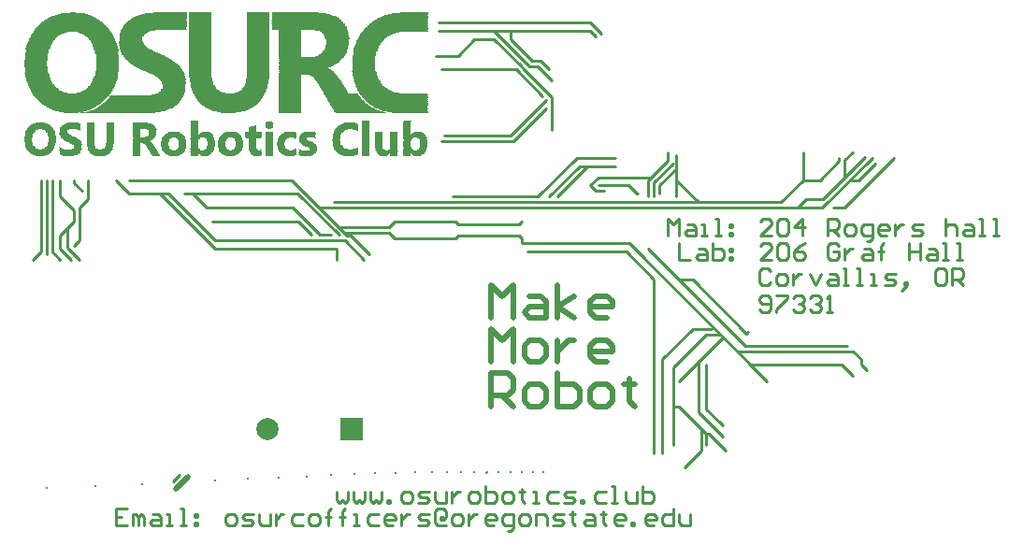
<source format=gts>
G04 Layer_Color=20142*
%FSLAX24Y24*%
%MOIN*%
G70*
G01*
G75*
%ADD10C,0.0100*%
%ADD11C,0.0197*%
%ADD12R,0.0167X0.0010*%
%ADD13R,0.0207X0.0010*%
%ADD14R,0.0177X0.0010*%
%ADD15R,0.0158X0.0010*%
%ADD16R,0.0118X0.0010*%
%ADD17R,0.0157X0.0010*%
%ADD18R,0.0148X0.0010*%
%ADD19R,0.0197X0.0010*%
%ADD20R,0.0118X0.0010*%
%ADD21R,0.0285X0.0010*%
%ADD22R,0.0335X0.0010*%
%ADD23R,0.0295X0.0010*%
%ADD24R,0.0276X0.0010*%
%ADD25R,0.0207X0.0010*%
%ADD26R,0.0246X0.0010*%
%ADD27R,0.0335X0.0010*%
%ADD28R,0.0197X0.0010*%
%ADD29R,0.0364X0.0010*%
%ADD30R,0.0423X0.0010*%
%ADD31R,0.0374X0.0010*%
%ADD32R,0.0256X0.0010*%
%ADD33R,0.0295X0.0010*%
%ADD34R,0.0345X0.0010*%
%ADD35R,0.0266X0.0010*%
%ADD36R,0.0285X0.0010*%
%ADD37R,0.0354X0.0010*%
%ADD38R,0.0374X0.0010*%
%ADD39R,0.0413X0.0010*%
%ADD40R,0.0246X0.0010*%
%ADD41R,0.0492X0.0010*%
%ADD42R,0.0433X0.0010*%
%ADD43R,0.0394X0.0010*%
%ADD44R,0.0305X0.0010*%
%ADD45R,0.0325X0.0010*%
%ADD46R,0.0404X0.0010*%
%ADD47R,0.0295X0.0010*%
%ADD48R,0.0305X0.0010*%
%ADD49R,0.0472X0.0010*%
%ADD50R,0.0541X0.0010*%
%ADD51R,0.0473X0.0010*%
%ADD52R,0.0256X0.0010*%
%ADD53R,0.0443X0.0010*%
%ADD54R,0.0345X0.0010*%
%ADD55R,0.0482X0.0010*%
%ADD56R,0.0541X0.0010*%
%ADD57R,0.0315X0.0010*%
%ADD58R,0.0512X0.0010*%
%ADD59R,0.0591X0.0010*%
%ADD60R,0.0482X0.0010*%
%ADD61R,0.0472X0.0010*%
%ADD62R,0.0354X0.0010*%
%ADD63R,0.0502X0.0010*%
%ADD64R,0.0591X0.0010*%
%ADD65R,0.0551X0.0010*%
%ADD66R,0.0620X0.0010*%
%ADD67R,0.0512X0.0010*%
%ADD68R,0.0394X0.0010*%
%ADD69R,0.0364X0.0010*%
%ADD70R,0.0492X0.0010*%
%ADD71R,0.0522X0.0010*%
%ADD72R,0.0620X0.0010*%
%ADD73R,0.0374X0.0010*%
%ADD74R,0.0384X0.0010*%
%ADD75R,0.0650X0.0010*%
%ADD76R,0.0541X0.0010*%
%ADD77R,0.0413X0.0010*%
%ADD78R,0.0551X0.0010*%
%ADD79R,0.0502X0.0010*%
%ADD80R,0.0532X0.0010*%
%ADD81R,0.0640X0.0010*%
%ADD82R,0.0669X0.0010*%
%ADD83R,0.0610X0.0010*%
%ADD84R,0.0295X0.0010*%
%ADD85R,0.0571X0.0010*%
%ADD86R,0.0433X0.0010*%
%ADD87R,0.0571X0.0010*%
%ADD88R,0.0384X0.0010*%
%ADD89R,0.0659X0.0010*%
%ADD90R,0.0413X0.0010*%
%ADD91R,0.0679X0.0010*%
%ADD92R,0.0600X0.0010*%
%ADD93R,0.0453X0.0010*%
%ADD94R,0.0561X0.0010*%
%ADD95R,0.0679X0.0010*%
%ADD96R,0.0453X0.0010*%
%ADD97R,0.0669X0.0010*%
%ADD98R,0.0689X0.0010*%
%ADD99R,0.0669X0.0010*%
%ADD100R,0.0620X0.0010*%
%ADD101R,0.0473X0.0010*%
%ADD102R,0.0630X0.0010*%
%ADD103R,0.0404X0.0010*%
%ADD104R,0.0571X0.0010*%
%ADD105R,0.0443X0.0010*%
%ADD106R,0.0709X0.0010*%
%ADD107R,0.0699X0.0010*%
%ADD108R,0.0689X0.0010*%
%ADD109R,0.0640X0.0010*%
%ADD110R,0.0748X0.0010*%
%ADD111R,0.0650X0.0010*%
%ADD112R,0.0404X0.0010*%
%ADD113R,0.0581X0.0010*%
%ADD114R,0.0463X0.0010*%
%ADD115R,0.0728X0.0010*%
%ADD116R,0.0709X0.0010*%
%ADD117R,0.0660X0.0010*%
%ADD118R,0.0758X0.0010*%
%ADD119R,0.0719X0.0010*%
%ADD120R,0.0758X0.0010*%
%ADD121R,0.0719X0.0010*%
%ADD122R,0.0728X0.0010*%
%ADD123R,0.0679X0.0010*%
%ADD124R,0.0768X0.0010*%
%ADD125R,0.0591X0.0010*%
%ADD126R,0.0758X0.0010*%
%ADD127R,0.0768X0.0010*%
%ADD128R,0.0738X0.0010*%
%ADD129R,0.0699X0.0010*%
%ADD130R,0.0768X0.0010*%
%ADD131R,0.0709X0.0010*%
%ADD132R,0.0581X0.0010*%
%ADD133R,0.0738X0.0010*%
%ADD134R,0.0748X0.0010*%
%ADD135R,0.0787X0.0010*%
%ADD136R,0.0738X0.0010*%
%ADD137R,0.0778X0.0010*%
%ADD138R,0.0423X0.0010*%
%ADD139R,0.0758X0.0010*%
%ADD140R,0.0807X0.0010*%
%ADD141R,0.0728X0.0010*%
%ADD142R,0.0787X0.0010*%
%ADD143R,0.0610X0.0010*%
%ADD144R,0.0827X0.0010*%
%ADD145R,0.0748X0.0010*%
%ADD146R,0.0846X0.0010*%
%ADD147R,0.0748X0.0010*%
%ADD148R,0.0797X0.0010*%
%ADD149R,0.0158X0.0010*%
%ADD150R,0.0778X0.0010*%
%ADD151R,0.0866X0.0010*%
%ADD152R,0.0807X0.0010*%
%ADD153R,0.0128X0.0010*%
%ADD154R,0.0778X0.0010*%
%ADD155R,0.0797X0.0010*%
%ADD156R,0.0886X0.0010*%
%ADD157R,0.0817X0.0010*%
%ADD158R,0.0325X0.0010*%
%ADD159R,0.0364X0.0010*%
%ADD160R,0.0305X0.0010*%
%ADD161R,0.0039X0.0010*%
%ADD162R,0.0118X0.0010*%
%ADD163R,0.0098X0.0010*%
%ADD164R,0.0354X0.0010*%
%ADD165R,0.0344X0.0010*%
%ADD166R,0.0896X0.0010*%
%ADD167R,0.0236X0.0010*%
%ADD168R,0.0364X0.0010*%
%ADD169R,0.0315X0.0010*%
%ADD170R,0.0286X0.0010*%
%ADD171R,0.0020X0.0010*%
%ADD172R,0.0089X0.0010*%
%ADD173R,0.0069X0.0010*%
%ADD174R,0.0246X0.0010*%
%ADD175R,0.0344X0.0010*%
%ADD176R,0.0315X0.0010*%
%ADD177R,0.0906X0.0010*%
%ADD178R,0.0197X0.0010*%
%ADD179R,0.0837X0.0010*%
%ADD180R,0.0305X0.0010*%
%ADD181R,0.0059X0.0010*%
%ADD182R,0.0049X0.0010*%
%ADD183R,0.0246X0.0010*%
%ADD184R,0.0807X0.0010*%
%ADD185R,0.0315X0.0010*%
%ADD186R,0.0276X0.0010*%
%ADD187R,0.0039X0.0010*%
%ADD188R,0.0030X0.0010*%
%ADD189R,0.0187X0.0010*%
%ADD190R,0.0138X0.0010*%
%ADD191R,0.0335X0.0010*%
%ADD192R,0.0276X0.0010*%
%ADD193R,0.0010X0.0010*%
%ADD194R,0.0108X0.0010*%
%ADD195R,0.0286X0.0010*%
%ADD196R,0.0266X0.0010*%
%ADD197R,0.0236X0.0010*%
%ADD198R,0.0335X0.0010*%
%ADD199R,0.0098X0.0010*%
%ADD200R,0.0266X0.0010*%
%ADD201R,0.0079X0.0010*%
%ADD202R,0.0079X0.0010*%
%ADD203R,0.0266X0.0010*%
%ADD204R,0.0059X0.0010*%
%ADD205R,0.0276X0.0010*%
%ADD206R,0.0059X0.0010*%
%ADD207R,0.0010X0.0010*%
%ADD208R,0.0256X0.0010*%
%ADD209R,0.0256X0.0010*%
%ADD210R,0.0433X0.0010*%
%ADD211R,0.0492X0.0010*%
%ADD212R,0.0492X0.0010*%
%ADD213R,0.0482X0.0010*%
%ADD214R,0.0413X0.0010*%
%ADD215R,0.0660X0.0010*%
%ADD216R,0.0610X0.0010*%
%ADD217R,0.0384X0.0010*%
%ADD218R,0.0502X0.0010*%
%ADD219R,0.0591X0.0010*%
%ADD220R,0.0600X0.0010*%
%ADD221R,0.0522X0.0010*%
%ADD222R,0.0541X0.0010*%
%ADD223R,0.0699X0.0010*%
%ADD224R,0.0010X0.0010*%
%ADD225R,0.0522X0.0010*%
%ADD226R,0.0069X0.0010*%
%ADD227R,0.0020X0.0010*%
%ADD228R,0.0561X0.0010*%
%ADD229R,0.0354X0.0010*%
%ADD230R,0.0138X0.0010*%
%ADD231R,0.0817X0.0010*%
%ADD232R,0.0148X0.0010*%
%ADD233R,0.0807X0.0010*%
%ADD234R,0.0659X0.0010*%
%ADD235R,0.0630X0.0010*%
%ADD236R,0.0640X0.0010*%
%ADD237R,0.0532X0.0010*%
%ADD238R,0.0522X0.0010*%
%ADD239R,0.0463X0.0010*%
%ADD240R,0.0561X0.0010*%
%ADD241R,0.0561X0.0010*%
%ADD242R,0.0325X0.0010*%
%ADD243R,0.0226X0.0010*%
%ADD244R,0.0177X0.0010*%
%ADD245R,0.0217X0.0010*%
%ADD246R,0.0167X0.0010*%
%ADD247R,0.0010X0.0010*%
%ADD248R,0.0128X0.0010*%
%ADD249R,0.0108X0.0010*%
%ADD250R,0.0905X0.0010*%
%ADD251R,0.0374X0.0010*%
%ADD252R,0.0876X0.0010*%
%ADD253R,0.0709X0.0010*%
%ADD254R,0.0866X0.0010*%
%ADD255R,0.0797X0.0010*%
%ADD256R,0.0847X0.0010*%
%ADD257R,0.0797X0.0010*%
%ADD258R,0.0827X0.0010*%
%ADD259R,0.0226X0.0010*%
%ADD260R,0.0217X0.0010*%
%ADD261R,0.0187X0.0010*%
%ADD262R,0.0630X0.0010*%
%ADD263R,0.0610X0.0010*%
%ADD264R,0.0551X0.0010*%
%ADD265R,0.0512X0.0010*%
%ADD266R,0.0236X0.0010*%
%ADD267R,0.0177X0.0010*%
%ADD268R,0.0099X0.0010*%
%ADD269R,0.1063X0.0010*%
%ADD270R,0.2461X0.0010*%
%ADD271R,0.1821X0.0010*%
%ADD272R,0.1171X0.0010*%
%ADD273R,0.2500X0.0010*%
%ADD274R,0.1752X0.0010*%
%ADD275R,0.1260X0.0010*%
%ADD276R,0.2520X0.0010*%
%ADD277R,0.0689X0.0010*%
%ADD278R,0.1713X0.0010*%
%ADD279R,0.1339X0.0010*%
%ADD280R,0.2539X0.0010*%
%ADD281R,0.1663X0.0010*%
%ADD282R,0.1398X0.0010*%
%ADD283R,0.2559X0.0010*%
%ADD284R,0.0886X0.0010*%
%ADD285R,0.1644X0.0010*%
%ADD286R,0.1447X0.0010*%
%ADD287R,0.0935X0.0010*%
%ADD288R,0.2569X0.0010*%
%ADD289R,0.0984X0.0010*%
%ADD290R,0.1614X0.0010*%
%ADD291R,0.1486X0.0010*%
%ADD292R,0.1024X0.0010*%
%ADD293R,0.2569X0.0010*%
%ADD294R,0.1053X0.0010*%
%ADD295R,0.1585X0.0010*%
%ADD296R,0.1536X0.0010*%
%ADD297R,0.1083X0.0010*%
%ADD298R,0.2589X0.0010*%
%ADD299R,0.1112X0.0010*%
%ADD300R,0.1565X0.0010*%
%ADD301R,0.1142X0.0010*%
%ADD302R,0.2598X0.0010*%
%ADD303R,0.1181X0.0010*%
%ADD304R,0.1545X0.0010*%
%ADD305R,0.1594X0.0010*%
%ADD306R,0.1201X0.0010*%
%ADD307R,0.2608X0.0010*%
%ADD308R,0.1250X0.0010*%
%ADD309R,0.1535X0.0010*%
%ADD310R,0.1624X0.0010*%
%ADD311R,0.1260X0.0010*%
%ADD312R,0.2608X0.0010*%
%ADD313R,0.1289X0.0010*%
%ADD314R,0.1516X0.0010*%
%ADD315R,0.1319X0.0010*%
%ADD316R,0.2618X0.0010*%
%ADD317R,0.1339X0.0010*%
%ADD318R,0.1496X0.0010*%
%ADD319R,0.1693X0.0010*%
%ADD320R,0.1368X0.0010*%
%ADD321R,0.1388X0.0010*%
%ADD322R,0.1486X0.0010*%
%ADD323R,0.1713X0.0010*%
%ADD324R,0.1407X0.0010*%
%ADD325R,0.2628X0.0010*%
%ADD326R,0.1427X0.0010*%
%ADD327R,0.1467X0.0010*%
%ADD328R,0.1732X0.0010*%
%ADD329R,0.1457X0.0010*%
%ADD330R,0.2628X0.0010*%
%ADD331R,0.1762X0.0010*%
%ADD332R,0.1496X0.0010*%
%ADD333R,0.1526X0.0010*%
%ADD334R,0.1447X0.0010*%
%ADD335R,0.1782X0.0010*%
%ADD336R,0.1545X0.0010*%
%ADD337R,0.1555X0.0010*%
%ADD338R,0.1437X0.0010*%
%ADD339R,0.1801X0.0010*%
%ADD340R,0.1585X0.0010*%
%ADD341R,0.2638X0.0010*%
%ADD342R,0.1417X0.0010*%
%ADD343R,0.1831X0.0010*%
%ADD344R,0.1624X0.0010*%
%ADD345R,0.2638X0.0010*%
%ADD346R,0.1850X0.0010*%
%ADD347R,0.1407X0.0010*%
%ADD348R,0.1870X0.0010*%
%ADD349R,0.1703X0.0010*%
%ADD350R,0.1693X0.0010*%
%ADD351R,0.1880X0.0010*%
%ADD352R,0.1722X0.0010*%
%ADD353R,0.1388X0.0010*%
%ADD354R,0.1900X0.0010*%
%ADD355R,0.1762X0.0010*%
%ADD356R,0.2648X0.0010*%
%ADD357R,0.1919X0.0010*%
%ADD358R,0.1782X0.0010*%
%ADD359R,0.1368X0.0010*%
%ADD360R,0.1939X0.0010*%
%ADD361R,0.2648X0.0010*%
%ADD362R,0.1811X0.0010*%
%ADD363R,0.1358X0.0010*%
%ADD364R,0.1949X0.0010*%
%ADD365R,0.1860X0.0010*%
%ADD366R,0.2648X0.0010*%
%ADD367R,0.1841X0.0010*%
%ADD368R,0.1348X0.0010*%
%ADD369R,0.1969X0.0010*%
%ADD370R,0.1890X0.0010*%
%ADD371R,0.1860X0.0010*%
%ADD372R,0.1348X0.0010*%
%ADD373R,0.1988X0.0010*%
%ADD374R,0.1329X0.0010*%
%ADD375R,0.1998X0.0010*%
%ADD376R,0.1959X0.0010*%
%ADD377R,0.1919X0.0010*%
%ADD378R,0.1329X0.0010*%
%ADD379R,0.2008X0.0010*%
%ADD380R,0.1978X0.0010*%
%ADD381R,0.1949X0.0010*%
%ADD382R,0.1319X0.0010*%
%ADD383R,0.2028X0.0010*%
%ADD384R,0.1998X0.0010*%
%ADD385R,0.2037X0.0010*%
%ADD386R,0.2037X0.0010*%
%ADD387R,0.1309X0.0010*%
%ADD388R,0.2057X0.0010*%
%ADD389R,0.2057X0.0010*%
%ADD390R,0.2648X0.0010*%
%ADD391R,0.1299X0.0010*%
%ADD392R,0.2067X0.0010*%
%ADD393R,0.2077X0.0010*%
%ADD394R,0.1299X0.0010*%
%ADD395R,0.2106X0.0010*%
%ADD396R,0.2047X0.0010*%
%ADD397R,0.2097X0.0010*%
%ADD398R,0.2136X0.0010*%
%ADD399R,0.1280X0.0010*%
%ADD400R,0.2106X0.0010*%
%ADD401R,0.2156X0.0010*%
%ADD402R,0.2638X0.0010*%
%ADD403R,0.2087X0.0010*%
%ADD404R,0.1280X0.0010*%
%ADD405R,0.2116X0.0010*%
%ADD406R,0.2185X0.0010*%
%ADD407R,0.1270X0.0010*%
%ADD408R,0.2126X0.0010*%
%ADD409R,0.2215X0.0010*%
%ADD410R,0.2126X0.0010*%
%ADD411R,0.1270X0.0010*%
%ADD412R,0.2136X0.0010*%
%ADD413R,0.2234X0.0010*%
%ADD414R,0.2628X0.0010*%
%ADD415R,0.2146X0.0010*%
%ADD416R,0.1260X0.0010*%
%ADD417R,0.2156X0.0010*%
%ADD418R,0.2254X0.0010*%
%ADD419R,0.2165X0.0010*%
%ADD420R,0.2274X0.0010*%
%ADD421R,0.2628X0.0010*%
%ADD422R,0.2185X0.0010*%
%ADD423R,0.1250X0.0010*%
%ADD424R,0.2175X0.0010*%
%ADD425R,0.2293X0.0010*%
%ADD426R,0.2205X0.0010*%
%ADD427R,0.2185X0.0010*%
%ADD428R,0.2313X0.0010*%
%ADD429R,0.2195X0.0010*%
%ADD430R,0.2333X0.0010*%
%ADD431R,0.2224X0.0010*%
%ADD432R,0.1240X0.0010*%
%ADD433R,0.2205X0.0010*%
%ADD434R,0.2352X0.0010*%
%ADD435R,0.2618X0.0010*%
%ADD436R,0.2244X0.0010*%
%ADD437R,0.1240X0.0010*%
%ADD438R,0.2372X0.0010*%
%ADD439R,0.2264X0.0010*%
%ADD440R,0.1230X0.0010*%
%ADD441R,0.2224X0.0010*%
%ADD442R,0.2392X0.0010*%
%ADD443R,0.2283X0.0010*%
%ADD444R,0.1230X0.0010*%
%ADD445R,0.2234X0.0010*%
%ADD446R,0.2411X0.0010*%
%ADD447R,0.2608X0.0010*%
%ADD448R,0.2293X0.0010*%
%ADD449R,0.2431X0.0010*%
%ADD450R,0.2608X0.0010*%
%ADD451R,0.2303X0.0010*%
%ADD452R,0.1220X0.0010*%
%ADD453R,0.2254X0.0010*%
%ADD454R,0.2451X0.0010*%
%ADD455R,0.2323X0.0010*%
%ADD456R,0.1220X0.0010*%
%ADD457R,0.2264X0.0010*%
%ADD458R,0.2471X0.0010*%
%ADD459R,0.2598X0.0010*%
%ADD460R,0.2333X0.0010*%
%ADD461R,0.1211X0.0010*%
%ADD462R,0.2274X0.0010*%
%ADD463R,0.2490X0.0010*%
%ADD464R,0.2599X0.0010*%
%ADD465R,0.2343X0.0010*%
%ADD466R,0.1211X0.0010*%
%ADD467R,0.2284X0.0010*%
%ADD468R,0.2510X0.0010*%
%ADD469R,0.2362X0.0010*%
%ADD470R,0.2284X0.0010*%
%ADD471R,0.2530X0.0010*%
%ADD472R,0.2589X0.0010*%
%ADD473R,0.2372X0.0010*%
%ADD474R,0.1211X0.0010*%
%ADD475R,0.2549X0.0010*%
%ADD476R,0.2382X0.0010*%
%ADD477R,0.2303X0.0010*%
%ADD478R,0.2549X0.0010*%
%ADD479R,0.2589X0.0010*%
%ADD480R,0.2402X0.0010*%
%ADD481R,0.1201X0.0010*%
%ADD482R,0.2313X0.0010*%
%ADD483R,0.1201X0.0010*%
%ADD484R,0.2323X0.0010*%
%ADD485R,0.2589X0.0010*%
%ADD486R,0.2579X0.0010*%
%ADD487R,0.2421X0.0010*%
%ADD488R,0.1191X0.0010*%
%ADD489R,0.2579X0.0010*%
%ADD490R,0.2431X0.0010*%
%ADD491R,0.1191X0.0010*%
%ADD492R,0.2343X0.0010*%
%ADD493R,0.2461X0.0010*%
%ADD494R,0.2352X0.0010*%
%ADD495R,0.2657X0.0010*%
%ADD496R,0.1191X0.0010*%
%ADD497R,0.2470X0.0010*%
%ADD498R,0.2362X0.0010*%
%ADD499R,0.2667X0.0010*%
%ADD500R,0.1132X0.0010*%
%ADD501R,0.2470X0.0010*%
%ADD502R,0.1181X0.0010*%
%ADD503R,0.2687X0.0010*%
%ADD504R,0.1083X0.0010*%
%ADD505R,0.2490X0.0010*%
%ADD506R,0.2372X0.0010*%
%ADD507R,0.2707X0.0010*%
%ADD508R,0.2490X0.0010*%
%ADD509R,0.1191X0.0010*%
%ADD510R,0.2382X0.0010*%
%ADD511R,0.2707X0.0010*%
%ADD512R,0.1024X0.0010*%
%ADD513R,0.2510X0.0010*%
%ADD514R,0.2392X0.0010*%
%ADD515R,0.2726X0.0010*%
%ADD516R,0.0994X0.0010*%
%ADD517R,0.1260X0.0010*%
%ADD518R,0.0975X0.0010*%
%ADD519R,0.1161X0.0010*%
%ADD520R,0.0866X0.0010*%
%ADD521R,0.1447X0.0010*%
%ADD522R,0.0965X0.0010*%
%ADD523R,0.1093X0.0010*%
%ADD524R,0.1378X0.0010*%
%ADD525R,0.1152X0.0010*%
%ADD526R,0.0945X0.0010*%
%ADD527R,0.1083X0.0010*%
%ADD528R,0.1063X0.0010*%
%ADD529R,0.0866X0.0010*%
%ADD530R,0.1152X0.0010*%
%ADD531R,0.1132X0.0010*%
%ADD532R,0.0925X0.0010*%
%ADD533R,0.1043X0.0010*%
%ADD534R,0.1024X0.0010*%
%ADD535R,0.1102X0.0010*%
%ADD536R,0.1033X0.0010*%
%ADD537R,0.0994X0.0010*%
%ADD538R,0.0905X0.0010*%
%ADD539R,0.1004X0.0010*%
%ADD540R,0.1063X0.0010*%
%ADD541R,0.0896X0.0010*%
%ADD542R,0.1053X0.0010*%
%ADD543R,0.0974X0.0010*%
%ADD544R,0.0955X0.0010*%
%ADD545R,0.1034X0.0010*%
%ADD546R,0.0876X0.0010*%
%ADD547R,0.0955X0.0010*%
%ADD548R,0.1171X0.0010*%
%ADD549R,0.0935X0.0010*%
%ADD550R,0.1014X0.0010*%
%ADD551R,0.0856X0.0010*%
%ADD552R,0.0915X0.0010*%
%ADD553R,0.1132X0.0010*%
%ADD554R,0.0856X0.0010*%
%ADD555R,0.0925X0.0010*%
%ADD556R,0.1122X0.0010*%
%ADD557R,0.0847X0.0010*%
%ADD558R,0.1102X0.0010*%
%ADD559R,0.0974X0.0010*%
%ADD560R,0.0846X0.0010*%
%ADD561R,0.0886X0.0010*%
%ADD562R,0.1102X0.0010*%
%ADD563R,0.0837X0.0010*%
%ADD564R,0.0896X0.0010*%
%ADD565R,0.0837X0.0010*%
%ADD566R,0.1073X0.0010*%
%ADD567R,0.0984X0.0010*%
%ADD568R,0.0827X0.0010*%
%ADD569R,0.1073X0.0010*%
%ADD570R,0.0945X0.0010*%
%ADD571R,0.0886X0.0010*%
%ADD572R,0.1053X0.0010*%
%ADD573R,0.0935X0.0010*%
%ADD574R,0.1033X0.0010*%
%ADD575R,0.0817X0.0010*%
%ADD576R,0.0817X0.0010*%
%ADD577R,0.0935X0.0010*%
%ADD578R,0.0915X0.0010*%
%ADD579R,0.0827X0.0010*%
%ADD580R,0.1014X0.0010*%
%ADD581R,0.0906X0.0010*%
%ADD582R,0.0837X0.0010*%
%ADD583R,0.0984X0.0010*%
%ADD584R,0.0915X0.0010*%
%ADD585R,0.0896X0.0010*%
%ADD586R,0.0915X0.0010*%
%ADD587R,0.0965X0.0010*%
%ADD588R,0.0965X0.0010*%
%ADD589R,0.0945X0.0010*%
%ADD590R,0.0778X0.0010*%
%ADD591R,0.0788X0.0010*%
%ADD592R,0.0788X0.0010*%
%ADD593R,0.0876X0.0010*%
%ADD594R,0.0876X0.0010*%
%ADD595R,0.0965X0.0010*%
%ADD596R,0.1004X0.0010*%
%ADD597R,0.1043X0.0010*%
%ADD598R,0.1112X0.0010*%
%ADD599R,0.0768X0.0010*%
%ADD600R,0.1998X0.0010*%
%ADD601R,0.1161X0.0010*%
%ADD602R,0.1978X0.0010*%
%ADD603R,0.1959X0.0010*%
%ADD604R,0.1240X0.0010*%
%ADD605R,0.1949X0.0010*%
%ADD606R,0.1939X0.0010*%
%ADD607R,0.1929X0.0010*%
%ADD608R,0.1900X0.0010*%
%ADD609R,0.1890X0.0010*%
%ADD610R,0.1339X0.0010*%
%ADD611R,0.1880X0.0010*%
%ADD612R,0.1358X0.0010*%
%ADD613R,0.1870X0.0010*%
%ADD614R,0.1368X0.0010*%
%ADD615R,0.1841X0.0010*%
%ADD616R,0.1831X0.0010*%
%ADD617R,0.1427X0.0010*%
%ADD618R,0.1467X0.0010*%
%ADD619R,0.1762X0.0010*%
%ADD620R,0.1732X0.0010*%
%ADD621R,0.1506X0.0010*%
%ADD622R,0.1791X0.0010*%
%ADD623R,0.1821X0.0010*%
%ADD624R,0.1565X0.0010*%
%ADD625R,0.1575X0.0010*%
%ADD626R,0.1575X0.0010*%
%ADD627R,0.1594X0.0010*%
%ADD628R,0.1909X0.0010*%
%ADD629R,0.1594X0.0010*%
%ADD630R,0.1929X0.0010*%
%ADD631R,0.1604X0.0010*%
%ADD632R,0.1604X0.0010*%
%ADD633R,0.1614X0.0010*%
%ADD634R,0.2018X0.0010*%
%ADD635R,0.1624X0.0010*%
%ADD636R,0.2047X0.0010*%
%ADD637R,0.1624X0.0010*%
%ADD638R,0.2136X0.0010*%
%ADD639R,0.2146X0.0010*%
%ADD640R,0.2165X0.0010*%
%ADD641R,0.1594X0.0010*%
%ADD642R,0.2224X0.0010*%
%ADD643R,0.1565X0.0010*%
%ADD644R,0.1555X0.0010*%
%ADD645R,0.1545X0.0010*%
%ADD646R,0.1535X0.0010*%
%ADD647R,0.1516X0.0010*%
%ADD648R,0.2274X0.0010*%
%ADD649R,0.1506X0.0010*%
%ADD650R,0.1496X0.0010*%
%ADD651R,0.1486X0.0010*%
%ADD652R,0.1004X0.0010*%
%ADD653R,0.1467X0.0010*%
%ADD654R,0.1457X0.0010*%
%ADD655R,0.0955X0.0010*%
%ADD656R,0.1447X0.0010*%
%ADD657R,0.1427X0.0010*%
%ADD658R,0.1407X0.0010*%
%ADD659R,0.1378X0.0010*%
%ADD660R,0.1329X0.0010*%
%ADD661R,0.1309X0.0010*%
%ADD662R,0.1152X0.0010*%
%ADD663R,0.1142X0.0010*%
%ADD664R,0.1122X0.0010*%
%ADD665R,0.1053X0.0010*%
%ADD666R,0.1034X0.0010*%
%ADD667R,0.0955X0.0010*%
%ADD668R,0.1014X0.0010*%
%ADD669R,0.0984X0.0010*%
%ADD670R,0.1004X0.0010*%
%ADD671R,0.1142X0.0010*%
%ADD672R,0.1211X0.0010*%
%ADD673R,0.1240X0.0010*%
%ADD674R,0.1171X0.0010*%
%ADD675R,0.1398X0.0010*%
%ADD676R,0.2726X0.0010*%
%ADD677R,0.2697X0.0010*%
%ADD678R,0.2677X0.0010*%
%ADD679R,0.1073X0.0010*%
%ADD680R,0.1102X0.0010*%
%ADD681R,0.2303X0.0010*%
%ADD682R,0.2677X0.0010*%
%ADD683R,0.2667X0.0010*%
%ADD684R,0.2224X0.0010*%
%ADD685R,0.2283X0.0010*%
%ADD686R,0.2215X0.0010*%
%ADD687R,0.2205X0.0010*%
%ADD688R,0.2657X0.0010*%
%ADD689R,0.2195X0.0010*%
%ADD690R,0.2510X0.0010*%
%ADD691R,0.2264X0.0010*%
%ADD692R,0.2185X0.0010*%
%ADD693R,0.2254X0.0010*%
%ADD694R,0.2156X0.0010*%
%ADD695R,0.2244X0.0010*%
%ADD696R,0.2146X0.0010*%
%ADD697R,0.2412X0.0010*%
%ADD698R,0.2234X0.0010*%
%ADD699R,0.2116X0.0010*%
%ADD700R,0.2352X0.0010*%
%ADD701R,0.2214X0.0010*%
%ADD702R,0.2097X0.0010*%
%ADD703R,0.2195X0.0010*%
%ADD704R,0.2274X0.0010*%
%ADD705R,0.2579X0.0010*%
%ADD706R,0.2047X0.0010*%
%ADD707R,0.2165X0.0010*%
%ADD708R,0.2205X0.0010*%
%ADD709R,0.2559X0.0010*%
%ADD710R,0.2136X0.0010*%
%ADD711R,0.2126X0.0010*%
%ADD712R,0.2539X0.0010*%
%ADD713R,0.1988X0.0010*%
%ADD714R,0.2116X0.0010*%
%ADD715R,0.1969X0.0010*%
%ADD716R,0.2520X0.0010*%
%ADD717R,0.2096X0.0010*%
%ADD718R,0.2067X0.0010*%
%ADD719R,0.2057X0.0010*%
%ADD720R,0.2480X0.0010*%
%ADD721R,0.2047X0.0010*%
%ADD722R,0.1929X0.0010*%
%ADD723R,0.2028X0.0010*%
%ADD724R,0.2018X0.0010*%
%ADD725R,0.2441X0.0010*%
%ADD726R,0.1850X0.0010*%
%ADD727R,0.2008X0.0010*%
%ADD728R,0.1841X0.0010*%
%ADD729R,0.1831X0.0010*%
%ADD730R,0.2421X0.0010*%
%ADD731R,0.1791X0.0010*%
%ADD732R,0.1978X0.0010*%
%ADD733R,0.2411X0.0010*%
%ADD734R,0.1959X0.0010*%
%ADD735R,0.1939X0.0010*%
%ADD736R,0.1772X0.0010*%
%ADD737R,0.1909X0.0010*%
%ADD738R,0.1890X0.0010*%
%ADD739R,0.1870X0.0010*%
%ADD740R,0.1683X0.0010*%
%ADD741R,0.1663X0.0010*%
%ADD742R,0.1644X0.0010*%
%ADD743R,0.1811X0.0010*%
%ADD744R,0.1791X0.0010*%
%ADD745R,0.1309X0.0010*%
%ADD746R,0.1742X0.0010*%
%ADD747R,0.1516X0.0010*%
%ADD748R,0.1683X0.0010*%
%ADD749R,0.1486X0.0010*%
%ADD750R,0.1654X0.0010*%
%ADD751R,0.1614X0.0010*%
%ADD752R,0.1427X0.0010*%
%ADD753R,0.1545X0.0010*%
%ADD754R,0.1339X0.0010*%
%ADD755R,0.1289X0.0010*%
%ADD756R,0.1378X0.0010*%
%ADD757R,0.1309X0.0010*%
%ADD758R,0.1772X0.0010*%
%ADD759R,0.0226X0.0010*%
%ADD760R,0.1654X0.0010*%
%ADD761R,0.0975X0.0010*%
%ADD795C,0.0080*%
%ADD796R,0.0789X0.0789*%
%ADD797C,0.0789*%
D10*
X15323Y12366D02*
X15559Y12602D01*
X35784Y17661D02*
X35842Y17720D01*
X33858Y19587D02*
X35784Y17661D01*
X33366Y19587D02*
X33858D01*
X35725Y17228D02*
X39373D01*
X35433Y17520D02*
X35725Y17228D01*
X32283Y20669D02*
X35433Y17520D01*
X27953Y20571D02*
X31496D01*
X32480Y19587D01*
Y13386D02*
Y19587D01*
X34843Y14469D02*
X34941Y14370D01*
X34350Y14961D02*
X34843Y14469D01*
X34350Y14961D02*
Y16535D01*
X34055Y14862D02*
X34941Y13976D01*
X34055Y14862D02*
Y16634D01*
X33366Y15945D02*
X34941Y17520D01*
X34449Y14075D02*
X35039Y13484D01*
X34350Y14075D02*
X34449D01*
X33563Y12894D02*
X34154Y13484D01*
Y14272D01*
X34350Y13681D02*
Y14075D01*
X33366Y15059D02*
X34350Y14075D01*
X33169Y15059D02*
X33366D01*
X32776Y13386D02*
Y16732D01*
X33858Y17815D01*
X34547D01*
X33169Y13681D02*
Y16437D01*
X34350Y17618D01*
X34843D01*
X39173Y16535D02*
X39567Y16142D01*
X38287Y16535D02*
X39173D01*
X35925D02*
X38287D01*
X39862D02*
X40059Y16339D01*
X39862Y16535D02*
Y16732D01*
X39567Y17028D02*
X39862Y16732D01*
X35433Y17028D02*
X39567D01*
X31594Y20866D02*
X36516Y15945D01*
X29035Y20866D02*
X31594D01*
X27559Y27067D02*
X28500Y26126D01*
X24902Y27067D02*
X27559D01*
X27362Y24705D02*
X28642Y25984D01*
X25000Y24705D02*
X27362D01*
X27461Y24508D02*
X28639Y25686D01*
X24902Y24508D02*
X27461D01*
X28839Y24902D02*
Y26095D01*
X27811Y27122D02*
X28839Y26095D01*
X27762Y27172D02*
X27811Y27122D01*
X26784Y28150D02*
X27762Y27172D01*
X26083Y28150D02*
X26784D01*
X25492Y27559D02*
X26083Y28150D01*
X24705Y27559D02*
X25492D01*
X28429Y27365D02*
X28728Y27067D01*
X28146Y27365D02*
X28429D01*
X27362Y28150D02*
X28146Y27365D01*
X27362Y28150D02*
Y28445D01*
X28346Y27165D02*
X28839Y26673D01*
X28051Y27165D02*
X28346D01*
X26772Y28445D02*
X28051Y27165D01*
X25787Y28445D02*
X26772D01*
X30217D02*
X30413Y28248D01*
X24803Y28445D02*
X30217D01*
Y28740D02*
X30610Y28346D01*
X24803Y28740D02*
X30217D01*
X33268Y23130D02*
X34055Y22343D01*
X33268Y23130D02*
Y23228D01*
X30512Y22936D02*
X31582D01*
X31880Y22638D01*
X31890D01*
X30413Y22736D02*
X30709D01*
X30217Y22933D02*
X30413Y22736D01*
X30217Y22933D02*
X30506Y23222D01*
X32388D01*
X30118Y23622D02*
X30709D01*
X29035Y22539D02*
X30118Y23622D01*
X30217D02*
X31102D01*
X29823D02*
X30217D01*
X28740Y22539D02*
X29823Y23622D01*
X32280Y22543D02*
Y22638D01*
Y23114D01*
X32972Y23806D01*
Y24114D01*
X39272Y22146D02*
X41043Y23917D01*
X38878Y22146D02*
X39272D01*
X32677Y22933D02*
X33268Y23524D01*
X32677Y22638D02*
Y22933D01*
X34449Y22343D02*
X34646D01*
X32480Y22543D02*
Y23031D01*
X33169Y23720D01*
X33268Y22543D02*
Y24016D01*
X25292Y22543D02*
X28346D01*
X29721Y23917D01*
X31102D01*
X28642Y20866D02*
X30217D01*
X27756D02*
X28642D01*
X27756D02*
Y21063D01*
X27657Y21161D02*
X27756Y21063D01*
X25492Y21161D02*
X27657D01*
X25394Y21063D02*
X25492Y21161D01*
X23228Y21063D02*
X25394D01*
X23130Y21161D02*
X23228Y21063D01*
X23031Y21260D02*
X23130Y21161D01*
X21444Y21260D02*
X23031D01*
X27657Y21555D02*
X27756Y21654D01*
X25492Y21555D02*
X27657D01*
X25394Y21654D02*
X25492Y21555D01*
X23228Y21654D02*
X25394D01*
X23031Y21457D02*
X23228Y21654D01*
X21260Y21457D02*
X23031D01*
X39078Y23914D02*
X39084D01*
Y23828D02*
Y23914D01*
X38386Y23130D02*
X39084Y23828D01*
X37795Y23130D02*
X38386D01*
X37795Y24016D02*
Y24114D01*
Y23130D02*
Y24016D01*
X37008Y22343D02*
X37795Y23130D01*
X21063Y22343D02*
X37008D01*
X39764Y23130D02*
X40354Y23720D01*
X39469Y23130D02*
X39764D01*
X39284Y23831D02*
X39567Y24114D01*
X39284Y23228D02*
Y23831D01*
X38497Y22441D02*
X40016Y23960D01*
X37906Y22441D02*
X38497D01*
X37598Y22133D02*
X37906Y22441D01*
X38472Y22133D02*
X40256Y23917D01*
X20571Y22133D02*
X38472D01*
X20276Y21165D02*
X20285D01*
X19787Y21654D02*
X20276Y21165D01*
X16732Y21654D02*
X19787D01*
X21161Y20276D02*
Y20669D01*
X16831D02*
X21161D01*
X14862Y22638D02*
X16831Y20669D01*
X14173Y22638D02*
X14862D01*
X20568Y21165D02*
X20974D01*
X19587Y22146D02*
X20568Y21165D01*
X16535Y22146D02*
X19587D01*
X16043Y22638D02*
X16535Y22146D01*
X19783Y22638D02*
X21257Y21165D01*
X15748Y22638D02*
X19783D01*
X21654Y21161D02*
X22343Y20472D01*
X21543Y21161D02*
X21654D01*
X19574Y23130D02*
X21543Y21161D01*
X14948Y23130D02*
X19574D01*
X13780D02*
X14948D01*
X21457Y20965D02*
X22146Y20276D01*
X16831Y20965D02*
X21457D01*
X15157Y22638D02*
X16831Y20965D01*
X13780Y22638D02*
X15157D01*
X13287Y23130D02*
X13780Y22638D01*
X11811Y23028D02*
X12103Y22736D01*
X11811Y23028D02*
Y23130D01*
Y20768D02*
X12011Y20968D01*
Y21361D01*
Y22149D01*
X12303Y22441D01*
Y23130D01*
X11565Y20719D02*
X12008Y20276D01*
X11565Y20719D02*
Y21407D01*
X11319Y20669D02*
X11713Y20276D01*
X11319Y20669D02*
Y21161D01*
X11811Y21654D01*
Y22047D01*
X11319Y22539D02*
X11811Y22047D01*
X11319Y22539D02*
Y23130D01*
X10335Y20276D02*
X10630Y20571D01*
Y23130D01*
X11024Y20571D02*
X11319Y20276D01*
X11024Y20571D02*
Y23130D01*
X10827Y20472D02*
Y23130D01*
X21161Y12014D02*
Y11714D01*
X21261Y11614D01*
X21361Y11714D01*
X21461Y11614D01*
X21561Y11714D01*
Y12014D01*
X21761D02*
Y11714D01*
X21861Y11614D01*
X21961Y11714D01*
X22061Y11614D01*
X22161Y11714D01*
Y12014D01*
X22361D02*
Y11714D01*
X22461Y11614D01*
X22561Y11714D01*
X22661Y11614D01*
X22761Y11714D01*
Y12014D01*
X22961Y11614D02*
Y11714D01*
X23061D01*
Y11614D01*
X22961D01*
X23561D02*
X23761D01*
X23861Y11714D01*
Y11914D01*
X23761Y12014D01*
X23561D01*
X23461Y11914D01*
Y11714D01*
X23561Y11614D01*
X24060D02*
X24360D01*
X24460Y11714D01*
X24360Y11814D01*
X24160D01*
X24060Y11914D01*
X24160Y12014D01*
X24460D01*
X24660D02*
Y11714D01*
X24760Y11614D01*
X25060D01*
Y12014D01*
X25260D02*
Y11614D01*
Y11814D01*
X25360Y11914D01*
X25460Y12014D01*
X25560D01*
X25960Y11614D02*
X26160D01*
X26260Y11714D01*
Y11914D01*
X26160Y12014D01*
X25960D01*
X25860Y11914D01*
Y11714D01*
X25960Y11614D01*
X26460Y12214D02*
Y11614D01*
X26760D01*
X26860Y11714D01*
Y11814D01*
Y11914D01*
X26760Y12014D01*
X26460D01*
X27159Y11614D02*
X27359D01*
X27459Y11714D01*
Y11914D01*
X27359Y12014D01*
X27159D01*
X27060Y11914D01*
Y11714D01*
X27159Y11614D01*
X27759Y12114D02*
Y12014D01*
X27659D01*
X27859D01*
X27759D01*
Y11714D01*
X27859Y11614D01*
X28159D02*
X28359D01*
X28259D01*
Y12014D01*
X28159D01*
X29059D02*
X28759D01*
X28659Y11914D01*
Y11714D01*
X28759Y11614D01*
X29059D01*
X29259D02*
X29559D01*
X29659Y11714D01*
X29559Y11814D01*
X29359D01*
X29259Y11914D01*
X29359Y12014D01*
X29659D01*
X29859Y11614D02*
Y11714D01*
X29959D01*
Y11614D01*
X29859D01*
X30758Y12014D02*
X30458D01*
X30358Y11914D01*
Y11714D01*
X30458Y11614D01*
X30758D01*
X30958D02*
X31158D01*
X31058D01*
Y12214D01*
X30958D01*
X31458Y12014D02*
Y11714D01*
X31558Y11614D01*
X31858D01*
Y12014D01*
X32058Y12214D02*
Y11614D01*
X32358D01*
X32458Y11714D01*
Y11814D01*
Y11914D01*
X32358Y12014D01*
X32058D01*
X13687Y11427D02*
X13287D01*
Y10827D01*
X13687D01*
X13287Y11127D02*
X13487D01*
X13887Y10827D02*
Y11227D01*
X13987D01*
X14087Y11127D01*
Y10827D01*
Y11127D01*
X14187Y11227D01*
X14287Y11127D01*
Y10827D01*
X14587Y11227D02*
X14787D01*
X14887Y11127D01*
Y10827D01*
X14587D01*
X14487Y10927D01*
X14587Y11027D01*
X14887D01*
X15087Y10827D02*
X15287D01*
X15187D01*
Y11227D01*
X15087D01*
X15587Y10827D02*
X15787D01*
X15687D01*
Y11427D01*
X15587D01*
X16086Y11227D02*
X16186D01*
Y11127D01*
X16086D01*
Y11227D01*
Y10927D02*
X16186D01*
Y10827D01*
X16086D01*
Y10927D01*
X17286Y10827D02*
X17486D01*
X17586Y10927D01*
Y11127D01*
X17486Y11227D01*
X17286D01*
X17186Y11127D01*
Y10927D01*
X17286Y10827D01*
X17786D02*
X18086D01*
X18186Y10927D01*
X18086Y11027D01*
X17886D01*
X17786Y11127D01*
X17886Y11227D01*
X18186D01*
X18386D02*
Y10927D01*
X18486Y10827D01*
X18786D01*
Y11227D01*
X18986D02*
Y10827D01*
Y11027D01*
X19086Y11127D01*
X19185Y11227D01*
X19285D01*
X19985D02*
X19685D01*
X19585Y11127D01*
Y10927D01*
X19685Y10827D01*
X19985D01*
X20285D02*
X20485D01*
X20585Y10927D01*
Y11127D01*
X20485Y11227D01*
X20285D01*
X20185Y11127D01*
Y10927D01*
X20285Y10827D01*
X20885D02*
Y11327D01*
Y11127D01*
X20785D01*
X20985D01*
X20885D01*
Y11327D01*
X20985Y11427D01*
X21385Y10827D02*
Y11327D01*
Y11127D01*
X21285D01*
X21485D01*
X21385D01*
Y11327D01*
X21485Y11427D01*
X21785Y10827D02*
X21985D01*
X21885D01*
Y11227D01*
X21785D01*
X22684D02*
X22384D01*
X22284Y11127D01*
Y10927D01*
X22384Y10827D01*
X22684D01*
X23184D02*
X22984D01*
X22884Y10927D01*
Y11127D01*
X22984Y11227D01*
X23184D01*
X23284Y11127D01*
Y11027D01*
X22884D01*
X23484Y11227D02*
Y10827D01*
Y11027D01*
X23584Y11127D01*
X23684Y11227D01*
X23784D01*
X24084Y10827D02*
X24384D01*
X24484Y10927D01*
X24384Y11027D01*
X24184D01*
X24084Y11127D01*
X24184Y11227D01*
X24484D01*
X24984Y11027D02*
Y11127D01*
X24884D01*
Y11027D01*
X24984D01*
X25084Y11127D01*
Y11327D01*
X24984Y11427D01*
X24784D01*
X24684Y11327D01*
Y10927D01*
X24784Y10827D01*
X25084D01*
X25383D02*
X25583D01*
X25683Y10927D01*
Y11127D01*
X25583Y11227D01*
X25383D01*
X25284Y11127D01*
Y10927D01*
X25383Y10827D01*
X25883Y11227D02*
Y10827D01*
Y11027D01*
X25983Y11127D01*
X26083Y11227D01*
X26183D01*
X26783Y10827D02*
X26583D01*
X26483Y10927D01*
Y11127D01*
X26583Y11227D01*
X26783D01*
X26883Y11127D01*
Y11027D01*
X26483D01*
X27283Y10627D02*
X27383D01*
X27483Y10727D01*
Y11227D01*
X27183D01*
X27083Y11127D01*
Y10927D01*
X27183Y10827D01*
X27483D01*
X27783D02*
X27983D01*
X28083Y10927D01*
Y11127D01*
X27983Y11227D01*
X27783D01*
X27683Y11127D01*
Y10927D01*
X27783Y10827D01*
X28283D02*
Y11227D01*
X28582D01*
X28682Y11127D01*
Y10827D01*
X28882D02*
X29182D01*
X29282Y10927D01*
X29182Y11027D01*
X28982D01*
X28882Y11127D01*
X28982Y11227D01*
X29282D01*
X29582Y11327D02*
Y11227D01*
X29482D01*
X29682D01*
X29582D01*
Y10927D01*
X29682Y10827D01*
X30082Y11227D02*
X30282D01*
X30382Y11127D01*
Y10827D01*
X30082D01*
X29982Y10927D01*
X30082Y11027D01*
X30382D01*
X30682Y11327D02*
Y11227D01*
X30582D01*
X30782D01*
X30682D01*
Y10927D01*
X30782Y10827D01*
X31382D02*
X31182D01*
X31082Y10927D01*
Y11127D01*
X31182Y11227D01*
X31382D01*
X31482Y11127D01*
Y11027D01*
X31082D01*
X31681Y10827D02*
Y10927D01*
X31781D01*
Y10827D01*
X31681D01*
X32481D02*
X32281D01*
X32181Y10927D01*
Y11127D01*
X32281Y11227D01*
X32481D01*
X32581Y11127D01*
Y11027D01*
X32181D01*
X33181Y11427D02*
Y10827D01*
X32881D01*
X32781Y10927D01*
Y11127D01*
X32881Y11227D01*
X33181D01*
X33381D02*
Y10927D01*
X33481Y10827D01*
X33781D01*
Y11227D01*
X36220Y18505D02*
X36320Y18406D01*
X36520D01*
X36620Y18505D01*
Y18905D01*
X36520Y19005D01*
X36320D01*
X36220Y18905D01*
Y18805D01*
X36320Y18705D01*
X36620D01*
X36820Y19005D02*
X37220D01*
Y18905D01*
X36820Y18505D01*
Y18406D01*
X37420Y18905D02*
X37520Y19005D01*
X37720D01*
X37820Y18905D01*
Y18805D01*
X37720Y18705D01*
X37620D01*
X37720D01*
X37820Y18605D01*
Y18505D01*
X37720Y18406D01*
X37520D01*
X37420Y18505D01*
X38020Y18905D02*
X38120Y19005D01*
X38320D01*
X38420Y18905D01*
Y18805D01*
X38320Y18705D01*
X38220D01*
X38320D01*
X38420Y18605D01*
Y18505D01*
X38320Y18406D01*
X38120D01*
X38020Y18505D01*
X38620Y18406D02*
X38820D01*
X38720D01*
Y19005D01*
X38620Y18905D01*
X36620Y19890D02*
X36520Y19990D01*
X36320D01*
X36220Y19890D01*
Y19490D01*
X36320Y19390D01*
X36520D01*
X36620Y19490D01*
X36920Y19390D02*
X37120D01*
X37220Y19490D01*
Y19690D01*
X37120Y19790D01*
X36920D01*
X36820Y19690D01*
Y19490D01*
X36920Y19390D01*
X37420Y19790D02*
Y19390D01*
Y19590D01*
X37520Y19690D01*
X37620Y19790D01*
X37720D01*
X38020D02*
X38220Y19390D01*
X38420Y19790D01*
X38720D02*
X38920D01*
X39020Y19690D01*
Y19390D01*
X38720D01*
X38620Y19490D01*
X38720Y19590D01*
X39020D01*
X39220Y19390D02*
X39419D01*
X39319D01*
Y19990D01*
X39220D01*
X39719Y19390D02*
X39919D01*
X39819D01*
Y19990D01*
X39719D01*
X40219Y19390D02*
X40419D01*
X40319D01*
Y19790D01*
X40219D01*
X40719Y19390D02*
X41019D01*
X41119Y19490D01*
X41019Y19590D01*
X40819D01*
X40719Y19690D01*
X40819Y19790D01*
X41119D01*
X41419Y19290D02*
X41519Y19390D01*
Y19490D01*
X41419D01*
Y19390D01*
X41519D01*
X41419Y19290D01*
X41319Y19190D01*
X42818Y19990D02*
X42618D01*
X42518Y19890D01*
Y19490D01*
X42618Y19390D01*
X42818D01*
X42918Y19490D01*
Y19890D01*
X42818Y19990D01*
X43118Y19390D02*
Y19990D01*
X43418D01*
X43518Y19890D01*
Y19690D01*
X43418Y19590D01*
X43118D01*
X43318D02*
X43518Y19390D01*
X33366Y20875D02*
Y20276D01*
X33766D01*
X34066Y20675D02*
X34266D01*
X34366Y20575D01*
Y20276D01*
X34066D01*
X33966Y20376D01*
X34066Y20476D01*
X34366D01*
X34566Y20875D02*
Y20276D01*
X34866D01*
X34966Y20376D01*
Y20476D01*
Y20575D01*
X34866Y20675D01*
X34566D01*
X35166D02*
X35266D01*
Y20575D01*
X35166D01*
Y20675D01*
Y20376D02*
X35266D01*
Y20276D01*
X35166D01*
Y20376D01*
X36665Y20276D02*
X36265D01*
X36665Y20675D01*
Y20775D01*
X36565Y20875D01*
X36365D01*
X36265Y20775D01*
X36865D02*
X36965Y20875D01*
X37165D01*
X37265Y20775D01*
Y20376D01*
X37165Y20276D01*
X36965D01*
X36865Y20376D01*
Y20775D01*
X37865Y20875D02*
X37665Y20775D01*
X37465Y20575D01*
Y20376D01*
X37565Y20276D01*
X37765D01*
X37865Y20376D01*
Y20476D01*
X37765Y20575D01*
X37465D01*
X39064Y20775D02*
X38964Y20875D01*
X38764D01*
X38664Y20775D01*
Y20376D01*
X38764Y20276D01*
X38964D01*
X39064Y20376D01*
Y20575D01*
X38864D01*
X39264Y20675D02*
Y20276D01*
Y20476D01*
X39364Y20575D01*
X39464Y20675D01*
X39564D01*
X39964D02*
X40164D01*
X40264Y20575D01*
Y20276D01*
X39964D01*
X39864Y20376D01*
X39964Y20476D01*
X40264D01*
X40564Y20276D02*
Y20775D01*
Y20575D01*
X40464D01*
X40664D01*
X40564D01*
Y20775D01*
X40664Y20875D01*
X41563D02*
Y20276D01*
Y20575D01*
X41963D01*
Y20875D01*
Y20276D01*
X42263Y20675D02*
X42463D01*
X42563Y20575D01*
Y20276D01*
X42263D01*
X42163Y20376D01*
X42263Y20476D01*
X42563D01*
X42763Y20276D02*
X42963D01*
X42863D01*
Y20875D01*
X42763D01*
X43263Y20276D02*
X43463D01*
X43363D01*
Y20875D01*
X43263D01*
X32972Y21161D02*
Y21761D01*
X33172Y21561D01*
X33372Y21761D01*
Y21161D01*
X33672Y21561D02*
X33872D01*
X33972Y21461D01*
Y21161D01*
X33672D01*
X33572Y21261D01*
X33672Y21361D01*
X33972D01*
X34172Y21161D02*
X34372D01*
X34272D01*
Y21561D01*
X34172D01*
X34672Y21161D02*
X34872D01*
X34772D01*
Y21761D01*
X34672D01*
X35172Y21561D02*
X35272D01*
Y21461D01*
X35172D01*
Y21561D01*
Y21261D02*
X35272D01*
Y21161D01*
X35172D01*
Y21261D01*
X36671Y21161D02*
X36271D01*
X36671Y21561D01*
Y21661D01*
X36571Y21761D01*
X36371D01*
X36271Y21661D01*
X36871D02*
X36971Y21761D01*
X37171D01*
X37271Y21661D01*
Y21261D01*
X37171Y21161D01*
X36971D01*
X36871Y21261D01*
Y21661D01*
X37771Y21161D02*
Y21761D01*
X37471Y21461D01*
X37871D01*
X38671Y21161D02*
Y21761D01*
X38970D01*
X39070Y21661D01*
Y21461D01*
X38970Y21361D01*
X38671D01*
X38871D02*
X39070Y21161D01*
X39370D02*
X39570D01*
X39670Y21261D01*
Y21461D01*
X39570Y21561D01*
X39370D01*
X39270Y21461D01*
Y21261D01*
X39370Y21161D01*
X40070Y20961D02*
X40170D01*
X40270Y21061D01*
Y21561D01*
X39970D01*
X39870Y21461D01*
Y21261D01*
X39970Y21161D01*
X40270D01*
X40770D02*
X40570D01*
X40470Y21261D01*
Y21461D01*
X40570Y21561D01*
X40770D01*
X40870Y21461D01*
Y21361D01*
X40470D01*
X41070Y21561D02*
Y21161D01*
Y21361D01*
X41170Y21461D01*
X41270Y21561D01*
X41370D01*
X41670Y21161D02*
X41970D01*
X42070Y21261D01*
X41970Y21361D01*
X41770D01*
X41670Y21461D01*
X41770Y21561D01*
X42070D01*
X42869Y21761D02*
Y21161D01*
Y21461D01*
X42969Y21561D01*
X43169D01*
X43269Y21461D01*
Y21161D01*
X43569Y21561D02*
X43769D01*
X43869Y21461D01*
Y21161D01*
X43569D01*
X43469Y21261D01*
X43569Y21361D01*
X43869D01*
X44069Y21161D02*
X44269D01*
X44169D01*
Y21761D01*
X44069D01*
X44569Y21161D02*
X44769D01*
X44669D01*
Y21761D01*
X44569D01*
D11*
X15426Y12118D02*
X15871Y12563D01*
X26673Y15059D02*
Y16240D01*
X27264D01*
X27460Y16043D01*
Y15649D01*
X27264Y15453D01*
X26673D01*
X27067D02*
X27460Y15059D01*
X28051D02*
X28444D01*
X28641Y15256D01*
Y15649D01*
X28444Y15846D01*
X28051D01*
X27854Y15649D01*
Y15256D01*
X28051Y15059D01*
X29035Y16240D02*
Y15059D01*
X29625D01*
X29822Y15256D01*
Y15453D01*
Y15649D01*
X29625Y15846D01*
X29035D01*
X30412Y15059D02*
X30806D01*
X31003Y15256D01*
Y15649D01*
X30806Y15846D01*
X30412D01*
X30215Y15649D01*
Y15256D01*
X30412Y15059D01*
X31593Y16043D02*
Y15846D01*
X31396D01*
X31790D01*
X31593D01*
Y15256D01*
X31790Y15059D01*
X26673Y16634D02*
Y17815D01*
X27067Y17421D01*
X27460Y17815D01*
Y16634D01*
X28051D02*
X28444D01*
X28641Y16831D01*
Y17224D01*
X28444Y17421D01*
X28051D01*
X27854Y17224D01*
Y16831D01*
X28051Y16634D01*
X29035Y17421D02*
Y16634D01*
Y17027D01*
X29231Y17224D01*
X29428Y17421D01*
X29625D01*
X30806Y16634D02*
X30412D01*
X30215Y16831D01*
Y17224D01*
X30412Y17421D01*
X30806D01*
X31003Y17224D01*
Y17027D01*
X30215D01*
X26673Y18209D02*
Y19389D01*
X27067Y18996D01*
X27460Y19389D01*
Y18209D01*
X28051Y18996D02*
X28444D01*
X28641Y18799D01*
Y18209D01*
X28051D01*
X27854Y18405D01*
X28051Y18602D01*
X28641D01*
X29035Y18209D02*
Y19389D01*
Y18602D02*
X29625Y18996D01*
X29035Y18602D02*
X29625Y18209D01*
X30806D02*
X30412D01*
X30215Y18405D01*
Y18799D01*
X30412Y18996D01*
X30806D01*
X31003Y18799D01*
Y18602D01*
X30215D01*
D12*
X21639Y25155D02*
D03*
X20084Y23973D02*
D03*
X19483D02*
D03*
X10595D02*
D03*
D13*
X11629D02*
D03*
D14*
X11762Y25155D02*
D03*
X21831Y24928D02*
D03*
X12736Y23973D02*
D03*
D15*
X11378Y24200D02*
D03*
X15354Y23973D02*
D03*
D16*
X16457D02*
D03*
D17*
X17382D02*
D03*
D18*
X18233Y25017D02*
D03*
X18332Y23973D02*
D03*
D19*
X11939Y24948D02*
D03*
X21594Y23973D02*
D03*
D20*
X24045D02*
D03*
X22825D02*
D03*
D21*
X18765Y25046D02*
D03*
X14601Y24869D02*
D03*
X10989Y24790D02*
D03*
X21196Y24771D02*
D03*
X10999D02*
D03*
X10212D02*
D03*
X21186Y24751D02*
D03*
X16658Y24584D02*
D03*
X15093D02*
D03*
X24257Y24564D02*
D03*
X19227D02*
D03*
X16668D02*
D03*
X21176Y24397D02*
D03*
X10202Y24377D02*
D03*
X10212Y24357D02*
D03*
X14532Y24308D02*
D03*
X13046Y24259D02*
D03*
X12436D02*
D03*
X19217Y24239D02*
D03*
X16107D02*
D03*
X11944D02*
D03*
X24237Y24220D02*
D03*
X23194D02*
D03*
X16649D02*
D03*
X15084D02*
D03*
X14621Y24170D02*
D03*
X14651Y24121D02*
D03*
X10595Y23983D02*
D03*
D22*
X10925Y24889D02*
D03*
X14518Y24633D02*
D03*
X11900Y24190D02*
D03*
X17608Y24170D02*
D03*
X15138D02*
D03*
X24045Y24013D02*
D03*
X11624Y23983D02*
D03*
D23*
X18760Y25096D02*
D03*
Y25076D02*
D03*
X14596Y24889D02*
D03*
X10964Y24840D02*
D03*
X10246D02*
D03*
X10974Y24820D02*
D03*
X10236D02*
D03*
X21211Y24790D02*
D03*
X14547Y24653D02*
D03*
X19242Y24584D02*
D03*
X16112Y24564D02*
D03*
X14468Y24397D02*
D03*
X21191Y24357D02*
D03*
X11939D02*
D03*
X10984Y24328D02*
D03*
X10974Y24308D02*
D03*
X14547Y24288D02*
D03*
X10964D02*
D03*
X14567Y24259D02*
D03*
X14577Y24239D02*
D03*
X16112Y24220D02*
D03*
X11929D02*
D03*
X15610Y24190D02*
D03*
X15108D02*
D03*
X20305Y24151D02*
D03*
X14636D02*
D03*
X14665Y24101D02*
D03*
X14705Y24032D02*
D03*
X14714Y24013D02*
D03*
X20079Y23983D02*
D03*
X12736D02*
D03*
D24*
X11447Y24889D02*
D03*
X11437Y24869D02*
D03*
X14606Y24840D02*
D03*
X11437D02*
D03*
X14606Y24820D02*
D03*
X11437D02*
D03*
X14606Y24771D02*
D03*
X10207Y24751D02*
D03*
X21181Y24722D02*
D03*
X14596D02*
D03*
X11014D02*
D03*
X10197D02*
D03*
X21171Y24702D02*
D03*
X14587D02*
D03*
X11014D02*
D03*
X10187D02*
D03*
X21171Y24682D02*
D03*
X11024D02*
D03*
X10187D02*
D03*
X21161Y24653D02*
D03*
X11024D02*
D03*
X21161Y24633D02*
D03*
X11024D02*
D03*
X10177D02*
D03*
Y24613D02*
D03*
X17657Y24584D02*
D03*
X10177D02*
D03*
X21152Y24564D02*
D03*
X17667D02*
D03*
X17106D02*
D03*
X11033D02*
D03*
X10177D02*
D03*
X24262Y24544D02*
D03*
X21152D02*
D03*
X19213D02*
D03*
X16673D02*
D03*
X16102D02*
D03*
X15069D02*
D03*
X10177D02*
D03*
X21152Y24515D02*
D03*
X10177D02*
D03*
X11024Y24495D02*
D03*
X10177D02*
D03*
X21161Y24475D02*
D03*
X11024D02*
D03*
X10177D02*
D03*
X21161Y24446D02*
D03*
X11024D02*
D03*
X10187D02*
D03*
X11014Y24426D02*
D03*
X10187D02*
D03*
X11014Y24397D02*
D03*
X10197D02*
D03*
X10994Y24357D02*
D03*
X11949Y24328D02*
D03*
Y24308D02*
D03*
X12421Y24288D02*
D03*
X11949D02*
D03*
X24252Y24259D02*
D03*
X19203D02*
D03*
X16102D02*
D03*
X11949D02*
D03*
X24242Y24239D02*
D03*
X17096D02*
D03*
X16663D02*
D03*
X22687Y24220D02*
D03*
X17657D02*
D03*
X17106D02*
D03*
X15630D02*
D03*
X18199Y24190D02*
D03*
X19488Y23983D02*
D03*
X17382D02*
D03*
X15354D02*
D03*
D25*
X18765Y24977D02*
D03*
X16462Y23983D02*
D03*
D26*
X22219Y25184D02*
D03*
Y25164D02*
D03*
Y25145D02*
D03*
Y25115D02*
D03*
Y25096D02*
D03*
Y25076D02*
D03*
Y25046D02*
D03*
Y25027D02*
D03*
Y25007D02*
D03*
Y24977D02*
D03*
Y24958D02*
D03*
Y24938D02*
D03*
Y24908D02*
D03*
Y24889D02*
D03*
Y24869D02*
D03*
Y24840D02*
D03*
Y24820D02*
D03*
X23214Y24790D02*
D03*
X22219D02*
D03*
X23214Y24771D02*
D03*
X22219D02*
D03*
X23214Y24751D02*
D03*
X22219D02*
D03*
X23214Y24722D02*
D03*
X22219D02*
D03*
X23214Y24702D02*
D03*
X22219D02*
D03*
X23214Y24682D02*
D03*
X22219D02*
D03*
X23214Y24653D02*
D03*
X22219D02*
D03*
X23214Y24633D02*
D03*
X22219D02*
D03*
X23214Y24613D02*
D03*
X22219D02*
D03*
X23214Y24584D02*
D03*
X22219D02*
D03*
X23214Y24564D02*
D03*
X22219D02*
D03*
X23214Y24544D02*
D03*
X22219D02*
D03*
X23214Y24515D02*
D03*
X22219D02*
D03*
X23214Y24495D02*
D03*
X22219D02*
D03*
X23214Y24475D02*
D03*
X22219D02*
D03*
X23214Y24446D02*
D03*
X22219D02*
D03*
X23214Y24426D02*
D03*
X22219D02*
D03*
X23214Y24397D02*
D03*
X22219D02*
D03*
X23214Y24377D02*
D03*
X22219D02*
D03*
X23214Y24357D02*
D03*
X22219D02*
D03*
X23214Y24328D02*
D03*
X22219D02*
D03*
X23214Y24308D02*
D03*
X22219D02*
D03*
Y24288D02*
D03*
Y24259D02*
D03*
Y24239D02*
D03*
Y24220D02*
D03*
Y24190D02*
D03*
Y24170D02*
D03*
Y24151D02*
D03*
Y24121D02*
D03*
X23214Y24101D02*
D03*
X22219D02*
D03*
X23214Y24082D02*
D03*
X22219D02*
D03*
X23214Y24052D02*
D03*
X22219D02*
D03*
X23214Y24032D02*
D03*
X22219D02*
D03*
X23214Y24013D02*
D03*
X22219D02*
D03*
X18332Y23983D02*
D03*
D27*
X10285Y24889D02*
D03*
X11909Y24397D02*
D03*
X10285Y24239D02*
D03*
X16604Y24170D02*
D03*
X16466Y24013D02*
D03*
X21604Y23983D02*
D03*
D28*
X24045D02*
D03*
X22825D02*
D03*
D29*
X17318Y25519D02*
D03*
X11511Y24948D02*
D03*
X21294Y24899D02*
D03*
X11501Y24712D02*
D03*
X11895Y24416D02*
D03*
X12495Y24200D02*
D03*
X24050Y24023D02*
D03*
X16462D02*
D03*
X10595Y23993D02*
D03*
D30*
X11845Y24456D02*
D03*
X18282Y24131D02*
D03*
Y24111D02*
D03*
X22830Y24062D02*
D03*
X11619Y23993D02*
D03*
D31*
X10325Y24918D02*
D03*
X19518Y24800D02*
D03*
X17392D02*
D03*
X15364D02*
D03*
X21279Y24229D02*
D03*
X10315Y24210D02*
D03*
X18307Y24042D02*
D03*
X12736Y23993D02*
D03*
D32*
X23681Y25194D02*
D03*
X16092D02*
D03*
X23681Y25174D02*
D03*
X16092D02*
D03*
X23681Y25155D02*
D03*
X16092D02*
D03*
X23681Y25135D02*
D03*
X18760D02*
D03*
X16092D02*
D03*
X12392D02*
D03*
X23681Y25125D02*
D03*
X16092D02*
D03*
X12392D02*
D03*
X23681Y25105D02*
D03*
X16092D02*
D03*
X12392D02*
D03*
X23681Y25086D02*
D03*
X16092D02*
D03*
X12392D02*
D03*
X23681Y25066D02*
D03*
X16092D02*
D03*
X12392D02*
D03*
X23681Y25056D02*
D03*
X16092D02*
D03*
X12392D02*
D03*
X23681Y25036D02*
D03*
X16092D02*
D03*
X12392D02*
D03*
X23681Y25017D02*
D03*
X16092D02*
D03*
X12392D02*
D03*
X23681Y24997D02*
D03*
X16092D02*
D03*
X12392D02*
D03*
X23681Y24987D02*
D03*
X16092D02*
D03*
X12392D02*
D03*
X23681Y24968D02*
D03*
X18179D02*
D03*
X16092D02*
D03*
X12392D02*
D03*
X23681Y24948D02*
D03*
X18179D02*
D03*
X16092D02*
D03*
X12392D02*
D03*
X23681Y24928D02*
D03*
X18179D02*
D03*
X16092D02*
D03*
X14045D02*
D03*
X12392D02*
D03*
X23681Y24918D02*
D03*
X18179D02*
D03*
X16092D02*
D03*
X14045D02*
D03*
X12392D02*
D03*
X23681Y24899D02*
D03*
X18179D02*
D03*
X16092D02*
D03*
X14045D02*
D03*
X12392D02*
D03*
X23681Y24879D02*
D03*
X18179D02*
D03*
X16092D02*
D03*
X14045D02*
D03*
X12392D02*
D03*
X23681Y24859D02*
D03*
X18179D02*
D03*
X16092D02*
D03*
X14045D02*
D03*
X12392D02*
D03*
X23681Y24849D02*
D03*
X18179D02*
D03*
X16092D02*
D03*
X14045D02*
D03*
X12392D02*
D03*
X23681Y24830D02*
D03*
X18179D02*
D03*
X16092D02*
D03*
X14045D02*
D03*
X12392D02*
D03*
X23681Y24810D02*
D03*
X18179D02*
D03*
X16092D02*
D03*
X14045D02*
D03*
X12392D02*
D03*
X23681Y24800D02*
D03*
X18760D02*
D03*
X16092D02*
D03*
X14045D02*
D03*
X12392D02*
D03*
X23681Y24781D02*
D03*
X18760D02*
D03*
X16092D02*
D03*
X14045D02*
D03*
X12392D02*
D03*
X23681Y24761D02*
D03*
X18760D02*
D03*
X16092D02*
D03*
X14045D02*
D03*
X12392D02*
D03*
X23681Y24741D02*
D03*
X18760D02*
D03*
X16092D02*
D03*
X14045D02*
D03*
X12392D02*
D03*
X23681Y24731D02*
D03*
X18760D02*
D03*
X16092D02*
D03*
X14045D02*
D03*
X12392D02*
D03*
X23681Y24712D02*
D03*
X18760D02*
D03*
X16092D02*
D03*
X14045D02*
D03*
X12392D02*
D03*
X23681Y24692D02*
D03*
X18760D02*
D03*
X16092D02*
D03*
X14045D02*
D03*
X12392D02*
D03*
X18760Y24672D02*
D03*
X14045D02*
D03*
X12392D02*
D03*
X18760Y24662D02*
D03*
X14045D02*
D03*
X12392D02*
D03*
X18760Y24643D02*
D03*
X14045D02*
D03*
X12392D02*
D03*
X19970Y24623D02*
D03*
X18760D02*
D03*
X12392D02*
D03*
X18760Y24603D02*
D03*
X18179D02*
D03*
X12392D02*
D03*
X18760Y24594D02*
D03*
X18179D02*
D03*
X12392D02*
D03*
X19961Y24574D02*
D03*
X18760D02*
D03*
X18179D02*
D03*
X12392D02*
D03*
X18760Y24554D02*
D03*
X18179D02*
D03*
X12392D02*
D03*
X18760Y24534D02*
D03*
X18179D02*
D03*
X12392D02*
D03*
X18760Y24525D02*
D03*
X18179D02*
D03*
X15659D02*
D03*
X12392D02*
D03*
X18760Y24505D02*
D03*
X18179D02*
D03*
X12392D02*
D03*
X23681Y24485D02*
D03*
X19193D02*
D03*
X18760D02*
D03*
X18179D02*
D03*
X17077D02*
D03*
X16092D02*
D03*
X12392D02*
D03*
X23681Y24466D02*
D03*
X18760D02*
D03*
X18179D02*
D03*
X17697D02*
D03*
X17077D02*
D03*
X16693D02*
D03*
X16092D02*
D03*
X15049D02*
D03*
X12392D02*
D03*
X23681Y24456D02*
D03*
X19183D02*
D03*
X18760D02*
D03*
X18179D02*
D03*
X17697D02*
D03*
X16693D02*
D03*
X16092D02*
D03*
X15049D02*
D03*
X12392D02*
D03*
X24281Y24436D02*
D03*
X23681D02*
D03*
X19183D02*
D03*
X18760D02*
D03*
X18179D02*
D03*
X17697D02*
D03*
X16693D02*
D03*
X16092D02*
D03*
X15049D02*
D03*
X24281Y24416D02*
D03*
X23681D02*
D03*
X19183D02*
D03*
X18760D02*
D03*
X18179D02*
D03*
X17697D02*
D03*
X17067D02*
D03*
X16693D02*
D03*
X16092D02*
D03*
X14045D02*
D03*
X13081D02*
D03*
X24281Y24407D02*
D03*
X23681D02*
D03*
X19183D02*
D03*
X18760D02*
D03*
X18179D02*
D03*
X17697D02*
D03*
X17067D02*
D03*
X16693D02*
D03*
X16092D02*
D03*
X14045D02*
D03*
X13081D02*
D03*
X23681Y24387D02*
D03*
X19183D02*
D03*
X18760D02*
D03*
X18179D02*
D03*
X17697D02*
D03*
X17067D02*
D03*
X16693D02*
D03*
X16092D02*
D03*
X14045D02*
D03*
X13081D02*
D03*
X23681Y24367D02*
D03*
X19183D02*
D03*
X18760D02*
D03*
X18179D02*
D03*
X17697D02*
D03*
X17067D02*
D03*
X16693D02*
D03*
X16092D02*
D03*
X15049D02*
D03*
X14045D02*
D03*
X13081D02*
D03*
X12401D02*
D03*
X23681Y24347D02*
D03*
X19183D02*
D03*
X18760D02*
D03*
X18179D02*
D03*
X17697D02*
D03*
X16092D02*
D03*
X15049D02*
D03*
X14045D02*
D03*
X24272Y24338D02*
D03*
X23681D02*
D03*
X22677D02*
D03*
X19183D02*
D03*
X18760D02*
D03*
X18179D02*
D03*
X17697D02*
D03*
X16092D02*
D03*
X15049D02*
D03*
X14045D02*
D03*
X13071D02*
D03*
X24272Y24318D02*
D03*
X23681D02*
D03*
X22677D02*
D03*
X18760D02*
D03*
X18179D02*
D03*
X17077D02*
D03*
X16683D02*
D03*
X16092D02*
D03*
X15049D02*
D03*
X14045D02*
D03*
X23681Y24298D02*
D03*
X23209D02*
D03*
X22677D02*
D03*
X18760D02*
D03*
X18179D02*
D03*
X17687D02*
D03*
X17077D02*
D03*
X16092D02*
D03*
X14045D02*
D03*
X23209Y24279D02*
D03*
X22677D02*
D03*
X18760D02*
D03*
X18179D02*
D03*
X15659D02*
D03*
X15059D02*
D03*
X14045D02*
D03*
X23209Y24269D02*
D03*
X22677D02*
D03*
X18760D02*
D03*
X18179D02*
D03*
X14045D02*
D03*
X20335Y24249D02*
D03*
X18760D02*
D03*
X18179D02*
D03*
X14045D02*
D03*
X18760Y24229D02*
D03*
X14045D02*
D03*
X18760Y24210D02*
D03*
X14045D02*
D03*
X18760Y24200D02*
D03*
X14045D02*
D03*
X18760Y24180D02*
D03*
X14045D02*
D03*
X18760Y24160D02*
D03*
X14045D02*
D03*
X18760Y24141D02*
D03*
X14045D02*
D03*
X18760Y24131D02*
D03*
X14045D02*
D03*
X18760Y24111D02*
D03*
X14045D02*
D03*
X18760Y24092D02*
D03*
X14045D02*
D03*
X23681Y24072D02*
D03*
X18760D02*
D03*
X16092D02*
D03*
X14045D02*
D03*
X23681Y24062D02*
D03*
X18760D02*
D03*
X16092D02*
D03*
X14045D02*
D03*
X23681Y24042D02*
D03*
X18760D02*
D03*
X16092D02*
D03*
X14045D02*
D03*
X23681Y24023D02*
D03*
X18760D02*
D03*
X16092D02*
D03*
X14045D02*
D03*
X23681Y24003D02*
D03*
X18760D02*
D03*
X16092D02*
D03*
X14045D02*
D03*
X24045Y23993D02*
D03*
X23681D02*
D03*
X22825D02*
D03*
X18760D02*
D03*
X16092D02*
D03*
X14045D02*
D03*
D33*
X18760Y25086D02*
D03*
Y25066D02*
D03*
Y25056D02*
D03*
X14596Y24879D02*
D03*
X21220Y24810D02*
D03*
X10984D02*
D03*
X21211Y24800D02*
D03*
X10984D02*
D03*
X10226D02*
D03*
X11447Y24781D02*
D03*
X17648Y24603D02*
D03*
X15108D02*
D03*
X24242Y24594D02*
D03*
X16653D02*
D03*
X15098D02*
D03*
X14459Y24407D02*
D03*
X14478Y24387D02*
D03*
X21191Y24347D02*
D03*
X10216Y24338D02*
D03*
X14527Y24318D02*
D03*
X10226D02*
D03*
X10236Y24298D02*
D03*
X20315Y24279D02*
D03*
X10955D02*
D03*
X12441Y24249D02*
D03*
X19222Y24229D02*
D03*
X14596Y24210D02*
D03*
X24222Y24200D02*
D03*
X23189D02*
D03*
X16634D02*
D03*
X15098D02*
D03*
X14616Y24180D02*
D03*
X14636Y24141D02*
D03*
X14646Y24131D02*
D03*
X14655Y24111D02*
D03*
X14665Y24092D02*
D03*
X14685Y24072D02*
D03*
Y24062D02*
D03*
X14705Y24042D02*
D03*
X14714Y24023D02*
D03*
X14724Y24003D02*
D03*
X14734Y23993D02*
D03*
D34*
X14562Y24928D02*
D03*
X21275Y24879D02*
D03*
X19286Y24623D02*
D03*
X11904Y24407D02*
D03*
X20290Y24298D02*
D03*
X10290Y24229D02*
D03*
X19267Y24180D02*
D03*
X16137D02*
D03*
X17377Y23993D02*
D03*
X15359D02*
D03*
D35*
X14601Y24741D02*
D03*
X10182Y24643D02*
D03*
X21156Y24603D02*
D03*
Y24594D02*
D03*
Y24574D02*
D03*
X19208Y24534D02*
D03*
X17682D02*
D03*
X15064D02*
D03*
X19208Y24525D02*
D03*
X17682D02*
D03*
X15064D02*
D03*
X24277Y24505D02*
D03*
X21156D02*
D03*
X17082D02*
D03*
X16688D02*
D03*
X15664D02*
D03*
X24277Y24485D02*
D03*
X16688D02*
D03*
X24277Y24466D02*
D03*
X19188D02*
D03*
X24277Y24456D02*
D03*
X15674D02*
D03*
Y24436D02*
D03*
X11019D02*
D03*
X15674Y24416D02*
D03*
X15044D02*
D03*
X15674Y24407D02*
D03*
X15044D02*
D03*
X24277Y24387D02*
D03*
X15674D02*
D03*
X15044D02*
D03*
X24277Y24367D02*
D03*
X15674D02*
D03*
X24277Y24347D02*
D03*
X16688D02*
D03*
X13076D02*
D03*
X12406D02*
D03*
X16688Y24338D02*
D03*
X12406D02*
D03*
X19188Y24318D02*
D03*
Y24298D02*
D03*
X15664D02*
D03*
X17682Y24279D02*
D03*
X17082D02*
D03*
X24257Y24269D02*
D03*
X17682D02*
D03*
X15064D02*
D03*
X22682Y24249D02*
D03*
X15645D02*
D03*
X17662Y24229D02*
D03*
X20320Y24160D02*
D03*
X16462Y23993D02*
D03*
D36*
X11452Y24899D02*
D03*
X14601Y24859D02*
D03*
X10231Y24810D02*
D03*
X24080Y24800D02*
D03*
X21196Y24761D02*
D03*
X10999D02*
D03*
X10212D02*
D03*
X21186Y24741D02*
D03*
X11009D02*
D03*
X10202D02*
D03*
X11009Y24731D02*
D03*
X21176Y24712D02*
D03*
X11019Y24692D02*
D03*
X14562Y24672D02*
D03*
X17653Y24594D02*
D03*
X17121D02*
D03*
X15625D02*
D03*
X16668Y24574D02*
D03*
X15084D02*
D03*
X23696Y24554D02*
D03*
X19217D02*
D03*
X16107D02*
D03*
X21176Y24407D02*
D03*
Y24387D02*
D03*
X10202D02*
D03*
X14493Y24367D02*
D03*
X10999D02*
D03*
X10202D02*
D03*
X14513Y24347D02*
D03*
X11944D02*
D03*
X10212D02*
D03*
X14513Y24338D02*
D03*
X11944D02*
D03*
X10989D02*
D03*
X14542Y24298D02*
D03*
X10969D02*
D03*
X14552Y24279D02*
D03*
X12426D02*
D03*
X14562Y24269D02*
D03*
X12436D02*
D03*
X19208Y24249D02*
D03*
X13036D02*
D03*
X23696Y24229D02*
D03*
X16107D02*
D03*
X14582D02*
D03*
X24227Y24210D02*
D03*
X23194D02*
D03*
X17653D02*
D03*
X15093D02*
D03*
X22702Y24200D02*
D03*
X17643D02*
D03*
X17121D02*
D03*
X14601D02*
D03*
X18332Y23993D02*
D03*
D37*
X12982Y24200D02*
D03*
X22825Y24023D02*
D03*
X19488Y23993D02*
D03*
D38*
X20079D02*
D03*
D39*
X16496Y24761D02*
D03*
X21309Y24210D02*
D03*
X18287Y24092D02*
D03*
X24055Y24042D02*
D03*
X10600Y24003D02*
D03*
X21604Y23993D02*
D03*
D40*
X22219Y25204D02*
D03*
Y25194D02*
D03*
Y25174D02*
D03*
Y25155D02*
D03*
Y25135D02*
D03*
Y25125D02*
D03*
Y25105D02*
D03*
Y25086D02*
D03*
Y25066D02*
D03*
Y25056D02*
D03*
Y25036D02*
D03*
Y25017D02*
D03*
Y24997D02*
D03*
Y24987D02*
D03*
Y24968D02*
D03*
Y24948D02*
D03*
Y24928D02*
D03*
Y24918D02*
D03*
Y24899D02*
D03*
Y24879D02*
D03*
Y24859D02*
D03*
Y24849D02*
D03*
Y24830D02*
D03*
Y24810D02*
D03*
X23214Y24800D02*
D03*
X22219D02*
D03*
X23214Y24781D02*
D03*
X22219D02*
D03*
X23214Y24761D02*
D03*
X22219D02*
D03*
X23214Y24741D02*
D03*
X22219D02*
D03*
X23214Y24731D02*
D03*
X22219D02*
D03*
X23214Y24712D02*
D03*
X22219D02*
D03*
X23214Y24692D02*
D03*
X22219D02*
D03*
X23214Y24672D02*
D03*
X22219D02*
D03*
X23214Y24662D02*
D03*
X22219D02*
D03*
X23214Y24643D02*
D03*
X22219D02*
D03*
X23214Y24623D02*
D03*
X22219D02*
D03*
X23214Y24603D02*
D03*
X22219D02*
D03*
X23214Y24594D02*
D03*
X22219D02*
D03*
X23214Y24574D02*
D03*
X22219D02*
D03*
X23214Y24554D02*
D03*
X22219D02*
D03*
X23214Y24534D02*
D03*
X22219D02*
D03*
X23214Y24525D02*
D03*
X22219D02*
D03*
X23214Y24505D02*
D03*
X22219D02*
D03*
X23214Y24485D02*
D03*
X22219D02*
D03*
X23214Y24466D02*
D03*
X22219D02*
D03*
X23214Y24456D02*
D03*
X22219D02*
D03*
X23214Y24436D02*
D03*
X22219D02*
D03*
X23214Y24416D02*
D03*
X22219D02*
D03*
X23214Y24407D02*
D03*
X22219D02*
D03*
X23214Y24387D02*
D03*
X22219D02*
D03*
X23214Y24367D02*
D03*
X22219D02*
D03*
X23214Y24347D02*
D03*
X22219D02*
D03*
X23214Y24338D02*
D03*
X22219D02*
D03*
X23214Y24318D02*
D03*
X22219D02*
D03*
Y24298D02*
D03*
Y24279D02*
D03*
Y24269D02*
D03*
Y24249D02*
D03*
Y24229D02*
D03*
Y24210D02*
D03*
Y24200D02*
D03*
Y24180D02*
D03*
Y24160D02*
D03*
Y24141D02*
D03*
Y24131D02*
D03*
Y24111D02*
D03*
X23214Y24092D02*
D03*
X22219D02*
D03*
X23214Y24072D02*
D03*
X22219D02*
D03*
X23214Y24062D02*
D03*
X22219D02*
D03*
X23214Y24042D02*
D03*
X22219D02*
D03*
X23214Y24023D02*
D03*
X22219D02*
D03*
X23214Y24003D02*
D03*
X22219D02*
D03*
X23214Y23993D02*
D03*
X22219D02*
D03*
D41*
X20148Y24407D02*
D03*
X20167Y24387D02*
D03*
X21604Y24003D02*
D03*
X11624D02*
D03*
D42*
X21358Y24928D02*
D03*
X11545Y24672D02*
D03*
X18277Y24160D02*
D03*
Y24141D02*
D03*
X20079Y24003D02*
D03*
X12736D02*
D03*
D43*
X10344Y24928D02*
D03*
X20207Y24800D02*
D03*
X11870Y24436D02*
D03*
X20256Y24318D02*
D03*
X10866Y24200D02*
D03*
X10335D02*
D03*
X18297Y24062D02*
D03*
X22825Y24042D02*
D03*
X17382Y24003D02*
D03*
X15354D02*
D03*
D44*
X11462Y24918D02*
D03*
X14591Y24899D02*
D03*
X10261Y24859D02*
D03*
X10960Y24849D02*
D03*
X21235Y24830D02*
D03*
X10241D02*
D03*
X11452Y24761D02*
D03*
X17131Y24603D02*
D03*
X16649D02*
D03*
X19247Y24594D02*
D03*
X16117Y24574D02*
D03*
X11934Y24367D02*
D03*
X21196Y24338D02*
D03*
X21206Y24318D02*
D03*
X10950Y24269D02*
D03*
X13026Y24229D02*
D03*
X12456D02*
D03*
X23706Y24210D02*
D03*
X19237D02*
D03*
X16117D02*
D03*
X11924D02*
D03*
X22712Y24180D02*
D03*
X17623D02*
D03*
X15595D02*
D03*
X16462Y24003D02*
D03*
D45*
X14572Y24918D02*
D03*
X10940Y24879D02*
D03*
X10280D02*
D03*
X21255Y24859D02*
D03*
X20202Y24810D02*
D03*
X11471Y24741D02*
D03*
X17623Y24623D02*
D03*
X17151D02*
D03*
X16629D02*
D03*
X15595D02*
D03*
X15133D02*
D03*
X23716Y24603D02*
D03*
X10271Y24249D02*
D03*
X11914Y24200D02*
D03*
X23174Y24180D02*
D03*
X18332Y24003D02*
D03*
D46*
X11521Y24692D02*
D03*
X19493Y24003D02*
D03*
D47*
X21201Y24781D02*
D03*
X10994D02*
D03*
X14557Y24662D02*
D03*
X24232Y24603D02*
D03*
X15620D02*
D03*
X23701Y24574D02*
D03*
X19232D02*
D03*
X21181Y24367D02*
D03*
X16644Y24210D02*
D03*
X14626Y24160D02*
D03*
X22825Y24003D02*
D03*
D48*
X10251Y24849D02*
D03*
X10969Y24830D02*
D03*
X19257Y24603D02*
D03*
X14444Y24416D02*
D03*
X10251Y24279D02*
D03*
X24050Y24003D02*
D03*
D49*
X11575Y24653D02*
D03*
X10600Y24013D02*
D03*
D50*
X11668Y24584D02*
D03*
X11619Y24013D02*
D03*
D51*
X20098Y24446D02*
D03*
X12736Y24013D02*
D03*
D52*
X23681Y25184D02*
D03*
X16092D02*
D03*
X23681Y25164D02*
D03*
X16092D02*
D03*
X23681Y25145D02*
D03*
X16092D02*
D03*
X23681Y25115D02*
D03*
X16092D02*
D03*
X12392D02*
D03*
X23681Y25096D02*
D03*
X16092D02*
D03*
X12392D02*
D03*
X23681Y25076D02*
D03*
X16092D02*
D03*
X12392D02*
D03*
X23681Y25046D02*
D03*
X16092D02*
D03*
X12392D02*
D03*
X23681Y25027D02*
D03*
X16092D02*
D03*
X12392D02*
D03*
X23681Y25007D02*
D03*
X18760D02*
D03*
X16092D02*
D03*
X12392D02*
D03*
X23681Y24977D02*
D03*
X18179D02*
D03*
X16092D02*
D03*
X12392D02*
D03*
X23681Y24958D02*
D03*
X18179D02*
D03*
X16092D02*
D03*
X12392D02*
D03*
X23681Y24938D02*
D03*
X18179D02*
D03*
X16092D02*
D03*
X14045D02*
D03*
X12392D02*
D03*
X23681Y24908D02*
D03*
X18179D02*
D03*
X16092D02*
D03*
X14045D02*
D03*
X12392D02*
D03*
X23681Y24889D02*
D03*
X18179D02*
D03*
X16092D02*
D03*
X14045D02*
D03*
X12392D02*
D03*
X23681Y24869D02*
D03*
X18179D02*
D03*
X16092D02*
D03*
X14045D02*
D03*
X12392D02*
D03*
X23681Y24840D02*
D03*
X18179D02*
D03*
X16092D02*
D03*
X14045D02*
D03*
X12392D02*
D03*
X23681Y24820D02*
D03*
X18179D02*
D03*
X16092D02*
D03*
X14045D02*
D03*
X12392D02*
D03*
X23681Y24790D02*
D03*
X18760D02*
D03*
X16092D02*
D03*
X14045D02*
D03*
X12392D02*
D03*
X23681Y24771D02*
D03*
X18760D02*
D03*
X16092D02*
D03*
X14045D02*
D03*
X12392D02*
D03*
X23681Y24751D02*
D03*
X18760D02*
D03*
X16092D02*
D03*
X14045D02*
D03*
X12392D02*
D03*
X23681Y24722D02*
D03*
X18760D02*
D03*
X16092D02*
D03*
X14045D02*
D03*
X12392D02*
D03*
X23681Y24702D02*
D03*
X18760D02*
D03*
X16092D02*
D03*
X14045D02*
D03*
X12392D02*
D03*
X18760Y24682D02*
D03*
X14045D02*
D03*
X12392D02*
D03*
X18760Y24653D02*
D03*
X14045D02*
D03*
X12392D02*
D03*
X18760Y24633D02*
D03*
X14045D02*
D03*
X12392D02*
D03*
X18760Y24613D02*
D03*
X18179D02*
D03*
X12392D02*
D03*
X19961Y24584D02*
D03*
X18760D02*
D03*
X18179D02*
D03*
X12392D02*
D03*
X19961Y24564D02*
D03*
X18760D02*
D03*
X18179D02*
D03*
X12392D02*
D03*
X18760Y24544D02*
D03*
X18179D02*
D03*
X12392D02*
D03*
X18760Y24515D02*
D03*
X18179D02*
D03*
X17687D02*
D03*
X15059D02*
D03*
X12392D02*
D03*
X23681Y24495D02*
D03*
X19193D02*
D03*
X18760D02*
D03*
X18179D02*
D03*
X17077D02*
D03*
X12392D02*
D03*
X23681Y24475D02*
D03*
X18760D02*
D03*
X18179D02*
D03*
X17697D02*
D03*
X17077D02*
D03*
X16092D02*
D03*
X15049D02*
D03*
X12392D02*
D03*
X23681Y24446D02*
D03*
X19183D02*
D03*
X18760D02*
D03*
X18179D02*
D03*
X17697D02*
D03*
X16693D02*
D03*
X16092D02*
D03*
X15049D02*
D03*
X12392D02*
D03*
X24281Y24426D02*
D03*
X23681D02*
D03*
X19183D02*
D03*
X18760D02*
D03*
X18179D02*
D03*
X17697D02*
D03*
X17067D02*
D03*
X16693D02*
D03*
X16092D02*
D03*
X15049D02*
D03*
X23681Y24397D02*
D03*
X19183D02*
D03*
X18760D02*
D03*
X18179D02*
D03*
X17697D02*
D03*
X17067D02*
D03*
X16693D02*
D03*
X16092D02*
D03*
X14045D02*
D03*
X13081D02*
D03*
X23681Y24377D02*
D03*
X19183D02*
D03*
X18760D02*
D03*
X18179D02*
D03*
X17697D02*
D03*
X17067D02*
D03*
X16693D02*
D03*
X16092D02*
D03*
X14045D02*
D03*
X13081D02*
D03*
X12401D02*
D03*
X23681Y24357D02*
D03*
X19183D02*
D03*
X18760D02*
D03*
X18179D02*
D03*
X17697D02*
D03*
X16092D02*
D03*
X15049D02*
D03*
X14045D02*
D03*
X24272Y24328D02*
D03*
X23681D02*
D03*
X22677D02*
D03*
X18760D02*
D03*
X18179D02*
D03*
X17697D02*
D03*
X17077D02*
D03*
X16092D02*
D03*
X15049D02*
D03*
X14045D02*
D03*
X23681Y24308D02*
D03*
X22677D02*
D03*
X18760D02*
D03*
X18179D02*
D03*
X17077D02*
D03*
X16683D02*
D03*
X16092D02*
D03*
X14045D02*
D03*
X23681Y24288D02*
D03*
X23209D02*
D03*
X22677D02*
D03*
X18760D02*
D03*
X18179D02*
D03*
X17687D02*
D03*
X15659D02*
D03*
X14045D02*
D03*
X22677Y24259D02*
D03*
X20335D02*
D03*
X18760D02*
D03*
X18179D02*
D03*
X17677D02*
D03*
X14045D02*
D03*
X18760Y24239D02*
D03*
X18179D02*
D03*
X14045D02*
D03*
X18760Y24220D02*
D03*
X14045D02*
D03*
X18760Y24190D02*
D03*
X14045D02*
D03*
X20335Y24170D02*
D03*
X18760D02*
D03*
X14045D02*
D03*
X18760Y24151D02*
D03*
X14045D02*
D03*
X18760Y24121D02*
D03*
X14045D02*
D03*
X18760Y24101D02*
D03*
X14045D02*
D03*
X18760Y24082D02*
D03*
X14045D02*
D03*
X23681Y24052D02*
D03*
X18760D02*
D03*
X16092D02*
D03*
X14045D02*
D03*
X23681Y24032D02*
D03*
X18760D02*
D03*
X16092D02*
D03*
X14045D02*
D03*
X23681Y24013D02*
D03*
X18760D02*
D03*
X16092D02*
D03*
X14045D02*
D03*
D53*
X19493D02*
D03*
X17377D02*
D03*
X15359D02*
D03*
D54*
X11491Y24938D02*
D03*
X10310Y24908D02*
D03*
X16137Y24613D02*
D03*
X21245Y24259D02*
D03*
X17160Y24170D02*
D03*
X18322Y24013D02*
D03*
D55*
X24080Y24722D02*
D03*
X16491D02*
D03*
X20123Y24426D02*
D03*
X22830Y24101D02*
D03*
X20074Y24013D02*
D03*
D56*
X20143Y24702D02*
D03*
X11698Y24564D02*
D03*
X11717Y24544D02*
D03*
X21609Y24013D02*
D03*
D57*
X21644Y25145D02*
D03*
X11762D02*
D03*
X10945Y24869D02*
D03*
X15118Y24613D02*
D03*
X20000Y24515D02*
D03*
X20305Y24288D02*
D03*
X13012Y24220D02*
D03*
X22825Y24013D02*
D03*
D58*
X11713Y25529D02*
D03*
X19468Y24741D02*
D03*
X20157Y24731D02*
D03*
X11772Y24505D02*
D03*
X12736Y24023D02*
D03*
X10600D02*
D03*
D59*
X15364Y24741D02*
D03*
X17382Y24062D02*
D03*
X10600Y24042D02*
D03*
X11624Y24023D02*
D03*
D60*
X19483Y24761D02*
D03*
X11589Y24643D02*
D03*
X20192Y24367D02*
D03*
X15359Y24023D02*
D03*
D61*
X11762Y29062D02*
D03*
X20177Y24761D02*
D03*
X16496Y24731D02*
D03*
X11801Y24485D02*
D03*
X24055Y24072D02*
D03*
X19488Y24023D02*
D03*
X17382D02*
D03*
D62*
X10610Y25135D02*
D03*
X24085Y24781D02*
D03*
X16496D02*
D03*
X21260Y24249D02*
D03*
X18317Y24023D02*
D03*
D63*
X14168Y25135D02*
D03*
X20162Y24741D02*
D03*
X24080Y24712D02*
D03*
X11619Y24623D02*
D03*
X20084Y24023D02*
D03*
D64*
X11742Y25086D02*
D03*
X10610D02*
D03*
X17392Y24741D02*
D03*
X19429Y24662D02*
D03*
X20128Y24092D02*
D03*
X12736Y24042D02*
D03*
X21604Y24023D02*
D03*
D65*
X19449Y24702D02*
D03*
X20138Y24682D02*
D03*
X19449Y24082D02*
D03*
X20108Y24052D02*
D03*
X12736Y24032D02*
D03*
X10600D02*
D03*
D66*
X11619D02*
D03*
D67*
X16496Y24702D02*
D03*
X17382Y24032D02*
D03*
X15354D02*
D03*
D68*
X23750Y24633D02*
D03*
X19311D02*
D03*
X21289Y24220D02*
D03*
X16466Y24032D02*
D03*
D69*
X15153Y24633D02*
D03*
X20025Y24495D02*
D03*
X21265Y24239D02*
D03*
X19286Y24170D02*
D03*
X18312Y24032D02*
D03*
D70*
X15364Y24771D02*
D03*
X20167Y24751D02*
D03*
X19478D02*
D03*
X11604Y24633D02*
D03*
X20177Y24377D02*
D03*
X19478Y24032D02*
D03*
D71*
X11757Y24515D02*
D03*
X19464Y24052D02*
D03*
X20093Y24032D02*
D03*
D72*
X21609Y25076D02*
D03*
X14227Y24475D02*
D03*
X10595Y24052D02*
D03*
X21599Y24032D02*
D03*
D73*
X11880Y24426D02*
D03*
X20276Y24308D02*
D03*
X22825Y24032D02*
D03*
D74*
X21314Y24908D02*
D03*
X24050Y24032D02*
D03*
D75*
X10610Y25066D02*
D03*
X21594Y25056D02*
D03*
X11713Y25036D02*
D03*
X15364Y24712D02*
D03*
X14242Y24534D02*
D03*
Y24456D02*
D03*
X10600Y24062D02*
D03*
X11624Y24042D02*
D03*
D76*
X17318Y25529D02*
D03*
X19454Y24712D02*
D03*
X20143Y24692D02*
D03*
X11658Y24594D02*
D03*
X11678Y24574D02*
D03*
X19454Y24072D02*
D03*
X15359Y24042D02*
D03*
D77*
X10610Y25125D02*
D03*
X16466Y24042D02*
D03*
D78*
X11762Y25105D02*
D03*
X20138Y24672D02*
D03*
X17382Y24042D02*
D03*
D79*
X16491Y24712D02*
D03*
X19473Y24042D02*
D03*
D80*
X17392Y24761D02*
D03*
X15364D02*
D03*
X20148Y24712D02*
D03*
X16496Y24692D02*
D03*
X11644Y24603D02*
D03*
X11732Y24534D02*
D03*
X19459Y24062D02*
D03*
X20098Y24042D02*
D03*
D81*
X14237Y25105D02*
D03*
X12731Y24062D02*
D03*
X21599Y24042D02*
D03*
D82*
X14252Y25096D02*
D03*
X15364Y24702D02*
D03*
X11634Y24052D02*
D03*
D83*
X11732Y25076D02*
D03*
X19419Y24151D02*
D03*
X20138Y24121D02*
D03*
X12736Y24052D02*
D03*
D84*
X11457Y24908D02*
D03*
X23701Y24564D02*
D03*
X21181Y24377D02*
D03*
X14488D02*
D03*
X13031Y24239D02*
D03*
X12451D02*
D03*
X23701Y24220D02*
D03*
X22707Y24190D02*
D03*
X17638D02*
D03*
X14606D02*
D03*
X14675Y24082D02*
D03*
X14695Y24052D02*
D03*
D85*
X11752Y25096D02*
D03*
X18209Y24790D02*
D03*
Y24771D02*
D03*
Y24751D02*
D03*
Y24722D02*
D03*
Y24702D02*
D03*
Y24682D02*
D03*
Y24653D02*
D03*
Y24633D02*
D03*
X15354Y24052D02*
D03*
D86*
X16496Y24751D02*
D03*
X18277Y24151D02*
D03*
X24055Y24052D02*
D03*
X16466D02*
D03*
D87*
X19439Y24682D02*
D03*
Y24101D02*
D03*
X17382Y24052D02*
D03*
D88*
X24080Y24771D02*
D03*
X16491D02*
D03*
X11511Y24702D02*
D03*
X18302Y24052D02*
D03*
D89*
X21590Y25046D02*
D03*
X11708Y25027D02*
D03*
X21590Y24052D02*
D03*
D90*
X15364Y24790D02*
D03*
X11535Y24682D02*
D03*
X20059Y24475D02*
D03*
X20246Y24328D02*
D03*
X18287Y24101D02*
D03*
X22825Y24052D02*
D03*
D91*
X14257Y24554D02*
D03*
X11639Y24062D02*
D03*
D92*
X21619Y25086D02*
D03*
X19424Y24643D02*
D03*
Y24141D02*
D03*
Y24131D02*
D03*
X20133Y24111D02*
D03*
X15359Y24062D02*
D03*
D93*
X11565Y24662D02*
D03*
X20216Y24347D02*
D03*
X16466Y24062D02*
D03*
D94*
X21639Y25105D02*
D03*
X19444Y24692D02*
D03*
X20133Y24662D02*
D03*
X19444Y24092D02*
D03*
X20113Y24062D02*
D03*
D95*
X21580D02*
D03*
D96*
X16496Y24741D02*
D03*
X11831Y24466D02*
D03*
X20089Y24456D02*
D03*
X24055Y24062D02*
D03*
D97*
X17382Y24092D02*
D03*
X10600Y24072D02*
D03*
D98*
X14262Y25086D02*
D03*
X11693Y24997D02*
D03*
Y24987D02*
D03*
X15364Y24692D02*
D03*
X21575Y24072D02*
D03*
X11644D02*
D03*
D99*
X10610Y25056D02*
D03*
X21585Y25036D02*
D03*
X11703Y25017D02*
D03*
X14252Y24436D02*
D03*
X12736Y24072D02*
D03*
D100*
X11727Y25066D02*
D03*
X14227Y24525D02*
D03*
X19414Y24160D02*
D03*
X20143Y24141D02*
D03*
X15359Y24072D02*
D03*
D101*
X21653Y25125D02*
D03*
X11772D02*
D03*
X22835Y24092D02*
D03*
X16466Y24072D02*
D03*
D102*
X14232Y24466D02*
D03*
X17382Y24072D02*
D03*
D103*
X21649Y25135D02*
D03*
X11767D02*
D03*
X10871Y24928D02*
D03*
X21334Y24918D02*
D03*
X24080Y24761D02*
D03*
X18292Y24072D02*
D03*
D104*
X14203Y25125D02*
D03*
X18209Y24800D02*
D03*
Y24781D02*
D03*
Y24761D02*
D03*
Y24741D02*
D03*
Y24731D02*
D03*
Y24712D02*
D03*
Y24692D02*
D03*
Y24672D02*
D03*
Y24662D02*
D03*
Y24643D02*
D03*
X14203Y24505D02*
D03*
X20118Y24072D02*
D03*
D105*
X20192Y24781D02*
D03*
X19503D02*
D03*
X24080Y24741D02*
D03*
X21334Y24200D02*
D03*
X22830Y24072D02*
D03*
D106*
X15364Y24682D02*
D03*
X17382Y24121D02*
D03*
X10600Y24082D02*
D03*
D107*
X10615Y25046D02*
D03*
X11688Y24977D02*
D03*
X21570Y24082D02*
D03*
X11649D02*
D03*
D108*
X21575Y25027D02*
D03*
X17382Y24101D02*
D03*
X12736Y24082D02*
D03*
D109*
X15359D02*
D03*
D110*
X21545Y24121D02*
D03*
X12736D02*
D03*
X10600Y24101D02*
D03*
X23927Y24082D02*
D03*
X16339D02*
D03*
D111*
X11713Y25538D02*
D03*
X17382Y24082D02*
D03*
D112*
X16166Y24633D02*
D03*
X18292Y24082D02*
D03*
D113*
X21629Y25096D02*
D03*
X20123Y24082D02*
D03*
D114*
X10615Y25115D02*
D03*
X20182Y24771D02*
D03*
X19493D02*
D03*
X11816Y24475D02*
D03*
X20202Y24357D02*
D03*
X22830Y24082D02*
D03*
D115*
X14281Y25056D02*
D03*
X15364Y24672D02*
D03*
X14281Y24594D02*
D03*
X17382Y24131D02*
D03*
X11663Y24111D02*
D03*
X10600Y24092D02*
D03*
D116*
X11683Y24968D02*
D03*
X14272Y24574D02*
D03*
X12736Y24092D02*
D03*
X11653D02*
D03*
D117*
X15359D02*
D03*
D118*
X17387Y24643D02*
D03*
X14296Y24623D02*
D03*
X11678Y24160D02*
D03*
X22958Y24131D02*
D03*
X21540D02*
D03*
X16343Y24092D02*
D03*
D119*
X14276Y25066D02*
D03*
X21560Y24997D02*
D03*
X17387Y24672D02*
D03*
X21560Y24092D02*
D03*
D120*
X23932D02*
D03*
D121*
X17387Y24682D02*
D03*
X14276Y24584D02*
D03*
X15359Y24121D02*
D03*
X11658Y24101D02*
D03*
D122*
X21555D02*
D03*
X12736D02*
D03*
D123*
X11698Y25007D02*
D03*
X17387Y24702D02*
D03*
X15359Y24101D02*
D03*
D124*
X18366Y26788D02*
D03*
X22953Y24151D02*
D03*
X16348Y24101D02*
D03*
D125*
X19429Y24653D02*
D03*
Y24121D02*
D03*
X20128Y24101D02*
D03*
D126*
X23932D02*
D03*
D127*
X18376Y26966D02*
D03*
Y26956D02*
D03*
Y26936D02*
D03*
Y26916D02*
D03*
Y26907D02*
D03*
Y26887D02*
D03*
X11713Y25548D02*
D03*
X17382Y24160D02*
D03*
X10600Y24111D02*
D03*
D128*
X12741D02*
D03*
D129*
X21570Y25017D02*
D03*
X17387Y24692D02*
D03*
X15359Y24111D02*
D03*
D130*
X18366Y26798D02*
D03*
Y26779D02*
D03*
X14301Y25017D02*
D03*
X10610D02*
D03*
X21535Y24948D02*
D03*
X15364Y24643D02*
D03*
X22953Y24160D02*
D03*
X15354D02*
D03*
X22953Y24141D02*
D03*
X21535D02*
D03*
X12736Y24131D02*
D03*
X23937Y24111D02*
D03*
X16348D02*
D03*
D131*
X17382D02*
D03*
D132*
X19434Y24672D02*
D03*
Y24111D02*
D03*
D133*
X17387Y24662D02*
D03*
X15359D02*
D03*
X14286Y24603D02*
D03*
X15359Y24141D02*
D03*
X11668Y24131D02*
D03*
X21550Y24111D02*
D03*
D134*
X11762Y29042D02*
D03*
X21545Y24968D02*
D03*
X17382Y24141D02*
D03*
X22963Y24111D02*
D03*
D135*
X16309Y26926D02*
D03*
X16319Y26808D02*
D03*
Y26788D02*
D03*
X18346Y26651D02*
D03*
X18337Y26621D02*
D03*
Y26601D02*
D03*
X18327Y26582D02*
D03*
X10610Y25007D02*
D03*
X21526Y24170D02*
D03*
X12736Y24151D02*
D03*
X10600Y24121D02*
D03*
D136*
X14286Y25046D02*
D03*
X21550Y24977D02*
D03*
X11668Y24121D02*
D03*
D137*
X16304Y29052D02*
D03*
Y29032D02*
D03*
Y29013D02*
D03*
Y28983D02*
D03*
Y28964D02*
D03*
Y28934D02*
D03*
Y28914D02*
D03*
Y28895D02*
D03*
Y28865D02*
D03*
Y28846D02*
D03*
Y28826D02*
D03*
Y28796D02*
D03*
Y28777D02*
D03*
Y28757D02*
D03*
Y28727D02*
D03*
Y28708D02*
D03*
Y28688D02*
D03*
Y28658D02*
D03*
Y28639D02*
D03*
Y28619D02*
D03*
Y28590D02*
D03*
Y28570D02*
D03*
Y28540D02*
D03*
Y28521D02*
D03*
Y28501D02*
D03*
Y28472D02*
D03*
Y28452D02*
D03*
Y28432D02*
D03*
Y28403D02*
D03*
Y28383D02*
D03*
Y28363D02*
D03*
Y28334D02*
D03*
Y28314D02*
D03*
Y28294D02*
D03*
Y28265D02*
D03*
Y28245D02*
D03*
Y28225D02*
D03*
Y28196D02*
D03*
Y28176D02*
D03*
Y28147D02*
D03*
Y28127D02*
D03*
Y28107D02*
D03*
Y28078D02*
D03*
Y28058D02*
D03*
Y28038D02*
D03*
Y28009D02*
D03*
Y27989D02*
D03*
Y27970D02*
D03*
Y27940D02*
D03*
Y27920D02*
D03*
Y27901D02*
D03*
Y27871D02*
D03*
Y27851D02*
D03*
Y27832D02*
D03*
Y27802D02*
D03*
Y27782D02*
D03*
Y27763D02*
D03*
Y27733D02*
D03*
Y27714D02*
D03*
Y27684D02*
D03*
Y27664D02*
D03*
Y27645D02*
D03*
Y27615D02*
D03*
Y27596D02*
D03*
Y27576D02*
D03*
Y27546D02*
D03*
Y27527D02*
D03*
Y27507D02*
D03*
Y27477D02*
D03*
Y27458D02*
D03*
Y27438D02*
D03*
Y27408D02*
D03*
Y27389D02*
D03*
Y27369D02*
D03*
Y27340D02*
D03*
Y27320D02*
D03*
Y27290D02*
D03*
Y27271D02*
D03*
Y27251D02*
D03*
Y27222D02*
D03*
Y27202D02*
D03*
Y27182D02*
D03*
Y27153D02*
D03*
Y27133D02*
D03*
Y27113D02*
D03*
Y27084D02*
D03*
Y27064D02*
D03*
Y27044D02*
D03*
Y27015D02*
D03*
Y26995D02*
D03*
Y26975D02*
D03*
Y26946D02*
D03*
X18361Y26759D02*
D03*
Y26739D02*
D03*
Y26720D02*
D03*
X23942Y24121D02*
D03*
X16353D02*
D03*
D138*
X20202Y24790D02*
D03*
X19513D02*
D03*
X17387D02*
D03*
X24080Y24751D02*
D03*
X18282Y24121D02*
D03*
D139*
X14296Y25027D02*
D03*
X21540Y24958D02*
D03*
X17387Y24653D02*
D03*
X15359D02*
D03*
X11678Y24170D02*
D03*
X17387Y24151D02*
D03*
X15359D02*
D03*
X22958Y24121D02*
D03*
D140*
X18307Y26503D02*
D03*
X23957Y24662D02*
D03*
X10600Y24131D02*
D03*
D141*
X10610Y25036D02*
D03*
X21555Y24987D02*
D03*
X15354Y24131D02*
D03*
D142*
X16319Y26798D02*
D03*
Y26779D02*
D03*
Y26769D02*
D03*
X18356Y26710D02*
D03*
X18346Y26660D02*
D03*
X16339D02*
D03*
X18337Y26611D02*
D03*
X18327Y26572D02*
D03*
X17323Y25548D02*
D03*
X14311Y24997D02*
D03*
Y24987D02*
D03*
X23947Y24141D02*
D03*
X16358D02*
D03*
X12736D02*
D03*
X23947Y24131D02*
D03*
X16358D02*
D03*
D143*
X15364Y24731D02*
D03*
X20138Y24131D02*
D03*
D144*
X13848Y28235D02*
D03*
X13839Y28206D02*
D03*
Y28019D02*
D03*
X10512Y27773D02*
D03*
X10502Y27753D02*
D03*
X21132Y27743D02*
D03*
X12963D02*
D03*
X10502D02*
D03*
X22195Y27723D02*
D03*
X10502D02*
D03*
X21112Y27704D02*
D03*
X10492D02*
D03*
Y27694D02*
D03*
X22175Y27655D02*
D03*
X12982D02*
D03*
X10482D02*
D03*
X12982Y27635D02*
D03*
Y27625D02*
D03*
Y27605D02*
D03*
X12992Y27586D02*
D03*
Y27566D02*
D03*
X22155Y27556D02*
D03*
X12992D02*
D03*
X13002Y27468D02*
D03*
Y27448D02*
D03*
X22136Y27143D02*
D03*
X10453D02*
D03*
X22136Y27123D02*
D03*
Y27103D02*
D03*
Y27094D02*
D03*
X22146Y27054D02*
D03*
X10463D02*
D03*
X22146Y27034D02*
D03*
X10463D02*
D03*
X22146Y27025D02*
D03*
X10463D02*
D03*
X22146Y27005D02*
D03*
X10463D02*
D03*
X22155Y26956D02*
D03*
X10482Y26916D02*
D03*
Y26907D02*
D03*
X12963Y26867D02*
D03*
X12953Y26818D02*
D03*
X12943Y26798D02*
D03*
Y26779D02*
D03*
X12933Y26749D02*
D03*
X15374Y26542D02*
D03*
Y26523D02*
D03*
Y26503D02*
D03*
X15364Y26385D02*
D03*
Y26375D02*
D03*
X12736Y24180D02*
D03*
X10600Y24141D02*
D03*
D145*
X14291Y25036D02*
D03*
X11673Y24141D02*
D03*
D146*
X21181Y28196D02*
D03*
X10551Y27901D02*
D03*
X22244Y27871D02*
D03*
X12933Y27851D02*
D03*
X22224Y27832D02*
D03*
X22175Y26877D02*
D03*
Y26857D02*
D03*
X10512Y26788D02*
D03*
X16407Y26434D02*
D03*
X18258Y26395D02*
D03*
X11713Y25558D02*
D03*
X10600Y24151D02*
D03*
D147*
X10610Y25027D02*
D03*
X14291Y24613D02*
D03*
X11673Y24151D02*
D03*
D148*
X16343Y26651D02*
D03*
Y26621D02*
D03*
X23952Y24682D02*
D03*
X16363D02*
D03*
X23952Y24151D02*
D03*
X16363D02*
D03*
D149*
X18760Y25184D02*
D03*
Y24958D02*
D03*
X19911Y24151D02*
D03*
D150*
X18381Y29052D02*
D03*
Y29032D02*
D03*
Y29013D02*
D03*
Y28983D02*
D03*
Y28964D02*
D03*
Y28934D02*
D03*
Y28914D02*
D03*
Y28895D02*
D03*
Y28865D02*
D03*
Y28846D02*
D03*
Y28826D02*
D03*
Y28796D02*
D03*
Y28777D02*
D03*
Y28757D02*
D03*
Y28727D02*
D03*
Y28708D02*
D03*
Y28688D02*
D03*
Y28658D02*
D03*
Y28639D02*
D03*
Y28619D02*
D03*
Y28590D02*
D03*
Y28570D02*
D03*
Y28540D02*
D03*
Y28521D02*
D03*
Y28501D02*
D03*
X19513Y28472D02*
D03*
X18381D02*
D03*
X19513Y28452D02*
D03*
X18381D02*
D03*
X19513Y28432D02*
D03*
X18381D02*
D03*
X19513Y28403D02*
D03*
X18381D02*
D03*
X19513Y28383D02*
D03*
X18381D02*
D03*
X19513Y28363D02*
D03*
X18381D02*
D03*
X19513Y28334D02*
D03*
X18381D02*
D03*
X19513Y28314D02*
D03*
X18381D02*
D03*
X19513Y28294D02*
D03*
X18381D02*
D03*
X19513Y28265D02*
D03*
X18381D02*
D03*
X19513Y28245D02*
D03*
X18381D02*
D03*
X19513Y28225D02*
D03*
X18381D02*
D03*
X19513Y28196D02*
D03*
X18381D02*
D03*
X19513Y28176D02*
D03*
X18381D02*
D03*
X19513Y28147D02*
D03*
X18381D02*
D03*
X19513Y28127D02*
D03*
X18381D02*
D03*
X19513Y28107D02*
D03*
X18381D02*
D03*
X19513Y28078D02*
D03*
X18381D02*
D03*
X19513Y28058D02*
D03*
X18381D02*
D03*
X19513Y28038D02*
D03*
X18381D02*
D03*
X19513Y28009D02*
D03*
X18381D02*
D03*
X19513Y27989D02*
D03*
X18381D02*
D03*
X19513Y27970D02*
D03*
X18381D02*
D03*
X19513Y27940D02*
D03*
X18381D02*
D03*
X19513Y27920D02*
D03*
X18381D02*
D03*
X19513Y27901D02*
D03*
X18381D02*
D03*
X19513Y27871D02*
D03*
X18381D02*
D03*
X19513Y27851D02*
D03*
X18381D02*
D03*
X19513Y27832D02*
D03*
X18381D02*
D03*
X19513Y27802D02*
D03*
X18381D02*
D03*
X19513Y27782D02*
D03*
X18381D02*
D03*
X19513Y27763D02*
D03*
X18381D02*
D03*
X19513Y27733D02*
D03*
X18381D02*
D03*
X19513Y27714D02*
D03*
X18381D02*
D03*
X19513Y27684D02*
D03*
X18381D02*
D03*
X19513Y27664D02*
D03*
X18381D02*
D03*
X19513Y27645D02*
D03*
X18381D02*
D03*
X19513Y27615D02*
D03*
X18381D02*
D03*
X19513Y27596D02*
D03*
X18381D02*
D03*
X19513Y27576D02*
D03*
X18381D02*
D03*
X19513Y27546D02*
D03*
X18381D02*
D03*
X19513Y27527D02*
D03*
X18381D02*
D03*
X19513Y27507D02*
D03*
X18381D02*
D03*
Y27477D02*
D03*
Y27458D02*
D03*
Y27438D02*
D03*
Y27408D02*
D03*
Y27389D02*
D03*
Y27369D02*
D03*
Y27340D02*
D03*
Y27320D02*
D03*
Y27290D02*
D03*
Y27271D02*
D03*
Y27251D02*
D03*
Y27222D02*
D03*
Y27202D02*
D03*
Y27182D02*
D03*
Y27153D02*
D03*
Y27133D02*
D03*
Y27113D02*
D03*
Y27084D02*
D03*
Y27064D02*
D03*
Y27044D02*
D03*
Y27015D02*
D03*
Y26995D02*
D03*
Y26975D02*
D03*
X16314Y26897D02*
D03*
Y26877D02*
D03*
X19513Y26857D02*
D03*
X18371D02*
D03*
X16314D02*
D03*
X19513Y26828D02*
D03*
X18371D02*
D03*
X16314D02*
D03*
X19513Y26808D02*
D03*
X18371D02*
D03*
X19513Y26788D02*
D03*
Y26759D02*
D03*
X16324D02*
D03*
X19513Y26739D02*
D03*
Y26720D02*
D03*
Y26690D02*
D03*
X18351D02*
D03*
X19513Y26670D02*
D03*
X18351D02*
D03*
X19513Y26651D02*
D03*
Y26621D02*
D03*
Y26601D02*
D03*
Y26582D02*
D03*
Y26552D02*
D03*
Y26532D02*
D03*
Y26513D02*
D03*
Y26483D02*
D03*
Y26464D02*
D03*
Y26434D02*
D03*
Y26414D02*
D03*
Y26395D02*
D03*
Y26365D02*
D03*
Y26346D02*
D03*
Y26326D02*
D03*
Y26296D02*
D03*
Y26277D02*
D03*
Y26257D02*
D03*
Y26227D02*
D03*
Y26208D02*
D03*
Y26188D02*
D03*
Y26158D02*
D03*
Y26139D02*
D03*
Y26119D02*
D03*
Y26090D02*
D03*
Y26070D02*
D03*
Y26040D02*
D03*
Y26021D02*
D03*
Y26001D02*
D03*
Y25972D02*
D03*
Y25952D02*
D03*
Y25932D02*
D03*
Y25903D02*
D03*
Y25883D02*
D03*
Y25863D02*
D03*
Y25834D02*
D03*
Y25814D02*
D03*
Y25794D02*
D03*
Y25765D02*
D03*
Y25745D02*
D03*
Y25725D02*
D03*
Y25696D02*
D03*
Y25676D02*
D03*
Y25647D02*
D03*
Y25627D02*
D03*
Y25607D02*
D03*
Y25578D02*
D03*
Y25558D02*
D03*
Y25538D02*
D03*
X14306Y25007D02*
D03*
X21530Y24938D02*
D03*
Y24151D02*
D03*
D151*
X12894Y27960D02*
D03*
X22264Y27910D02*
D03*
X22195Y26779D02*
D03*
X20856Y26680D02*
D03*
X10551Y26660D02*
D03*
X15344Y26641D02*
D03*
X20925Y26572D02*
D03*
X12864D02*
D03*
X20945Y26542D02*
D03*
X12844D02*
D03*
X20974Y26493D02*
D03*
X21043Y26385D02*
D03*
X16437Y26375D02*
D03*
X21063Y26355D02*
D03*
X21083Y26316D02*
D03*
X21112Y26267D02*
D03*
X21132Y26237D02*
D03*
X21152Y26198D02*
D03*
X10600Y24160D02*
D03*
D152*
X13829Y28117D02*
D03*
X21191Y27979D02*
D03*
Y27960D02*
D03*
Y27950D02*
D03*
Y27930D02*
D03*
X21181Y27910D02*
D03*
Y27891D02*
D03*
Y27881D02*
D03*
X21171Y27861D02*
D03*
Y27842D02*
D03*
X21161Y27822D02*
D03*
Y27812D02*
D03*
X10463Y27517D02*
D03*
X22146Y27487D02*
D03*
X10453Y27418D02*
D03*
X22136Y27399D02*
D03*
X10453D02*
D03*
X22136Y27379D02*
D03*
Y27359D02*
D03*
X13002Y27162D02*
D03*
Y27143D02*
D03*
X12992Y27034D02*
D03*
X16348Y26611D02*
D03*
X16358Y26572D02*
D03*
Y26562D02*
D03*
X16368Y26542D02*
D03*
X18297Y26493D02*
D03*
X15374Y26473D02*
D03*
X10610Y24997D02*
D03*
X14321Y24948D02*
D03*
X16368Y24672D02*
D03*
Y24662D02*
D03*
Y24160D02*
D03*
X12736D02*
D03*
D153*
X19897D02*
D03*
D154*
X18381Y29072D02*
D03*
Y29062D02*
D03*
Y29042D02*
D03*
Y29023D02*
D03*
Y29003D02*
D03*
Y28993D02*
D03*
Y28973D02*
D03*
Y28954D02*
D03*
Y28944D02*
D03*
Y28924D02*
D03*
Y28905D02*
D03*
Y28885D02*
D03*
Y28875D02*
D03*
Y28855D02*
D03*
Y28836D02*
D03*
Y28816D02*
D03*
Y28806D02*
D03*
Y28786D02*
D03*
Y28767D02*
D03*
Y28747D02*
D03*
Y28737D02*
D03*
Y28718D02*
D03*
Y28698D02*
D03*
Y28678D02*
D03*
Y28668D02*
D03*
Y28649D02*
D03*
Y28629D02*
D03*
Y28609D02*
D03*
Y28599D02*
D03*
Y28580D02*
D03*
Y28560D02*
D03*
Y28550D02*
D03*
Y28531D02*
D03*
Y28511D02*
D03*
Y28491D02*
D03*
Y28481D02*
D03*
X19513Y28462D02*
D03*
X18381D02*
D03*
X19513Y28442D02*
D03*
X18381D02*
D03*
X19513Y28422D02*
D03*
X18381D02*
D03*
X19513Y28412D02*
D03*
X18381D02*
D03*
X19513Y28393D02*
D03*
X18381D02*
D03*
X19513Y28373D02*
D03*
X18381D02*
D03*
X19513Y28353D02*
D03*
X18381D02*
D03*
X19513Y28344D02*
D03*
X18381D02*
D03*
X19513Y28324D02*
D03*
X18381D02*
D03*
X19513Y28304D02*
D03*
X18381D02*
D03*
X19513Y28284D02*
D03*
X18381D02*
D03*
X19513Y28275D02*
D03*
X18381D02*
D03*
X19513Y28255D02*
D03*
X18381D02*
D03*
X19513Y28235D02*
D03*
X18381D02*
D03*
X19513Y28216D02*
D03*
X18381D02*
D03*
X19513Y28206D02*
D03*
X18381D02*
D03*
X19513Y28186D02*
D03*
X18381D02*
D03*
X19513Y28166D02*
D03*
X18381D02*
D03*
X19513Y28157D02*
D03*
X18381D02*
D03*
X19513Y28137D02*
D03*
X18381D02*
D03*
X19513Y28117D02*
D03*
X18381D02*
D03*
X19513Y28097D02*
D03*
X18381D02*
D03*
X19513Y28088D02*
D03*
X18381D02*
D03*
X19513Y28068D02*
D03*
X18381D02*
D03*
X19513Y28048D02*
D03*
X18381D02*
D03*
X19513Y28029D02*
D03*
X18381D02*
D03*
X19513Y28019D02*
D03*
X18381D02*
D03*
X19513Y27999D02*
D03*
X18381D02*
D03*
X19513Y27979D02*
D03*
X18381D02*
D03*
X19513Y27960D02*
D03*
X18381D02*
D03*
X19513Y27950D02*
D03*
X18381D02*
D03*
X19513Y27930D02*
D03*
X18381D02*
D03*
X19513Y27910D02*
D03*
X18381D02*
D03*
X19513Y27891D02*
D03*
X18381D02*
D03*
X19513Y27881D02*
D03*
X18381D02*
D03*
X19513Y27861D02*
D03*
X18381D02*
D03*
X19513Y27842D02*
D03*
X18381D02*
D03*
X19513Y27822D02*
D03*
X18381D02*
D03*
X19513Y27812D02*
D03*
X18381D02*
D03*
X19513Y27792D02*
D03*
X18381D02*
D03*
X19513Y27773D02*
D03*
X18381D02*
D03*
X19513Y27753D02*
D03*
X18381D02*
D03*
X19513Y27743D02*
D03*
X18381D02*
D03*
X19513Y27723D02*
D03*
X18381D02*
D03*
X19513Y27704D02*
D03*
X18381D02*
D03*
X19513Y27694D02*
D03*
X18381D02*
D03*
X19513Y27674D02*
D03*
X18381D02*
D03*
X19513Y27655D02*
D03*
X18381D02*
D03*
X19513Y27635D02*
D03*
X18381D02*
D03*
X19513Y27625D02*
D03*
X18381D02*
D03*
X19513Y27605D02*
D03*
X18381D02*
D03*
X19513Y27586D02*
D03*
X18381D02*
D03*
X19513Y27566D02*
D03*
X18381D02*
D03*
X19513Y27556D02*
D03*
X18381D02*
D03*
X19513Y27536D02*
D03*
X18381D02*
D03*
X19513Y27517D02*
D03*
X18381D02*
D03*
X19513Y27497D02*
D03*
X18381D02*
D03*
X19513Y27487D02*
D03*
X18381D02*
D03*
Y27468D02*
D03*
Y27448D02*
D03*
Y27428D02*
D03*
Y27418D02*
D03*
Y27399D02*
D03*
Y27379D02*
D03*
Y27359D02*
D03*
Y27349D02*
D03*
Y27330D02*
D03*
Y27310D02*
D03*
Y27300D02*
D03*
Y27281D02*
D03*
Y27261D02*
D03*
Y27241D02*
D03*
Y27231D02*
D03*
Y27212D02*
D03*
Y27192D02*
D03*
Y27172D02*
D03*
Y27162D02*
D03*
Y27143D02*
D03*
Y27123D02*
D03*
Y27103D02*
D03*
Y27094D02*
D03*
Y27074D02*
D03*
Y27054D02*
D03*
Y27034D02*
D03*
Y27025D02*
D03*
Y27005D02*
D03*
Y26985D02*
D03*
X16314Y26916D02*
D03*
Y26907D02*
D03*
Y26887D02*
D03*
X19513Y26867D02*
D03*
X18371D02*
D03*
X16314D02*
D03*
X19513Y26847D02*
D03*
X18371D02*
D03*
X16314D02*
D03*
X19513Y26838D02*
D03*
X18371D02*
D03*
X16314D02*
D03*
X19513Y26818D02*
D03*
X18371D02*
D03*
X16314D02*
D03*
X19513Y26798D02*
D03*
Y26779D02*
D03*
Y26769D02*
D03*
Y26749D02*
D03*
X16324D02*
D03*
X19513Y26729D02*
D03*
Y26710D02*
D03*
Y26700D02*
D03*
X18351D02*
D03*
X19513Y26680D02*
D03*
X18351D02*
D03*
X19513Y26660D02*
D03*
Y26641D02*
D03*
Y26631D02*
D03*
Y26611D02*
D03*
Y26592D02*
D03*
Y26572D02*
D03*
Y26562D02*
D03*
Y26542D02*
D03*
Y26523D02*
D03*
Y26503D02*
D03*
Y26493D02*
D03*
Y26473D02*
D03*
Y26454D02*
D03*
Y26444D02*
D03*
Y26424D02*
D03*
Y26405D02*
D03*
Y26385D02*
D03*
Y26375D02*
D03*
Y26355D02*
D03*
Y26336D02*
D03*
Y26316D02*
D03*
Y26306D02*
D03*
Y26286D02*
D03*
Y26267D02*
D03*
Y26247D02*
D03*
Y26237D02*
D03*
Y26218D02*
D03*
Y26198D02*
D03*
Y26178D02*
D03*
Y26168D02*
D03*
Y26149D02*
D03*
Y26129D02*
D03*
Y26109D02*
D03*
Y26099D02*
D03*
Y26080D02*
D03*
Y26060D02*
D03*
Y26050D02*
D03*
Y26031D02*
D03*
Y26011D02*
D03*
Y25991D02*
D03*
Y25981D02*
D03*
Y25962D02*
D03*
Y25942D02*
D03*
Y25922D02*
D03*
Y25912D02*
D03*
Y25893D02*
D03*
Y25873D02*
D03*
Y25853D02*
D03*
Y25844D02*
D03*
Y25824D02*
D03*
Y25804D02*
D03*
Y25784D02*
D03*
Y25775D02*
D03*
Y25755D02*
D03*
Y25735D02*
D03*
Y25716D02*
D03*
Y25706D02*
D03*
Y25686D02*
D03*
Y25666D02*
D03*
Y25657D02*
D03*
Y25637D02*
D03*
Y25617D02*
D03*
Y25597D02*
D03*
Y25588D02*
D03*
Y25568D02*
D03*
Y25548D02*
D03*
Y25529D02*
D03*
Y25519D02*
D03*
X21530Y24160D02*
D03*
D155*
X16343Y26641D02*
D03*
Y26631D02*
D03*
X18332Y26592D02*
D03*
X18312Y26523D02*
D03*
X23952Y24672D02*
D03*
X21521Y24180D02*
D03*
X23952Y24160D02*
D03*
D156*
X21152Y28294D02*
D03*
X10640Y28078D02*
D03*
X22313Y28009D02*
D03*
X21033Y27596D02*
D03*
X20768Y26788D02*
D03*
X22224Y26690D02*
D03*
X10600Y26552D02*
D03*
X12815Y26483D02*
D03*
X16457Y26346D02*
D03*
X15305Y26257D02*
D03*
X10600Y24170D02*
D03*
D157*
X13834Y28176D02*
D03*
Y28147D02*
D03*
Y28107D02*
D03*
X21196Y28078D02*
D03*
X13834D02*
D03*
X21196Y28058D02*
D03*
Y28038D02*
D03*
Y28009D02*
D03*
Y27989D02*
D03*
X21186Y27920D02*
D03*
X21166Y27832D02*
D03*
X21147Y27782D02*
D03*
X21127Y27733D02*
D03*
X10497Y27714D02*
D03*
X10477Y27615D02*
D03*
X22160Y27596D02*
D03*
Y27576D02*
D03*
X10467D02*
D03*
Y27546D02*
D03*
X12997Y27527D02*
D03*
X10467D02*
D03*
X12997Y27507D02*
D03*
X22141Y27477D02*
D03*
Y27458D02*
D03*
Y27438D02*
D03*
Y27408D02*
D03*
X10448Y27369D02*
D03*
Y27340D02*
D03*
Y27320D02*
D03*
Y27290D02*
D03*
Y27271D02*
D03*
Y27251D02*
D03*
Y27222D02*
D03*
Y27202D02*
D03*
Y27182D02*
D03*
X12997Y27113D02*
D03*
Y27084D02*
D03*
X22141Y27064D02*
D03*
X12997D02*
D03*
X10467Y26995D02*
D03*
X12977Y26946D02*
D03*
Y26926D02*
D03*
X12967Y26897D02*
D03*
Y26877D02*
D03*
X12948Y26808D02*
D03*
X16373Y26532D02*
D03*
Y26513D02*
D03*
X18292Y26464D02*
D03*
X16373Y24653D02*
D03*
X12741Y24170D02*
D03*
D158*
X21265Y24869D02*
D03*
X24080Y24790D02*
D03*
X19267Y24613D02*
D03*
X14434Y24426D02*
D03*
X21225Y24288D02*
D03*
X10261Y24259D02*
D03*
X10920Y24239D02*
D03*
X12466Y24220D02*
D03*
X23716Y24190D02*
D03*
X19257D02*
D03*
X16127D02*
D03*
X22721Y24170D02*
D03*
X15586D02*
D03*
D159*
X16609Y24633D02*
D03*
X23735Y24170D02*
D03*
X16147D02*
D03*
D160*
X14582Y24908D02*
D03*
X21225Y24820D02*
D03*
X10231Y24308D02*
D03*
X18214Y24170D02*
D03*
D161*
X18474D02*
D03*
D162*
X18248Y25027D02*
D03*
X19665Y24170D02*
D03*
D163*
X21870Y24908D02*
D03*
X19882Y24170D02*
D03*
D164*
X10905Y24908D02*
D03*
X21289Y24889D02*
D03*
X11486Y24722D02*
D03*
X24193Y24633D02*
D03*
X17598D02*
D03*
X15571D02*
D03*
X10305Y24220D02*
D03*
X23159Y24170D02*
D03*
D165*
X23725Y24613D02*
D03*
X10901Y24220D02*
D03*
X24188Y24170D02*
D03*
D166*
X21137Y28324D02*
D03*
X12830Y28097D02*
D03*
Y28088D02*
D03*
X22328Y28029D02*
D03*
X22318Y28019D02*
D03*
X13873Y27910D02*
D03*
X20733Y26818D02*
D03*
X15330Y26680D02*
D03*
X22239Y26660D02*
D03*
X22249Y26641D02*
D03*
X10595Y26562D02*
D03*
X10605Y26542D02*
D03*
X10615Y26523D02*
D03*
X12790Y26444D02*
D03*
X16462Y26336D02*
D03*
X18204Y26306D02*
D03*
X10605Y24948D02*
D03*
X10595Y24180D02*
D03*
D167*
X16496Y24810D02*
D03*
X20344Y24210D02*
D03*
Y24200D02*
D03*
X11417Y24180D02*
D03*
D168*
X10891Y24918D02*
D03*
X23735Y24623D02*
D03*
X16147D02*
D03*
X10891Y24210D02*
D03*
X11885Y24180D02*
D03*
D169*
X11476Y24928D02*
D03*
X21250Y24849D02*
D03*
X19518Y24810D02*
D03*
X15364D02*
D03*
X14537Y24643D02*
D03*
X11919Y24387D02*
D03*
X21220Y24298D02*
D03*
X10256Y24269D02*
D03*
X17146Y24180D02*
D03*
X16614D02*
D03*
X15118D02*
D03*
D170*
X16491Y24800D02*
D03*
X11442D02*
D03*
X24247Y24574D02*
D03*
X19985Y24525D02*
D03*
X21166Y24436D02*
D03*
Y24416D02*
D03*
X10192D02*
D03*
Y24407D02*
D03*
X10979Y24318D02*
D03*
X14572Y24249D02*
D03*
X11934Y24229D02*
D03*
X18204Y24180D02*
D03*
D171*
X20197Y24830D02*
D03*
X17392D02*
D03*
X15364D02*
D03*
X11309Y24279D02*
D03*
X19714Y24210D02*
D03*
X18484Y24180D02*
D03*
D172*
X11993Y24918D02*
D03*
X19680Y24180D02*
D03*
D173*
X21885Y24899D02*
D03*
X19867Y24180D02*
D03*
D174*
X23686Y25204D02*
D03*
X16097D02*
D03*
X18765Y24997D02*
D03*
X18184Y24987D02*
D03*
X24080Y24810D02*
D03*
X22672Y24800D02*
D03*
Y24781D02*
D03*
Y24761D02*
D03*
Y24741D02*
D03*
Y24731D02*
D03*
Y24712D02*
D03*
Y24692D02*
D03*
Y24672D02*
D03*
Y24662D02*
D03*
Y24643D02*
D03*
Y24623D02*
D03*
Y24603D02*
D03*
X19965D02*
D03*
X22672Y24594D02*
D03*
X19965D02*
D03*
X22672Y24574D02*
D03*
Y24554D02*
D03*
Y24534D02*
D03*
Y24525D02*
D03*
Y24505D02*
D03*
Y24485D02*
D03*
Y24466D02*
D03*
Y24456D02*
D03*
Y24436D02*
D03*
Y24416D02*
D03*
Y24407D02*
D03*
Y24387D02*
D03*
Y24367D02*
D03*
Y24347D02*
D03*
X20339Y24229D02*
D03*
Y24180D02*
D03*
D175*
X23725D02*
D03*
D176*
X10955Y24859D02*
D03*
X17392Y24810D02*
D03*
X23711Y24594D02*
D03*
X16122D02*
D03*
X10935Y24249D02*
D03*
X23711Y24200D02*
D03*
X19242D02*
D03*
X16122D02*
D03*
X24203Y24180D02*
D03*
D177*
X21132Y28334D02*
D03*
X10669Y28127D02*
D03*
X22244Y26651D02*
D03*
X10600Y24190D02*
D03*
D178*
X11398D02*
D03*
D179*
X13853Y28245D02*
D03*
X12948Y27802D02*
D03*
X22210Y27782D02*
D03*
X12948D02*
D03*
X21097Y27684D02*
D03*
X10497Y26828D02*
D03*
X12741Y24190D02*
D03*
D180*
X11452Y24771D02*
D03*
X20005Y24653D02*
D03*
X17633Y24613D02*
D03*
X17141D02*
D03*
X15605D02*
D03*
X23706Y24584D02*
D03*
X16117D02*
D03*
X21206Y24328D02*
D03*
X10241Y24288D02*
D03*
X10940Y24259D02*
D03*
X19227Y24220D02*
D03*
X24217Y24190D02*
D03*
X17131D02*
D03*
X16629D02*
D03*
D181*
X12008Y24908D02*
D03*
X19695Y24190D02*
D03*
D182*
X18282Y25046D02*
D03*
X21895Y24889D02*
D03*
X11324Y24259D02*
D03*
X19857Y24190D02*
D03*
D183*
X18765Y25145D02*
D03*
X22672Y24790D02*
D03*
Y24771D02*
D03*
Y24751D02*
D03*
Y24722D02*
D03*
Y24702D02*
D03*
Y24682D02*
D03*
Y24653D02*
D03*
Y24633D02*
D03*
Y24613D02*
D03*
X19965D02*
D03*
X22672Y24584D02*
D03*
Y24564D02*
D03*
Y24544D02*
D03*
Y24515D02*
D03*
Y24495D02*
D03*
Y24475D02*
D03*
Y24446D02*
D03*
Y24426D02*
D03*
Y24397D02*
D03*
Y24377D02*
D03*
Y24357D02*
D03*
X20339Y24239D02*
D03*
Y24190D02*
D03*
D184*
X13829Y28127D02*
D03*
X21191Y27970D02*
D03*
Y27940D02*
D03*
X21181Y27901D02*
D03*
Y27871D02*
D03*
X21171Y27851D02*
D03*
X10453Y27408D02*
D03*
X22136Y27389D02*
D03*
X10453D02*
D03*
X22136Y27369D02*
D03*
X13002Y27153D02*
D03*
Y27133D02*
D03*
X12992Y27044D02*
D03*
X16358Y26582D02*
D03*
X18317Y26532D02*
D03*
X18297Y26483D02*
D03*
X15374D02*
D03*
Y26464D02*
D03*
X14321Y24958D02*
D03*
X21516Y24190D02*
D03*
D185*
X10266Y24869D02*
D03*
X21240Y24840D02*
D03*
X11466Y24751D02*
D03*
X24222Y24613D02*
D03*
X16634D02*
D03*
X11929Y24377D02*
D03*
X21211Y24308D02*
D03*
X23179Y24190D02*
D03*
D186*
X11447Y24879D02*
D03*
X11437Y24859D02*
D03*
X14606Y24849D02*
D03*
X11437D02*
D03*
X14606Y24830D02*
D03*
X11437D02*
D03*
X14606Y24810D02*
D03*
X11437D02*
D03*
X14606Y24781D02*
D03*
X10216D02*
D03*
X14606Y24761D02*
D03*
X21181Y24731D02*
D03*
X14596D02*
D03*
X10197D02*
D03*
X14587Y24712D02*
D03*
X11014D02*
D03*
X10197D02*
D03*
X21171Y24692D02*
D03*
X14577D02*
D03*
X10187D02*
D03*
X11024Y24672D02*
D03*
X10187D02*
D03*
X21161Y24662D02*
D03*
X11024D02*
D03*
X10187D02*
D03*
X21161Y24643D02*
D03*
X19990D02*
D03*
X11024D02*
D03*
X21161Y24623D02*
D03*
X11024D02*
D03*
X10177D02*
D03*
Y24603D02*
D03*
Y24594D02*
D03*
X17667Y24574D02*
D03*
X17106D02*
D03*
X15640D02*
D03*
X11033D02*
D03*
X10177D02*
D03*
X24262Y24554D02*
D03*
X21152D02*
D03*
X17096D02*
D03*
X16673D02*
D03*
X15650D02*
D03*
X10177D02*
D03*
X21152Y24534D02*
D03*
X19980D02*
D03*
X16102D02*
D03*
X10177D02*
D03*
X21152Y24525D02*
D03*
X16102D02*
D03*
X10177D02*
D03*
Y24505D02*
D03*
X21161Y24485D02*
D03*
X11024D02*
D03*
X10177D02*
D03*
X21161Y24466D02*
D03*
X11024D02*
D03*
X10177D02*
D03*
X21161Y24456D02*
D03*
X11024D02*
D03*
X10187D02*
D03*
Y24436D02*
D03*
X11014Y24416D02*
D03*
Y24407D02*
D03*
X10994Y24347D02*
D03*
X12411Y24318D02*
D03*
X11949D02*
D03*
X13061Y24298D02*
D03*
X12421D02*
D03*
X11949D02*
D03*
X24262Y24279D02*
D03*
X13051D02*
D03*
X11949D02*
D03*
X20325Y24269D02*
D03*
X19203D02*
D03*
X16673D02*
D03*
X13051D02*
D03*
X11949D02*
D03*
X24252Y24249D02*
D03*
X16663D02*
D03*
X16102D02*
D03*
X15069D02*
D03*
X11949D02*
D03*
X24242Y24229D02*
D03*
X23199D02*
D03*
X22687D02*
D03*
X17106D02*
D03*
X15640D02*
D03*
X22697Y24210D02*
D03*
X18189D02*
D03*
X15630D02*
D03*
X18189Y24200D02*
D03*
X15620D02*
D03*
D187*
X12018Y24899D02*
D03*
X20394Y24623D02*
D03*
X19705Y24603D02*
D03*
X21900Y24249D02*
D03*
X19705Y24200D02*
D03*
D188*
X21904Y24879D02*
D03*
X19710Y24594D02*
D03*
X11314Y24269D02*
D03*
X19847Y24200D02*
D03*
D189*
X18765Y24968D02*
D03*
X21826Y24200D02*
D03*
D190*
X10610Y25155D02*
D03*
X21850Y24210D02*
D03*
X11368D02*
D03*
D191*
X11713Y25519D02*
D03*
X10295Y24899D02*
D03*
X11476Y24731D02*
D03*
X24213Y24623D02*
D03*
X16132Y24603D02*
D03*
X21230Y24279D02*
D03*
X13002Y24210D02*
D03*
X12480D02*
D03*
D192*
X18760Y25125D02*
D03*
Y25105D02*
D03*
Y25036D02*
D03*
X23691Y24534D02*
D03*
X11004Y24387D02*
D03*
X23691Y24249D02*
D03*
X16653Y24229D02*
D03*
X15079D02*
D03*
X17116Y24210D02*
D03*
D193*
X18302Y25056D02*
D03*
X12032Y24879D02*
D03*
X19513Y24830D02*
D03*
X19838Y24210D02*
D03*
D194*
X21865Y24220D02*
D03*
X11353D02*
D03*
D195*
X11442Y24790D02*
D03*
X10221D02*
D03*
X14572Y24682D02*
D03*
X24247Y24584D02*
D03*
X15635D02*
D03*
X21166Y24426D02*
D03*
X14503Y24357D02*
D03*
X14523Y24328D02*
D03*
X10221D02*
D03*
X14591Y24220D02*
D03*
D196*
X10615Y25145D02*
D03*
X13086Y25115D02*
D03*
Y25096D02*
D03*
Y25076D02*
D03*
Y25046D02*
D03*
Y25027D02*
D03*
Y25007D02*
D03*
Y24977D02*
D03*
Y24958D02*
D03*
Y24938D02*
D03*
Y24908D02*
D03*
Y24889D02*
D03*
Y24869D02*
D03*
Y24840D02*
D03*
Y24820D02*
D03*
X14611Y24790D02*
D03*
X13086D02*
D03*
Y24771D02*
D03*
Y24751D02*
D03*
Y24722D02*
D03*
Y24702D02*
D03*
Y24682D02*
D03*
Y24653D02*
D03*
Y24633D02*
D03*
Y24613D02*
D03*
X11028D02*
D03*
X13086Y24584D02*
D03*
X11028D02*
D03*
X13086Y24564D02*
D03*
X17091Y24544D02*
D03*
X15654D02*
D03*
X13086D02*
D03*
X11028D02*
D03*
X24267Y24515D02*
D03*
X23686D02*
D03*
X19198D02*
D03*
X16097D02*
D03*
X13086D02*
D03*
X11028D02*
D03*
X17692Y24495D02*
D03*
X16097D02*
D03*
X15054D02*
D03*
X13086D02*
D03*
Y24475D02*
D03*
X17072Y24446D02*
D03*
X13086D02*
D03*
Y24426D02*
D03*
X12397D02*
D03*
Y24397D02*
D03*
X17072Y24357D02*
D03*
X13066Y24328D02*
D03*
X24267Y24308D02*
D03*
X17692D02*
D03*
X15054D02*
D03*
X13066D02*
D03*
X12416D02*
D03*
X24267Y24288D02*
D03*
X19198D02*
D03*
X16678D02*
D03*
X16097D02*
D03*
X15054D02*
D03*
X23686Y24259D02*
D03*
X23204D02*
D03*
X17091D02*
D03*
X15654D02*
D03*
X23204Y24239D02*
D03*
X17672D02*
D03*
X15074D02*
D03*
X18184Y24220D02*
D03*
D197*
X19518Y24820D02*
D03*
X20344Y24220D02*
D03*
D198*
X10915Y24899D02*
D03*
X20010Y24505D02*
D03*
X21240Y24269D02*
D03*
X10915Y24229D02*
D03*
D199*
X20364Y24643D02*
D03*
X19675Y24623D02*
D03*
X11348Y24229D02*
D03*
D200*
X13086Y25135D02*
D03*
Y25125D02*
D03*
Y25105D02*
D03*
Y25086D02*
D03*
Y25066D02*
D03*
Y25056D02*
D03*
Y25036D02*
D03*
X18765Y25017D02*
D03*
X13086D02*
D03*
Y24997D02*
D03*
Y24987D02*
D03*
Y24968D02*
D03*
Y24948D02*
D03*
Y24928D02*
D03*
Y24918D02*
D03*
Y24899D02*
D03*
Y24879D02*
D03*
Y24859D02*
D03*
Y24849D02*
D03*
Y24830D02*
D03*
Y24810D02*
D03*
X14611Y24800D02*
D03*
X13086D02*
D03*
Y24781D02*
D03*
Y24761D02*
D03*
Y24741D02*
D03*
Y24731D02*
D03*
Y24712D02*
D03*
Y24692D02*
D03*
X21166Y24672D02*
D03*
X13086D02*
D03*
Y24662D02*
D03*
Y24643D02*
D03*
Y24623D02*
D03*
Y24603D02*
D03*
X11028D02*
D03*
X13086Y24594D02*
D03*
X11028D02*
D03*
X13086Y24574D02*
D03*
X19965Y24554D02*
D03*
X17672D02*
D03*
X15074D02*
D03*
X13086D02*
D03*
X11028D02*
D03*
X24267Y24534D02*
D03*
X17091D02*
D03*
X16678D02*
D03*
X15654D02*
D03*
X13086D02*
D03*
X11028D02*
D03*
X24267Y24525D02*
D03*
X23686D02*
D03*
X17091D02*
D03*
X16678D02*
D03*
X13086D02*
D03*
X11028D02*
D03*
X23686Y24505D02*
D03*
X19198D02*
D03*
X17692D02*
D03*
X16097D02*
D03*
X15054D02*
D03*
X13086D02*
D03*
X11028D02*
D03*
X17692Y24485D02*
D03*
X15054D02*
D03*
X13086D02*
D03*
Y24466D02*
D03*
X17072Y24456D02*
D03*
X13086D02*
D03*
X17072Y24436D02*
D03*
X13086D02*
D03*
X12397D02*
D03*
Y24416D02*
D03*
Y24407D02*
D03*
Y24387D02*
D03*
X17072Y24347D02*
D03*
Y24338D02*
D03*
X17692Y24318D02*
D03*
X13066D02*
D03*
X24267Y24298D02*
D03*
X16678D02*
D03*
X15054D02*
D03*
X23686Y24279D02*
D03*
X19198D02*
D03*
X16678D02*
D03*
X16097D02*
D03*
X23686Y24269D02*
D03*
X17091D02*
D03*
X16097D02*
D03*
X15654D02*
D03*
X23204Y24249D02*
D03*
X17672D02*
D03*
X17091D02*
D03*
X18184Y24229D02*
D03*
D201*
X18268Y25036D02*
D03*
X21880Y24229D02*
D03*
D202*
X11339Y24239D02*
D03*
D203*
X14601Y24751D02*
D03*
X10182Y24653D02*
D03*
X19975Y24633D02*
D03*
X21156Y24613D02*
D03*
Y24584D02*
D03*
X15645Y24564D02*
D03*
X19975Y24544D02*
D03*
X17682D02*
D03*
X17082Y24515D02*
D03*
X16688D02*
D03*
X15664D02*
D03*
X24277Y24495D02*
D03*
X21156D02*
D03*
X16688D02*
D03*
X24277Y24475D02*
D03*
X19188D02*
D03*
X16688D02*
D03*
X24277Y24446D02*
D03*
X15674D02*
D03*
Y24426D02*
D03*
X14050D02*
D03*
X24277Y24397D02*
D03*
X15674D02*
D03*
X15044D02*
D03*
X24277Y24377D02*
D03*
X15674D02*
D03*
X15044D02*
D03*
X24277Y24357D02*
D03*
X16688D02*
D03*
X15674D02*
D03*
X13076D02*
D03*
X12406D02*
D03*
X19188Y24328D02*
D03*
X16688D02*
D03*
X12406D02*
D03*
X19188Y24308D02*
D03*
X15664D02*
D03*
X17082Y24288D02*
D03*
X13056D02*
D03*
X16668Y24259D02*
D03*
X15064D02*
D03*
X22682Y24239D02*
D03*
X15645D02*
D03*
D204*
X21890D02*
D03*
D205*
X18760Y25115D02*
D03*
Y25027D02*
D03*
X11004Y24751D02*
D03*
X17116Y24584D02*
D03*
X15079Y24564D02*
D03*
X23691Y24544D02*
D03*
X11004Y24377D02*
D03*
X23691Y24239D02*
D03*
D206*
X11329Y24249D02*
D03*
D207*
X21904Y24259D02*
D03*
D208*
X15669Y24485D02*
D03*
Y24466D02*
D03*
Y24347D02*
D03*
Y24338D02*
D03*
Y24318D02*
D03*
D209*
Y24495D02*
D03*
Y24475D02*
D03*
Y24328D02*
D03*
D210*
X20069Y24466D02*
D03*
X20226Y24338D02*
D03*
D211*
X20157Y24397D02*
D03*
D212*
X20138Y24416D02*
D03*
D213*
X20113Y24436D02*
D03*
D214*
X11860Y24446D02*
D03*
D215*
X14247Y24544D02*
D03*
Y24446D02*
D03*
D216*
X17392Y24731D02*
D03*
X14222Y24485D02*
D03*
D217*
X20044D02*
D03*
D218*
X17387Y24771D02*
D03*
X11786Y24495D02*
D03*
D219*
X14213D02*
D03*
D220*
X14217Y24515D02*
D03*
D221*
X24080Y24692D02*
D03*
X11747Y24525D02*
D03*
D222*
X11708Y24554D02*
D03*
D223*
X14267Y25076D02*
D03*
Y24564D02*
D03*
D224*
X19719Y24584D02*
D03*
D225*
X21649Y25115D02*
D03*
X20152Y24722D02*
D03*
X24080Y24702D02*
D03*
X11629Y24613D02*
D03*
D226*
X20379Y24633D02*
D03*
X19690Y24613D02*
D03*
D227*
X12027Y24889D02*
D03*
X20403Y24613D02*
D03*
D228*
X18204Y24623D02*
D03*
D229*
X17175Y24633D02*
D03*
D230*
X19655D02*
D03*
D231*
X13834Y28186D02*
D03*
Y28166D02*
D03*
Y28157D02*
D03*
Y28137D02*
D03*
Y28097D02*
D03*
X21196Y28088D02*
D03*
X13834D02*
D03*
X21196Y28068D02*
D03*
Y28048D02*
D03*
Y28029D02*
D03*
Y28019D02*
D03*
Y27999D02*
D03*
X21147Y27773D02*
D03*
X21137Y27753D02*
D03*
X22180Y27674D02*
D03*
X22170Y27635D02*
D03*
X10477D02*
D03*
Y27625D02*
D03*
Y27605D02*
D03*
X22160Y27586D02*
D03*
Y27566D02*
D03*
X10467D02*
D03*
Y27556D02*
D03*
X12997Y27536D02*
D03*
X10467D02*
D03*
X12997Y27517D02*
D03*
Y27497D02*
D03*
Y27487D02*
D03*
X22141Y27468D02*
D03*
Y27448D02*
D03*
Y27428D02*
D03*
Y27418D02*
D03*
X10448Y27379D02*
D03*
Y27359D02*
D03*
Y27349D02*
D03*
Y27330D02*
D03*
Y27310D02*
D03*
Y27300D02*
D03*
Y27281D02*
D03*
Y27261D02*
D03*
Y27241D02*
D03*
Y27231D02*
D03*
Y27212D02*
D03*
Y27192D02*
D03*
Y27172D02*
D03*
Y27162D02*
D03*
X12997Y27123D02*
D03*
Y27103D02*
D03*
Y27094D02*
D03*
X22141Y27074D02*
D03*
X12997D02*
D03*
Y27054D02*
D03*
X12977Y26966D02*
D03*
Y26956D02*
D03*
Y26936D02*
D03*
Y26916D02*
D03*
X12967Y26887D02*
D03*
X16373Y26523D02*
D03*
X16383Y26493D02*
D03*
X18292Y26473D02*
D03*
X23962Y24643D02*
D03*
X16373D02*
D03*
D232*
X11964Y24938D02*
D03*
X20340Y24653D02*
D03*
D233*
X18307Y26513D02*
D03*
X23957Y24653D02*
D03*
D234*
X17387Y24712D02*
D03*
D235*
X11762Y29052D02*
D03*
X15364Y24722D02*
D03*
D236*
X11717Y25046D02*
D03*
X17387Y24722D02*
D03*
D237*
X11772Y25115D02*
D03*
X19459Y24722D02*
D03*
D238*
X19464Y24731D02*
D03*
D239*
X17387Y24781D02*
D03*
X15369D02*
D03*
X24080Y24731D02*
D03*
D240*
X15359Y24751D02*
D03*
D241*
X17387D02*
D03*
D242*
X16491Y24790D02*
D03*
D243*
X20202Y24820D02*
D03*
X15369D02*
D03*
D244*
X16496D02*
D03*
D245*
X18760Y25164D02*
D03*
X17392Y24820D02*
D03*
D246*
X24080D02*
D03*
D247*
Y24830D02*
D03*
X16491D02*
D03*
D248*
X21855Y24918D02*
D03*
D249*
X18765Y24948D02*
D03*
X11983Y24928D02*
D03*
D250*
X10679Y28147D02*
D03*
X22342Y28058D02*
D03*
X22333Y28038D02*
D03*
X13878Y27901D02*
D03*
X21014Y27576D02*
D03*
X15325Y26690D02*
D03*
X22254Y26621D02*
D03*
X10620Y26513D02*
D03*
X10640Y26483D02*
D03*
X12785Y26434D02*
D03*
X18189Y26296D02*
D03*
X15285Y26227D02*
D03*
X10610Y24938D02*
D03*
D251*
X14547D02*
D03*
D252*
X13883Y28314D02*
D03*
X12849Y28058D02*
D03*
X10625D02*
D03*
X12859Y28038D02*
D03*
X10615D02*
D03*
X22288Y27970D02*
D03*
X13863Y27940D02*
D03*
X20792Y26759D02*
D03*
X20812Y26739D02*
D03*
X22219Y26720D02*
D03*
X10576Y26601D02*
D03*
X10586Y26582D02*
D03*
X12830Y26513D02*
D03*
X16442Y26365D02*
D03*
X18214Y26326D02*
D03*
X21107Y26277D02*
D03*
X21137Y26227D02*
D03*
X10605Y24958D02*
D03*
D253*
X21565Y25007D02*
D03*
X11683Y24958D02*
D03*
D254*
X13878Y28304D02*
D03*
X21161Y28275D02*
D03*
X10610Y28029D02*
D03*
X10590Y27999D02*
D03*
X12884Y27979D02*
D03*
X13858Y27950D02*
D03*
X22274Y27930D02*
D03*
X22205Y26769D02*
D03*
Y26749D02*
D03*
X20817Y26729D02*
D03*
X20837Y26700D02*
D03*
X20866Y26660D02*
D03*
X10561Y26641D02*
D03*
Y26631D02*
D03*
X20915Y26592D02*
D03*
X20935Y26562D02*
D03*
X12835Y26523D02*
D03*
X21004Y26444D02*
D03*
X21073Y26336D02*
D03*
X21092Y26306D02*
D03*
X21102Y26286D02*
D03*
X21122Y26247D02*
D03*
X21142Y26218D02*
D03*
X10610Y24968D02*
D03*
D255*
X16334Y26680D02*
D03*
X16353Y26592D02*
D03*
X18322Y26562D02*
D03*
Y26542D02*
D03*
X14316Y24968D02*
D03*
D256*
X13858Y28265D02*
D03*
X13848Y27989D02*
D03*
X10571Y27940D02*
D03*
X10561Y27920D02*
D03*
X10541Y27871D02*
D03*
X22234Y27851D02*
D03*
X22214Y27802D02*
D03*
X21073Y27645D02*
D03*
X22165Y26897D02*
D03*
X10522Y26759D02*
D03*
Y26739D02*
D03*
X12903Y26670D02*
D03*
X15354Y26621D02*
D03*
X12884D02*
D03*
X16417Y26414D02*
D03*
X10610Y24977D02*
D03*
D257*
X16334Y26690D02*
D03*
Y26670D02*
D03*
X16353Y26601D02*
D03*
X18322Y26552D02*
D03*
X14316Y24977D02*
D03*
D258*
X21191Y28137D02*
D03*
Y28117D02*
D03*
Y28097D02*
D03*
X13829Y28068D02*
D03*
Y28048D02*
D03*
X10522Y27812D02*
D03*
X21122Y27723D02*
D03*
X22185Y27704D02*
D03*
Y27694D02*
D03*
X12972D02*
D03*
Y27674D02*
D03*
X22165Y27625D02*
D03*
Y27605D02*
D03*
X10472Y27586D02*
D03*
Y26985D02*
D03*
Y26966D02*
D03*
Y26956D02*
D03*
Y26936D02*
D03*
X12972Y26907D02*
D03*
X16378Y26503D02*
D03*
X15354Y26355D02*
D03*
X10610Y24987D02*
D03*
D259*
X18765D02*
D03*
D260*
X18199Y24997D02*
D03*
D261*
X18214Y25007D02*
D03*
D262*
X21604Y25066D02*
D03*
X11722Y25056D02*
D03*
D263*
X14222Y25115D02*
D03*
X10610Y25076D02*
D03*
D264*
Y25096D02*
D03*
D265*
Y25105D02*
D03*
D266*
X18760Y25155D02*
D03*
D267*
Y25174D02*
D03*
D268*
Y25194D02*
D03*
D269*
X12579Y25509D02*
D03*
D270*
X20098Y28806D02*
D03*
X13376Y25519D02*
D03*
D271*
X23499Y28836D02*
D03*
X11717Y25755D02*
D03*
X22023Y25519D02*
D03*
D272*
X23824D02*
D03*
D273*
X20118Y28767D02*
D03*
X13465Y25529D02*
D03*
D274*
X23533Y28875D02*
D03*
X21988Y25529D02*
D03*
D275*
X21516Y25912D02*
D03*
X23779Y25529D02*
D03*
D276*
X11742Y28540D02*
D03*
X13533Y25538D02*
D03*
D277*
X17323D02*
D03*
D278*
X23553Y28895D02*
D03*
X19980Y27113D02*
D03*
X21959Y25538D02*
D03*
D279*
X23740D02*
D03*
D280*
X13583Y25548D02*
D03*
D281*
X11757Y28885D02*
D03*
X17328Y25706D02*
D03*
X11717D02*
D03*
X23578Y25617D02*
D03*
X21934Y25548D02*
D03*
D282*
X14242Y27566D02*
D03*
X23711Y25548D02*
D03*
D283*
X14419Y26119D02*
D03*
X13632Y25558D02*
D03*
D284*
X13898Y28334D02*
D03*
X21142Y28314D02*
D03*
X22303Y27989D02*
D03*
X22234Y26670D02*
D03*
X15335D02*
D03*
X17323Y25558D02*
D03*
D285*
X21914D02*
D03*
D286*
X23686D02*
D03*
D287*
X13932Y28373D02*
D03*
X12771Y28186D02*
D03*
X22387Y28117D02*
D03*
X22288Y26562D02*
D03*
X10664Y26444D02*
D03*
X16501Y26286D02*
D03*
X18164Y26267D02*
D03*
X11717Y25568D02*
D03*
D288*
X11747Y28511D02*
D03*
X14414Y26109D02*
D03*
X11717Y26080D02*
D03*
X13666Y25568D02*
D03*
D289*
X12697Y28275D02*
D03*
X22461Y28206D02*
D03*
X22441Y28186D02*
D03*
X20935Y27517D02*
D03*
X15266Y26779D02*
D03*
X22352Y26454D02*
D03*
X18130Y26237D02*
D03*
X17323Y25568D02*
D03*
D290*
X14528Y27359D02*
D03*
X14537Y27349D02*
D03*
X14675Y27241D02*
D03*
X21900Y25568D02*
D03*
D291*
X23666D02*
D03*
D292*
X22500Y28245D02*
D03*
X15246Y26808D02*
D03*
X22402Y26395D02*
D03*
X10787Y26296D02*
D03*
X12638Y26277D02*
D03*
X11713Y25578D02*
D03*
D293*
X20152Y28688D02*
D03*
X13706Y25578D02*
D03*
D294*
X13991Y27763D02*
D03*
X15192Y26158D02*
D03*
X17328Y25578D02*
D03*
D295*
X15025Y29013D02*
D03*
X14464Y27408D02*
D03*
X21875Y25578D02*
D03*
D296*
X14823Y27133D02*
D03*
X23642Y25578D02*
D03*
D297*
X11713Y25588D02*
D03*
D298*
X14385Y26060D02*
D03*
X13735Y25588D02*
D03*
D299*
X20841Y27487D02*
D03*
X10871Y26237D02*
D03*
X16629Y26198D02*
D03*
X17328Y25588D02*
D03*
D300*
X23627D02*
D03*
X21855D02*
D03*
D301*
X10925Y28373D02*
D03*
X11713Y25597D02*
D03*
D302*
X20167Y28649D02*
D03*
X13770Y25597D02*
D03*
D303*
X15128Y26916D02*
D03*
X21319Y26178D02*
D03*
X21329Y26168D02*
D03*
X17323Y25597D02*
D03*
D304*
X14808Y27143D02*
D03*
X21845Y25597D02*
D03*
D305*
X23612Y28944D02*
D03*
X14478Y27399D02*
D03*
X14714Y27212D02*
D03*
X23612Y25597D02*
D03*
D306*
X11713Y25607D02*
D03*
D307*
X13794D02*
D03*
D308*
X21501Y25932D02*
D03*
X17328Y25607D02*
D03*
D309*
X11752Y28914D02*
D03*
X21831Y25607D02*
D03*
D310*
X23597Y28934D02*
D03*
X14641Y27271D02*
D03*
X23597Y25607D02*
D03*
D311*
X11713Y25617D02*
D03*
D312*
X20172Y28629D02*
D03*
X11747Y28491D02*
D03*
X11717Y26099D02*
D03*
X14345Y26011D02*
D03*
X13873Y25637D02*
D03*
X13824Y25617D02*
D03*
D313*
X22633Y26218D02*
D03*
X21570Y25853D02*
D03*
X17328Y25617D02*
D03*
D314*
X21821D02*
D03*
D315*
X15020Y26995D02*
D03*
X22657Y26208D02*
D03*
X21604Y25814D02*
D03*
X11713Y25627D02*
D03*
D316*
X20177Y28619D02*
D03*
X14311Y25972D02*
D03*
X13848Y25627D02*
D03*
D317*
X17323D02*
D03*
D318*
X15069Y29032D02*
D03*
X21801Y25627D02*
D03*
D319*
X23563D02*
D03*
D320*
X14217Y27586D02*
D03*
X21678Y25735D02*
D03*
X11717Y25637D02*
D03*
D321*
X14966Y27034D02*
D03*
X21698Y25716D02*
D03*
X17328Y25637D02*
D03*
D322*
X14877Y27094D02*
D03*
X17328Y25657D02*
D03*
X21786Y25637D02*
D03*
D323*
X14961Y28973D02*
D03*
X19980Y27103D02*
D03*
X23553Y25637D02*
D03*
D324*
X14946Y27044D02*
D03*
X21717Y25696D02*
D03*
X11717Y25647D02*
D03*
D325*
X20182Y28590D02*
D03*
X14277Y25932D02*
D03*
X13952Y25676D02*
D03*
X13893Y25647D02*
D03*
D326*
X17328D02*
D03*
D327*
X21777D02*
D03*
D328*
X11752Y28865D02*
D03*
X17333Y25725D02*
D03*
X23543Y25647D02*
D03*
D329*
X23681Y28993D02*
D03*
X21762Y25657D02*
D03*
X11713D02*
D03*
D330*
X20182Y28599D02*
D03*
X14257Y25912D02*
D03*
X13932Y25666D02*
D03*
X13912Y25657D02*
D03*
D331*
X23528D02*
D03*
D332*
X14862Y27103D02*
D03*
X11713Y25666D02*
D03*
D333*
X14838Y27123D02*
D03*
X17328Y25666D02*
D03*
D334*
X15093Y29042D02*
D03*
X14906Y27074D02*
D03*
X21757Y25666D02*
D03*
D335*
X23519Y28855D02*
D03*
X20015Y27074D02*
D03*
X23519Y25666D02*
D03*
D336*
X23637Y28964D02*
D03*
X11717Y25676D02*
D03*
D337*
X14793Y27153D02*
D03*
X17333Y25676D02*
D03*
D338*
X14921Y27064D02*
D03*
X21742Y25676D02*
D03*
D339*
X23509Y28846D02*
D03*
X20025Y27064D02*
D03*
X11717Y25745D02*
D03*
X23509Y25676D02*
D03*
D340*
X17328Y25686D02*
D03*
X11717D02*
D03*
D341*
X20187Y28580D02*
D03*
X14242Y25893D02*
D03*
X14203Y25853D02*
D03*
X14144Y25804D02*
D03*
X14104Y25775D02*
D03*
X14016Y25716D02*
D03*
X14006Y25706D02*
D03*
X13966Y25686D02*
D03*
D342*
X21732D02*
D03*
D343*
X23494D02*
D03*
D344*
X11757Y28895D02*
D03*
X14552Y27340D02*
D03*
X14582Y27320D02*
D03*
X14611Y27290D02*
D03*
X17328Y25696D02*
D03*
X11717D02*
D03*
D345*
X20187Y28570D02*
D03*
X11742Y28472D02*
D03*
X14232Y25883D02*
D03*
X14213Y25863D02*
D03*
X14154Y25814D02*
D03*
X14134Y25794D02*
D03*
X14065Y25745D02*
D03*
X14035Y25725D02*
D03*
X13986Y25696D02*
D03*
D346*
X14892Y28914D02*
D03*
X11752Y28826D02*
D03*
X23484Y25696D02*
D03*
D347*
X21708Y25706D02*
D03*
D348*
X23474Y28806D02*
D03*
Y25706D02*
D03*
D349*
X11717Y25716D02*
D03*
D350*
X11752Y28875D02*
D03*
X17333Y25716D02*
D03*
D351*
X23469D02*
D03*
D352*
X11717Y25725D02*
D03*
D353*
X21688D02*
D03*
D354*
X23460D02*
D03*
D355*
X14936Y28954D02*
D03*
X11757Y28855D02*
D03*
X17328Y25735D02*
D03*
X11717D02*
D03*
D356*
X14188Y25844D02*
D03*
X14168Y25824D02*
D03*
X14119Y25784D02*
D03*
X14050Y25735D02*
D03*
D357*
X11717Y25784D02*
D03*
X23450Y25735D02*
D03*
D358*
X17328Y25745D02*
D03*
D359*
X21668D02*
D03*
D360*
X23440Y28757D02*
D03*
Y25745D02*
D03*
D361*
X20192Y28560D02*
D03*
Y28550D02*
D03*
X11747Y28462D02*
D03*
X14080Y25755D02*
D03*
D362*
X20029Y27054D02*
D03*
X17333Y25755D02*
D03*
D363*
X21653D02*
D03*
D364*
X23435D02*
D03*
D365*
X11717Y25765D02*
D03*
D366*
Y26119D02*
D03*
X14090Y25765D02*
D03*
D367*
X17328D02*
D03*
D368*
X14208Y27596D02*
D03*
X21649Y25765D02*
D03*
D369*
X20108Y26926D02*
D03*
X17333Y25814D02*
D03*
X23425Y25765D02*
D03*
D370*
X11752Y28816D02*
D03*
X17333Y25784D02*
D03*
X11713Y25775D02*
D03*
D371*
X20054Y27172D02*
D03*
Y27025D02*
D03*
X17328Y25775D02*
D03*
D372*
X21639D02*
D03*
D373*
X14823Y28836D02*
D03*
X20118Y26907D02*
D03*
X17333Y25824D02*
D03*
X23415Y25775D02*
D03*
D374*
X21629Y25784D02*
D03*
D375*
X19867Y29023D02*
D03*
X23410Y28718D02*
D03*
X20123Y27241D02*
D03*
Y26887D02*
D03*
X23410Y25784D02*
D03*
D376*
X19847Y29032D02*
D03*
X20103Y27222D02*
D03*
X11717Y25794D02*
D03*
D377*
X23450Y28777D02*
D03*
X20084Y26975D02*
D03*
X17328Y25794D02*
D03*
D378*
X21619D02*
D03*
D379*
X11752Y28777D02*
D03*
X23405Y28708D02*
D03*
X20128Y26877D02*
D03*
X17333Y25834D02*
D03*
X23405Y25794D02*
D03*
D380*
X11747Y28786D02*
D03*
X11717Y25804D02*
D03*
D381*
X20098Y27212D02*
D03*
X17333Y25804D02*
D03*
D382*
X21614D02*
D03*
D383*
X11752Y28767D02*
D03*
X23396Y28698D02*
D03*
X20138Y27261D02*
D03*
X17333Y25844D02*
D03*
X23396Y25804D02*
D03*
D384*
X11717Y25814D02*
D03*
D385*
X23391Y28688D02*
D03*
Y25814D02*
D03*
D386*
X11717Y25824D02*
D03*
D387*
X15034Y26985D02*
D03*
X21589Y25824D02*
D03*
D388*
X23381Y28668D02*
D03*
X20152Y27281D02*
D03*
X23381Y25824D02*
D03*
D389*
X11747Y28757D02*
D03*
X11717Y25834D02*
D03*
D390*
X14178D02*
D03*
D391*
X21585D02*
D03*
D392*
X23376Y28658D02*
D03*
X20157Y27290D02*
D03*
X17333Y25863D02*
D03*
X23376Y25834D02*
D03*
D393*
X19906Y29003D02*
D03*
X23371Y28649D02*
D03*
Y25844D02*
D03*
X11717D02*
D03*
D394*
X14163Y27625D02*
D03*
X21575Y25844D02*
D03*
D395*
X19921Y28993D02*
D03*
X14764Y28747D02*
D03*
X11752Y28737D02*
D03*
X23356Y28629D02*
D03*
X11713Y25853D02*
D03*
D396*
X17333D02*
D03*
D397*
X20172Y27310D02*
D03*
X23361Y25853D02*
D03*
D398*
X11717Y25863D02*
D03*
D399*
X22716Y28383D02*
D03*
X15049Y26975D02*
D03*
X10984Y26188D02*
D03*
X21555Y25863D02*
D03*
D400*
X20177Y27320D02*
D03*
X17333Y25883D02*
D03*
X23356Y25863D02*
D03*
D401*
X11747Y28718D02*
D03*
X14739Y28698D02*
D03*
X20202Y27359D02*
D03*
X11717Y25873D02*
D03*
D402*
X14222D02*
D03*
D403*
X14774Y28767D02*
D03*
X11752Y28747D02*
D03*
X20167Y27300D02*
D03*
X17333Y25873D02*
D03*
D404*
X14153Y27635D02*
D03*
X21545Y25873D02*
D03*
D405*
X23351D02*
D03*
D406*
X11752Y28708D02*
D03*
X14724Y28658D02*
D03*
X11713Y25883D02*
D03*
D407*
X21540D02*
D03*
D408*
X11752Y28727D02*
D03*
X23346Y25883D02*
D03*
D409*
X19975Y28954D02*
D03*
X20231Y27418D02*
D03*
X23302Y25962D02*
D03*
X17338Y25942D02*
D03*
X11717Y25893D02*
D03*
D410*
X23346Y28609D02*
D03*
X20187Y27330D02*
D03*
X17333Y25893D02*
D03*
D411*
X15064Y26966D02*
D03*
X21530Y25893D02*
D03*
D412*
X23341Y28599D02*
D03*
Y25893D02*
D03*
D413*
X11747Y28688D02*
D03*
X23292Y28501D02*
D03*
X20241Y27438D02*
D03*
X11717Y25903D02*
D03*
D414*
X14296Y25952D02*
D03*
X14247Y25903D02*
D03*
D415*
X14744Y28708D02*
D03*
X17333Y25903D02*
D03*
D416*
X12480Y28403D02*
D03*
X22608Y26227D02*
D03*
X21526Y25903D02*
D03*
D417*
X23332D02*
D03*
D418*
X11747Y28678D02*
D03*
X11717Y25912D02*
D03*
D419*
X19951Y28973D02*
D03*
X23327Y25912D02*
D03*
X17333D02*
D03*
D420*
X11717Y25922D02*
D03*
D421*
X11747Y28481D02*
D03*
X11717Y26109D02*
D03*
X14286Y25942D02*
D03*
X14267Y25922D02*
D03*
D422*
X14724Y28668D02*
D03*
X17333Y25922D02*
D03*
D423*
X23784Y29042D02*
D03*
X11757Y28973D02*
D03*
X15074Y26956D02*
D03*
X21491Y25942D02*
D03*
X21511Y25922D02*
D03*
D424*
X14729Y28678D02*
D03*
X23322Y28560D02*
D03*
X20212Y27379D02*
D03*
X23322Y25922D02*
D03*
D425*
X20015Y28914D02*
D03*
X11747Y28658D02*
D03*
X14670Y28501D02*
D03*
X23263Y28432D02*
D03*
X11717Y25932D02*
D03*
D426*
X14714Y28639D02*
D03*
X20226Y27408D02*
D03*
X17333Y25932D02*
D03*
D427*
X20216Y27389D02*
D03*
X23317Y25932D02*
D03*
D428*
X20025Y28905D02*
D03*
X11747Y28649D02*
D03*
X11717Y25942D02*
D03*
D429*
X20221Y27399D02*
D03*
X23312Y25942D02*
D03*
D430*
X20034Y28895D02*
D03*
X11747Y28639D02*
D03*
X23243Y26090D02*
D03*
X11717Y25952D02*
D03*
D431*
X14705Y28619D02*
D03*
X17333Y25952D02*
D03*
D432*
X21486D02*
D03*
D433*
X23307D02*
D03*
D434*
X20044Y28885D02*
D03*
X11717Y25962D02*
D03*
D435*
X20177Y28609D02*
D03*
X14321Y25981D02*
D03*
X14301Y25962D02*
D03*
D436*
X19990Y28944D02*
D03*
X14695Y28580D02*
D03*
X23287Y28491D02*
D03*
Y28481D02*
D03*
X20246Y27448D02*
D03*
X23287Y25991D02*
D03*
X17333Y25962D02*
D03*
D437*
X14124Y27655D02*
D03*
X21476Y25962D02*
D03*
D438*
X11747Y28619D02*
D03*
X11717Y25972D02*
D03*
D439*
X20000Y28934D02*
D03*
X17333Y25972D02*
D03*
D440*
X20930Y28472D02*
D03*
X14109Y27664D02*
D03*
X21471Y25972D02*
D03*
D441*
X23297D02*
D03*
D442*
X11747Y28609D02*
D03*
X11717Y25981D02*
D03*
D443*
X14675Y28531D02*
D03*
X17333Y25981D02*
D03*
D444*
X22593Y26237D02*
D03*
X21452Y25991D02*
D03*
X21462Y25981D02*
D03*
D445*
X23292D02*
D03*
D446*
X17338Y26080D02*
D03*
X11717Y25991D02*
D03*
D447*
X14326D02*
D03*
D448*
X14670Y28511D02*
D03*
X23263Y26050D02*
D03*
X17338Y25991D02*
D03*
D449*
X20084Y28826D02*
D03*
X11747Y28590D02*
D03*
X11717Y26001D02*
D03*
D450*
X14336D02*
D03*
D451*
X17333D02*
D03*
D452*
X21447D02*
D03*
D453*
X23282Y28472D02*
D03*
X20251Y27458D02*
D03*
X23282Y26001D02*
D03*
D454*
X11747Y28580D02*
D03*
X17338Y26109D02*
D03*
X11717Y26011D02*
D03*
D455*
X17333D02*
D03*
D456*
X14114Y28462D02*
D03*
X10955Y26198D02*
D03*
X21437Y26011D02*
D03*
D457*
X23278Y28462D02*
D03*
X20256Y27468D02*
D03*
X23278Y26011D02*
D03*
D458*
X20103Y28796D02*
D03*
X11747Y28570D02*
D03*
X11717Y26021D02*
D03*
D459*
X20167Y28639D02*
D03*
X14370Y26040D02*
D03*
X14350Y26021D02*
D03*
D460*
X17338D02*
D03*
D461*
X21412Y26040D02*
D03*
X21432Y26021D02*
D03*
D462*
X23273Y28452D02*
D03*
Y26021D02*
D03*
D463*
X11747Y28560D02*
D03*
X11717Y26031D02*
D03*
D464*
X14360D02*
D03*
D465*
X17333D02*
D03*
D466*
X15103Y26936D02*
D03*
X21422Y26031D02*
D03*
D467*
X20010Y28924D02*
D03*
X23268Y28442D02*
D03*
Y26031D02*
D03*
D468*
X20123Y28757D02*
D03*
X11717Y26040D02*
D03*
D469*
X23228Y26139D02*
D03*
X17333Y26040D02*
D03*
D470*
X23268D02*
D03*
D471*
X20133Y28737D02*
D03*
X11747Y28531D02*
D03*
X11717Y26050D02*
D03*
D472*
X14395Y26080D02*
D03*
X14375Y26050D02*
D03*
D473*
X17338D02*
D03*
D474*
X14099Y27674D02*
D03*
X22574Y26247D02*
D03*
X21403Y26060D02*
D03*
X21412Y26050D02*
D03*
D475*
X20143Y28718D02*
D03*
X11717Y26060D02*
D03*
D476*
X17333D02*
D03*
D477*
X23258Y28422D02*
D03*
Y28412D02*
D03*
Y26060D02*
D03*
D478*
X20143Y28708D02*
D03*
X11747Y28521D02*
D03*
X11717Y26070D02*
D03*
D479*
X11747Y28501D02*
D03*
X14385Y26070D02*
D03*
D480*
X17333D02*
D03*
D481*
X21398D02*
D03*
D482*
X14660Y28472D02*
D03*
X23253Y26070D02*
D03*
D483*
X12520Y28393D02*
D03*
X10974D02*
D03*
X12500Y26198D02*
D03*
X21368Y26109D02*
D03*
X21388Y26080D02*
D03*
D484*
X23248D02*
D03*
D485*
X20162Y28658D02*
D03*
X11717Y26090D02*
D03*
D486*
X14400D02*
D03*
D487*
X17333D02*
D03*
D488*
X11757Y28983D02*
D03*
X15113Y26926D02*
D03*
X21363Y26119D02*
D03*
X21383Y26090D02*
D03*
D489*
X14409Y26099D02*
D03*
D490*
X17338D02*
D03*
D491*
X15221Y29072D02*
D03*
X22652Y28353D02*
D03*
X21353Y26129D02*
D03*
X21373Y26099D02*
D03*
D492*
X23238Y26109D02*
D03*
Y26099D02*
D03*
D493*
X17333Y26119D02*
D03*
D494*
X23233D02*
D03*
D495*
X20197Y28531D02*
D03*
X11722Y26129D02*
D03*
D496*
X21343Y26149D02*
D03*
X15113Y26129D02*
D03*
D497*
X17338D02*
D03*
D498*
X20049Y28875D02*
D03*
X23228Y26129D02*
D03*
D499*
X20202Y28521D02*
D03*
Y28501D02*
D03*
X11747Y28452D02*
D03*
X11717Y26139D02*
D03*
D500*
X10881Y26227D02*
D03*
X15143Y26139D02*
D03*
D501*
X17338D02*
D03*
D502*
X23819Y29052D02*
D03*
X10925Y26208D02*
D03*
X16663Y26188D02*
D03*
X21348Y26139D02*
D03*
D503*
X11717Y26149D02*
D03*
D504*
X11762Y29003D02*
D03*
X14035Y28442D02*
D03*
X12579Y26237D02*
D03*
X15177Y26149D02*
D03*
D505*
X17338D02*
D03*
D506*
X23223D02*
D03*
D507*
X11717Y26158D02*
D03*
D508*
X20113Y28777D02*
D03*
X17338Y26158D02*
D03*
D509*
X14080Y27684D02*
D03*
X22554Y26257D02*
D03*
X21334Y26158D02*
D03*
D510*
X20059Y28865D02*
D03*
X23218Y26158D02*
D03*
D511*
X11747Y28422D02*
D03*
X11717Y26168D02*
D03*
D512*
X13966Y27792D02*
D03*
X15216Y26168D02*
D03*
D513*
X17338Y26178D02*
D03*
Y26168D02*
D03*
D514*
X20064Y28855D02*
D03*
X23214Y26178D02*
D03*
Y26168D02*
D03*
D515*
X11717Y26178D02*
D03*
D516*
X21068Y28412D02*
D03*
X13981D02*
D03*
X13942Y27812D02*
D03*
X22377Y26424D02*
D03*
X10753Y26336D02*
D03*
X12672Y26306D02*
D03*
X16540Y26247D02*
D03*
X15231Y26178D02*
D03*
D517*
X11004Y28403D02*
D03*
X14134Y27645D02*
D03*
X12461Y26188D02*
D03*
D518*
X22347Y26464D02*
D03*
X15241Y26188D02*
D03*
D519*
X10945Y28383D02*
D03*
X22529Y26277D02*
D03*
X18022Y26188D02*
D03*
D520*
X21161Y28265D02*
D03*
X12874Y28009D02*
D03*
X12884Y27989D02*
D03*
X10590D02*
D03*
X22274Y27940D02*
D03*
X21053Y27615D02*
D03*
X22205Y26759D02*
D03*
X20846Y26690D02*
D03*
X10541D02*
D03*
X20896Y26621D02*
D03*
X10571D02*
D03*
X12854Y26552D02*
D03*
X20964Y26513D02*
D03*
X20984Y26483D02*
D03*
X21024Y26414D02*
D03*
X21033Y26395D02*
D03*
X16427D02*
D03*
X21053Y26365D02*
D03*
X18228Y26346D02*
D03*
X21092Y26296D02*
D03*
X21122Y26257D02*
D03*
X21161Y26188D02*
D03*
D521*
X22731D02*
D03*
D522*
X21092Y28393D02*
D03*
X13957D02*
D03*
X10768Y28255D02*
D03*
X22421Y28166D02*
D03*
X15276Y26769D02*
D03*
X22342Y26473D02*
D03*
X10709Y26385D02*
D03*
X10718Y26375D02*
D03*
X18140Y26247D02*
D03*
X15256Y26198D02*
D03*
D523*
X12603Y28353D02*
D03*
X10891D02*
D03*
X22574Y28304D02*
D03*
X14011Y27743D02*
D03*
X10851Y26247D02*
D03*
X18056Y26198D02*
D03*
D524*
X22687D02*
D03*
D525*
X15153Y26897D02*
D03*
X12525Y26208D02*
D03*
D526*
X13947Y28383D02*
D03*
X12766Y28196D02*
D03*
X22392Y28127D02*
D03*
X20679Y26857D02*
D03*
X15295Y26739D02*
D03*
X22303Y26532D02*
D03*
X12726Y26365D02*
D03*
X15266Y26208D02*
D03*
D527*
X22559Y28294D02*
D03*
X15197Y26857D02*
D03*
X22470Y26326D02*
D03*
X10837Y26257D02*
D03*
X16604Y26208D02*
D03*
D528*
X14016Y28432D02*
D03*
X12628Y28334D02*
D03*
X10856D02*
D03*
X18081Y26208D02*
D03*
D529*
X10600Y28009D02*
D03*
X12894Y27970D02*
D03*
X10581D02*
D03*
X22264Y27920D02*
D03*
X22195Y26788D02*
D03*
X20827Y26720D02*
D03*
X20876Y26651D02*
D03*
X15344D02*
D03*
X12844Y26532D02*
D03*
X20994Y26464D02*
D03*
X21014Y26434D02*
D03*
X21063Y26346D02*
D03*
X15325Y26277D02*
D03*
X21152Y26208D02*
D03*
D530*
X10901Y26218D02*
D03*
D531*
X11757Y28993D02*
D03*
X12544Y26218D02*
D03*
D532*
X11762Y29023D02*
D03*
X21122Y28353D02*
D03*
X10709Y28186D02*
D03*
X12785Y28166D02*
D03*
X22372Y28097D02*
D03*
X22362Y28088D02*
D03*
X20699Y26847D02*
D03*
X15305Y26729D02*
D03*
X22283Y26572D02*
D03*
X10659Y26454D02*
D03*
X12746Y26385D02*
D03*
X16486Y26306D02*
D03*
X15276Y26218D02*
D03*
D533*
X10846Y28324D02*
D03*
X22510Y28255D02*
D03*
X22421Y26375D02*
D03*
X16585Y26218D02*
D03*
D534*
X12667Y28304D02*
D03*
X10817D02*
D03*
X18100Y26218D02*
D03*
D535*
X12569Y26227D02*
D03*
D536*
X10832Y28314D02*
D03*
X16570Y26227D02*
D03*
D537*
X15261Y26788D02*
D03*
X22367Y26434D02*
D03*
X10763Y26326D02*
D03*
X12662Y26296D02*
D03*
X18115Y26227D02*
D03*
D538*
X13917Y28353D02*
D03*
X13907Y28344D02*
D03*
X12805Y28137D02*
D03*
X12815Y28117D02*
D03*
X10659D02*
D03*
X22333Y28048D02*
D03*
X21004Y27566D02*
D03*
X22254Y26631D02*
D03*
X22264Y26611D02*
D03*
X10630Y26503D02*
D03*
X12795Y26454D02*
D03*
X16476Y26316D02*
D03*
X15295Y26237D02*
D03*
D539*
X10797Y28284D02*
D03*
X22470Y28216D02*
D03*
X10768Y26316D02*
D03*
X16555Y26237D02*
D03*
D540*
X15216Y26838D02*
D03*
X10827Y26267D02*
D03*
X12598Y26247D02*
D03*
D541*
X15300D02*
D03*
D542*
X22426Y26365D02*
D03*
X10812Y26277D02*
D03*
X12613Y26257D02*
D03*
D543*
X10723Y26365D02*
D03*
X12692Y26326D02*
D03*
X16530Y26257D02*
D03*
D544*
X21097Y28383D02*
D03*
X12741Y28225D02*
D03*
X10743D02*
D03*
X22318Y26513D02*
D03*
X10704Y26395D02*
D03*
X12712Y26346D02*
D03*
X16511Y26277D02*
D03*
X18154Y26257D02*
D03*
D545*
X20891Y27497D02*
D03*
X10802Y26286D02*
D03*
X12623Y26267D02*
D03*
D546*
X13893Y28324D02*
D03*
X21156Y28284D02*
D03*
X10625Y28048D02*
D03*
X12869Y28029D02*
D03*
Y28019D02*
D03*
X10605D02*
D03*
X22288Y27960D02*
D03*
X21038Y27605D02*
D03*
X20782Y26769D02*
D03*
X20802Y26749D02*
D03*
X22219Y26710D02*
D03*
X20832D02*
D03*
X15340Y26660D02*
D03*
X10576Y26611D02*
D03*
X12820Y26493D02*
D03*
X18223Y26336D02*
D03*
X15320Y26267D02*
D03*
D547*
X22416Y28157D02*
D03*
X13922Y27842D02*
D03*
X15290Y26749D02*
D03*
X22328Y26493D02*
D03*
X12702Y26336D02*
D03*
X16521Y26267D02*
D03*
D548*
X22633Y28344D02*
D03*
X14070Y27694D02*
D03*
X22544Y26267D02*
D03*
D549*
X10714Y28196D02*
D03*
X12780Y28176D02*
D03*
X22377Y28107D02*
D03*
X10674Y26434D02*
D03*
X18174Y26277D02*
D03*
D550*
X21058Y28422D02*
D03*
X22397Y26405D02*
D03*
X10782Y26306D02*
D03*
X12653Y26286D02*
D03*
D551*
X13873Y28284D02*
D03*
X21166Y28255D02*
D03*
X21176Y28235D02*
D03*
X10586Y27979D02*
D03*
X13853Y27960D02*
D03*
X10576D02*
D03*
X12899Y27950D02*
D03*
X10576D02*
D03*
X12908Y27930D02*
D03*
X22249Y27891D02*
D03*
X12918D02*
D03*
X22249Y27881D02*
D03*
X22239Y27861D02*
D03*
X21068Y27635D02*
D03*
X21058Y27625D02*
D03*
X22180Y26847D02*
D03*
Y26838D02*
D03*
X22190Y26818D02*
D03*
Y26798D02*
D03*
X10526Y26729D02*
D03*
X10536Y26710D02*
D03*
Y26700D02*
D03*
X10546Y26680D02*
D03*
X20881Y26641D02*
D03*
X20891Y26631D02*
D03*
X15349D02*
D03*
X20900Y26611D02*
D03*
X12879D02*
D03*
X12869Y26592D02*
D03*
X12859Y26562D02*
D03*
X20960Y26523D02*
D03*
X20969Y26503D02*
D03*
X20989Y26473D02*
D03*
X20999Y26454D02*
D03*
X21019Y26424D02*
D03*
X16412D02*
D03*
X21028Y26405D02*
D03*
X16422D02*
D03*
X16432Y26385D02*
D03*
X21048Y26375D02*
D03*
X18233Y26355D02*
D03*
X15330Y26286D02*
D03*
D552*
X12790Y28157D02*
D03*
X10684D02*
D03*
X22347Y28068D02*
D03*
X15310Y26710D02*
D03*
X10635Y26493D02*
D03*
X12761Y26405D02*
D03*
X18184Y26286D02*
D03*
D553*
X12564Y28373D02*
D03*
X15162Y26887D02*
D03*
X22515Y26286D02*
D03*
D554*
X13873Y28294D02*
D03*
X21166Y28245D02*
D03*
X21176Y28225D02*
D03*
X13853Y27970D02*
D03*
X12899Y27940D02*
D03*
X12908Y27920D02*
D03*
X22259Y27901D02*
D03*
X12918D02*
D03*
X12928Y27871D02*
D03*
X22180Y26828D02*
D03*
X22190Y26808D02*
D03*
X10526Y26720D02*
D03*
X20861Y26670D02*
D03*
X10546D02*
D03*
X10556Y26651D02*
D03*
X20910Y26601D02*
D03*
X12879D02*
D03*
X20920Y26582D02*
D03*
X12869D02*
D03*
X20940Y26552D02*
D03*
X20950Y26532D02*
D03*
X18243Y26365D02*
D03*
X21078Y26326D02*
D03*
X15330Y26296D02*
D03*
D555*
X10699Y28176D02*
D03*
X20984Y27546D02*
D03*
X22293Y26552D02*
D03*
X12756Y26395D02*
D03*
X16496Y26296D02*
D03*
D556*
X22500D02*
D03*
D557*
X13848Y27979D02*
D03*
X10561Y27930D02*
D03*
Y27910D02*
D03*
X12923Y27881D02*
D03*
X22234Y27842D02*
D03*
X12943Y27822D02*
D03*
Y27812D02*
D03*
X22214Y27792D02*
D03*
X21092Y27674D02*
D03*
X22165Y26907D02*
D03*
Y26887D02*
D03*
X10502Y26818D02*
D03*
X10522Y26749D02*
D03*
X15354Y26611D02*
D03*
X18248Y26375D02*
D03*
X15335Y26306D02*
D03*
D558*
X22490D02*
D03*
D559*
X12712Y28255D02*
D03*
X10733Y26355D02*
D03*
X12682Y26316D02*
D03*
D560*
X13868Y28275D02*
D03*
X21181Y28216D02*
D03*
Y28206D02*
D03*
X12913Y27910D02*
D03*
X10551Y27891D02*
D03*
X12933Y27861D02*
D03*
Y27842D02*
D03*
X22224Y27822D02*
D03*
X21083Y27655D02*
D03*
X22175Y26867D02*
D03*
X10512Y26779D02*
D03*
Y26769D02*
D03*
X12894Y26641D02*
D03*
Y26631D02*
D03*
X18258Y26385D02*
D03*
X15344Y26316D02*
D03*
D561*
X21152Y28304D02*
D03*
X10650Y28097D02*
D03*
X10640Y28088D02*
D03*
X12844Y28068D02*
D03*
X10630D02*
D03*
X22293Y27979D02*
D03*
X13868Y27930D02*
D03*
X21024Y27586D02*
D03*
X20758Y26798D02*
D03*
X22224Y26700D02*
D03*
X10581Y26592D02*
D03*
X12825Y26503D02*
D03*
X12805Y26473D02*
D03*
X18209Y26316D02*
D03*
D562*
X23858Y29062D02*
D03*
X15187Y26867D02*
D03*
X22480Y26316D02*
D03*
D563*
X11757Y29032D02*
D03*
X21186Y28176D02*
D03*
X13834Y28038D02*
D03*
X13843Y28009D02*
D03*
X10536Y27851D02*
D03*
X12938Y27832D02*
D03*
X10527D02*
D03*
X10517Y27802D02*
D03*
X12958Y27763D02*
D03*
X22190Y27714D02*
D03*
X21117D02*
D03*
X12967D02*
D03*
X21088Y27664D02*
D03*
X12977D02*
D03*
X22151Y26995D02*
D03*
Y26975D02*
D03*
X22160Y26946D02*
D03*
Y26926D02*
D03*
X10477D02*
D03*
X10487Y26877D02*
D03*
Y26857D02*
D03*
X10507Y26808D02*
D03*
X12928Y26739D02*
D03*
X12908Y26690D02*
D03*
X12899Y26651D02*
D03*
X15359Y26601D02*
D03*
X15369Y26582D02*
D03*
X16393Y26464D02*
D03*
X15349Y26326D02*
D03*
D564*
X10654Y28107D02*
D03*
X12839Y28078D02*
D03*
X13873Y27920D02*
D03*
X20743Y26808D02*
D03*
X10615Y26532D02*
D03*
X16471Y26326D02*
D03*
D565*
X21186Y28186D02*
D03*
Y28166D02*
D03*
Y28157D02*
D03*
X13834Y28029D02*
D03*
X13843Y27999D02*
D03*
X10546Y27881D02*
D03*
X10536Y27861D02*
D03*
X10527Y27842D02*
D03*
Y27822D02*
D03*
X22219Y27812D02*
D03*
X10517Y27792D02*
D03*
X12958Y27773D02*
D03*
X22200Y27753D02*
D03*
X12958D02*
D03*
X22200Y27743D02*
D03*
X12967Y27723D02*
D03*
Y27704D02*
D03*
X21107Y27694D02*
D03*
X22151Y26985D02*
D03*
Y26966D02*
D03*
X22160Y26936D02*
D03*
Y26916D02*
D03*
X10487Y26887D02*
D03*
Y26867D02*
D03*
X10507Y26798D02*
D03*
X12938Y26769D02*
D03*
X12928Y26729D02*
D03*
X12918Y26710D02*
D03*
Y26700D02*
D03*
X12908Y26680D02*
D03*
X12899Y26660D02*
D03*
X15359Y26592D02*
D03*
X15369Y26572D02*
D03*
Y26562D02*
D03*
X16393Y26473D02*
D03*
X16403Y26454D02*
D03*
Y26444D02*
D03*
X18263Y26405D02*
D03*
X15349Y26336D02*
D03*
D566*
X12613Y28344D02*
D03*
X10871D02*
D03*
X22544Y28284D02*
D03*
X14001Y27753D02*
D03*
X15202Y26847D02*
D03*
X22456Y26336D02*
D03*
D567*
X21083Y28403D02*
D03*
X12707Y28265D02*
D03*
X22451Y28196D02*
D03*
X10738Y26346D02*
D03*
D568*
X21191Y28147D02*
D03*
Y28127D02*
D03*
Y28107D02*
D03*
X13829Y28058D02*
D03*
X21142Y27763D02*
D03*
X22185Y27684D02*
D03*
X12972D02*
D03*
X22165Y27615D02*
D03*
X10472Y27596D02*
D03*
Y26975D02*
D03*
Y26946D02*
D03*
X12923Y26720D02*
D03*
X15354Y26365D02*
D03*
Y26346D02*
D03*
D569*
X22446D02*
D03*
D570*
X21102Y28373D02*
D03*
X10728Y28216D02*
D03*
X12756Y28206D02*
D03*
X22401Y28137D02*
D03*
X13907Y27861D02*
D03*
X20964Y27536D02*
D03*
X10679Y26424D02*
D03*
X10689Y26405D02*
D03*
X12716Y26355D02*
D03*
D571*
X12854Y28048D02*
D03*
X22303Y27999D02*
D03*
X22234Y26680D02*
D03*
X10590Y26572D02*
D03*
X16447Y26355D02*
D03*
D572*
X12643Y28324D02*
D03*
X22534Y28275D02*
D03*
X22436Y26355D02*
D03*
D573*
X10723Y28206D02*
D03*
X22298Y26542D02*
D03*
X12741Y26375D02*
D03*
D574*
X14001Y28422D02*
D03*
X15231Y26818D02*
D03*
X22406Y26385D02*
D03*
D575*
X21156Y27802D02*
D03*
X10487Y27664D02*
D03*
X12987Y27596D02*
D03*
X22151Y27546D02*
D03*
Y27527D02*
D03*
Y27507D02*
D03*
X10458D02*
D03*
Y27477D02*
D03*
Y27458D02*
D03*
Y27438D02*
D03*
X13007Y27408D02*
D03*
Y27389D02*
D03*
Y27369D02*
D03*
X22131Y27340D02*
D03*
X13007D02*
D03*
X22131Y27320D02*
D03*
X13007D02*
D03*
X22131Y27290D02*
D03*
X13007D02*
D03*
X22131Y27271D02*
D03*
X13007D02*
D03*
X22131Y27251D02*
D03*
X13007D02*
D03*
X22131Y27222D02*
D03*
X13007D02*
D03*
X22131Y27202D02*
D03*
X13007D02*
D03*
X22131Y27182D02*
D03*
X13007D02*
D03*
X22131Y27153D02*
D03*
X10458Y27113D02*
D03*
Y27084D02*
D03*
Y27064D02*
D03*
X12987Y27015D02*
D03*
Y26995D02*
D03*
Y26975D02*
D03*
X16363Y26552D02*
D03*
X15369Y26434D02*
D03*
Y26414D02*
D03*
Y26395D02*
D03*
D576*
X13843Y28216D02*
D03*
X21156Y27792D02*
D03*
X10487Y27674D02*
D03*
X22151Y27536D02*
D03*
Y27517D02*
D03*
Y27497D02*
D03*
X10458D02*
D03*
Y27487D02*
D03*
Y27468D02*
D03*
Y27448D02*
D03*
X13007Y27428D02*
D03*
X10458D02*
D03*
X13007Y27418D02*
D03*
Y27399D02*
D03*
Y27379D02*
D03*
Y27359D02*
D03*
X22131Y27349D02*
D03*
X13007D02*
D03*
X22131Y27330D02*
D03*
X13007D02*
D03*
X22131Y27310D02*
D03*
X13007D02*
D03*
X22131Y27300D02*
D03*
X13007D02*
D03*
X22131Y27281D02*
D03*
X13007D02*
D03*
X22131Y27261D02*
D03*
X13007D02*
D03*
X22131Y27241D02*
D03*
X13007D02*
D03*
X22131Y27231D02*
D03*
X13007D02*
D03*
X22131Y27212D02*
D03*
X13007D02*
D03*
X22131Y27192D02*
D03*
X13007D02*
D03*
X22131Y27172D02*
D03*
X13007D02*
D03*
X22131Y27162D02*
D03*
X10458Y27123D02*
D03*
Y27103D02*
D03*
Y27094D02*
D03*
Y27074D02*
D03*
X12987Y27025D02*
D03*
Y27005D02*
D03*
Y26985D02*
D03*
X12958Y26847D02*
D03*
Y26838D02*
D03*
X15369Y26493D02*
D03*
X18282Y26454D02*
D03*
X15369D02*
D03*
X18282Y26444D02*
D03*
X15369D02*
D03*
Y26424D02*
D03*
Y26405D02*
D03*
D577*
X21117Y28363D02*
D03*
X13902Y27871D02*
D03*
X10684Y26414D02*
D03*
D578*
X12800Y28147D02*
D03*
X22357Y28078D02*
D03*
X22269Y26601D02*
D03*
X12771Y26414D02*
D03*
D579*
X13848Y28225D02*
D03*
X13839Y28196D02*
D03*
X10512Y27782D02*
D03*
X22205Y27763D02*
D03*
X10512D02*
D03*
X22195Y27733D02*
D03*
X12963D02*
D03*
X10502D02*
D03*
X10492Y27684D02*
D03*
X22175Y27664D02*
D03*
Y27645D02*
D03*
X12982D02*
D03*
X10482D02*
D03*
X12982Y27615D02*
D03*
X12992Y27576D02*
D03*
Y27546D02*
D03*
X13002Y27477D02*
D03*
Y27458D02*
D03*
Y27438D02*
D03*
X10453Y27153D02*
D03*
X22136Y27133D02*
D03*
X10453D02*
D03*
X22136Y27113D02*
D03*
Y27084D02*
D03*
X22146Y27044D02*
D03*
X10463D02*
D03*
X22146Y27015D02*
D03*
X10463D02*
D03*
X10482Y26897D02*
D03*
X12963Y26857D02*
D03*
X12953Y26828D02*
D03*
X12943Y26788D02*
D03*
X12933Y26759D02*
D03*
X15374Y26552D02*
D03*
Y26532D02*
D03*
Y26513D02*
D03*
X16388Y26483D02*
D03*
X18278Y26434D02*
D03*
X18268Y26414D02*
D03*
D580*
X13952Y27802D02*
D03*
X22387Y26414D02*
D03*
D581*
X13888Y27891D02*
D03*
X12776Y26424D02*
D03*
D582*
X13853Y28255D02*
D03*
X12948Y27792D02*
D03*
X22210Y27773D02*
D03*
X10497Y26847D02*
D03*
Y26838D02*
D03*
X18273Y26424D02*
D03*
D583*
X10787Y28275D02*
D03*
X13937Y27822D02*
D03*
X22362Y26444D02*
D03*
D584*
X13922Y28363D02*
D03*
X12810Y28127D02*
D03*
X20723Y26828D02*
D03*
X15310Y26720D02*
D03*
X22278Y26582D02*
D03*
X10654Y26464D02*
D03*
D585*
X12820Y28107D02*
D03*
X12800Y26464D02*
D03*
D586*
X21127Y28344D02*
D03*
X10694Y28166D02*
D03*
X10674Y28137D02*
D03*
X13893Y27881D02*
D03*
X20989Y27556D02*
D03*
X20714Y26838D02*
D03*
X15320Y26700D02*
D03*
X22269Y26592D02*
D03*
X10645Y26473D02*
D03*
D587*
X12726Y28245D02*
D03*
X10758D02*
D03*
X22431Y28176D02*
D03*
X13927Y27832D02*
D03*
X22333Y26483D02*
D03*
D588*
X10748Y28235D02*
D03*
X20659Y26867D02*
D03*
X22323Y26503D02*
D03*
D589*
X22313Y26523D02*
D03*
D590*
X16304Y29072D02*
D03*
Y29062D02*
D03*
Y29042D02*
D03*
Y29023D02*
D03*
Y29003D02*
D03*
Y28993D02*
D03*
Y28973D02*
D03*
Y28954D02*
D03*
Y28944D02*
D03*
Y28924D02*
D03*
Y28905D02*
D03*
Y28885D02*
D03*
Y28875D02*
D03*
Y28855D02*
D03*
Y28836D02*
D03*
Y28816D02*
D03*
Y28806D02*
D03*
Y28786D02*
D03*
Y28767D02*
D03*
Y28747D02*
D03*
Y28737D02*
D03*
Y28718D02*
D03*
Y28698D02*
D03*
Y28678D02*
D03*
Y28668D02*
D03*
Y28649D02*
D03*
Y28629D02*
D03*
Y28609D02*
D03*
Y28599D02*
D03*
Y28580D02*
D03*
Y28560D02*
D03*
Y28550D02*
D03*
Y28531D02*
D03*
Y28511D02*
D03*
Y28491D02*
D03*
Y28481D02*
D03*
Y28462D02*
D03*
Y28442D02*
D03*
Y28422D02*
D03*
Y28412D02*
D03*
Y28393D02*
D03*
Y28373D02*
D03*
Y28353D02*
D03*
Y28344D02*
D03*
Y28324D02*
D03*
Y28304D02*
D03*
Y28284D02*
D03*
Y28275D02*
D03*
Y28255D02*
D03*
Y28235D02*
D03*
Y28216D02*
D03*
Y28206D02*
D03*
Y28186D02*
D03*
Y28166D02*
D03*
Y28157D02*
D03*
Y28137D02*
D03*
Y28117D02*
D03*
Y28097D02*
D03*
Y28088D02*
D03*
Y28068D02*
D03*
Y28048D02*
D03*
Y28029D02*
D03*
Y28019D02*
D03*
Y27999D02*
D03*
Y27979D02*
D03*
Y27960D02*
D03*
Y27950D02*
D03*
Y27930D02*
D03*
Y27910D02*
D03*
Y27891D02*
D03*
Y27881D02*
D03*
Y27861D02*
D03*
Y27842D02*
D03*
Y27822D02*
D03*
Y27812D02*
D03*
Y27792D02*
D03*
Y27773D02*
D03*
Y27753D02*
D03*
Y27743D02*
D03*
Y27723D02*
D03*
Y27704D02*
D03*
Y27694D02*
D03*
Y27674D02*
D03*
Y27655D02*
D03*
Y27635D02*
D03*
Y27625D02*
D03*
Y27605D02*
D03*
Y27586D02*
D03*
Y27566D02*
D03*
Y27556D02*
D03*
Y27536D02*
D03*
Y27517D02*
D03*
Y27497D02*
D03*
Y27487D02*
D03*
Y27468D02*
D03*
Y27448D02*
D03*
Y27428D02*
D03*
Y27418D02*
D03*
Y27399D02*
D03*
Y27379D02*
D03*
Y27359D02*
D03*
Y27349D02*
D03*
Y27330D02*
D03*
Y27310D02*
D03*
Y27300D02*
D03*
Y27281D02*
D03*
Y27261D02*
D03*
Y27241D02*
D03*
Y27231D02*
D03*
Y27212D02*
D03*
Y27192D02*
D03*
Y27172D02*
D03*
Y27162D02*
D03*
Y27143D02*
D03*
Y27123D02*
D03*
Y27103D02*
D03*
Y27094D02*
D03*
Y27074D02*
D03*
Y27054D02*
D03*
Y27034D02*
D03*
Y27025D02*
D03*
Y27005D02*
D03*
Y26985D02*
D03*
Y26966D02*
D03*
Y26956D02*
D03*
Y26936D02*
D03*
X18361Y26769D02*
D03*
Y26749D02*
D03*
Y26729D02*
D03*
X18341Y26641D02*
D03*
Y26631D02*
D03*
D591*
X16329Y26729D02*
D03*
Y26710D02*
D03*
Y26700D02*
D03*
D592*
Y26739D02*
D03*
Y26720D02*
D03*
D593*
X12879Y27999D02*
D03*
X22278Y27950D02*
D03*
X20773Y26779D02*
D03*
X22210Y26729D02*
D03*
D594*
Y26739D02*
D03*
D595*
X15285Y26759D02*
D03*
D596*
X12687Y28284D02*
D03*
X15256Y26798D02*
D03*
D597*
X21043Y28432D02*
D03*
X22520Y28265D02*
D03*
X15226Y26828D02*
D03*
D598*
X12584Y28363D02*
D03*
X10901D02*
D03*
X22584Y28314D02*
D03*
X14021Y27733D02*
D03*
X15172Y26877D02*
D03*
D599*
X18376Y26946D02*
D03*
Y26926D02*
D03*
Y26897D02*
D03*
Y26877D02*
D03*
D600*
X20123Y26897D02*
D03*
D601*
X15138Y26907D02*
D03*
D602*
X20113Y27231D02*
D03*
Y26916D02*
D03*
D603*
X23430Y28747D02*
D03*
X20103Y26936D02*
D03*
D604*
X15089Y26946D02*
D03*
D605*
X11752Y28796D02*
D03*
X20098Y26946D02*
D03*
D606*
X20093Y26956D02*
D03*
D607*
X23445Y28767D02*
D03*
X20089Y26966D02*
D03*
D608*
X23460Y28786D02*
D03*
X20074Y26985D02*
D03*
D609*
X23465Y28796D02*
D03*
X20069Y27182D02*
D03*
Y26995D02*
D03*
D610*
X15010Y27005D02*
D03*
D611*
X20064D02*
D03*
D612*
X14990Y27015D02*
D03*
D613*
X20059D02*
D03*
D614*
X11757Y28954D02*
D03*
X14975Y27025D02*
D03*
D615*
X20044Y27162D02*
D03*
Y27034D02*
D03*
D616*
X20039Y27044D02*
D03*
D617*
X14936Y27054D02*
D03*
D618*
X14897Y27084D02*
D03*
D619*
X20005Y27133D02*
D03*
Y27084D02*
D03*
D620*
X23543Y28885D02*
D03*
X19990Y27123D02*
D03*
Y27094D02*
D03*
D621*
X14847Y27113D02*
D03*
D622*
X20020Y27143D02*
D03*
D623*
X20034Y27153D02*
D03*
D624*
X14434Y27428D02*
D03*
X14778Y27162D02*
D03*
D625*
X23622Y28954D02*
D03*
X11752Y28905D02*
D03*
X14449Y27418D02*
D03*
X14764Y27172D02*
D03*
D626*
X14754Y27182D02*
D03*
D627*
X14744Y27192D02*
D03*
D628*
X19823Y29042D02*
D03*
X20079Y27192D02*
D03*
D629*
X14724Y27202D02*
D03*
D630*
X20089D02*
D03*
D631*
X14513Y27369D02*
D03*
X14700Y27222D02*
D03*
D632*
X14503Y27379D02*
D03*
X14690Y27231D02*
D03*
D633*
X14665Y27251D02*
D03*
D634*
X20133D02*
D03*
D635*
X14562Y27330D02*
D03*
X14601Y27300D02*
D03*
X14631Y27281D02*
D03*
X14651Y27261D02*
D03*
D636*
X19892Y29013D02*
D03*
X20148Y27271D02*
D03*
D637*
X14591Y27310D02*
D03*
D638*
X20192Y27340D02*
D03*
D639*
X20197Y27349D02*
D03*
D640*
X23327Y28570D02*
D03*
X20207Y27369D02*
D03*
D641*
X14488Y27389D02*
D03*
D642*
X20236Y27428D02*
D03*
D643*
X14424Y27438D02*
D03*
D644*
X14409Y27448D02*
D03*
D645*
X14395Y27458D02*
D03*
D646*
X14380Y27468D02*
D03*
D647*
X14370Y27477D02*
D03*
D648*
X14680Y28540D02*
D03*
X20261Y27477D02*
D03*
D649*
X14355Y27487D02*
D03*
D650*
X11752Y28924D02*
D03*
X14340Y27497D02*
D03*
D651*
X14326Y27507D02*
D03*
D652*
X11762Y29013D02*
D03*
X12677Y28294D02*
D03*
X22480Y28225D02*
D03*
X20915Y27507D02*
D03*
D653*
X14316Y27517D02*
D03*
D654*
X11752Y28934D02*
D03*
X14301Y27527D02*
D03*
D655*
X22406Y28147D02*
D03*
X13912Y27851D02*
D03*
X20950Y27527D02*
D03*
D656*
X14286Y27536D02*
D03*
D657*
X14277Y27546D02*
D03*
D658*
X11757Y28944D02*
D03*
X14257Y27556D02*
D03*
D659*
X23720Y29013D02*
D03*
X14232Y27576D02*
D03*
D660*
X22751Y28393D02*
D03*
X14188Y27605D02*
D03*
D661*
X14178Y27615D02*
D03*
D662*
X20979Y28462D02*
D03*
X14060Y27704D02*
D03*
D663*
X14045Y27714D02*
D03*
D664*
X22598Y28324D02*
D03*
X14035Y27723D02*
D03*
D665*
X13981Y27773D02*
D03*
D666*
X12652Y28314D02*
D03*
X13971Y27782D02*
D03*
D667*
X12731Y28235D02*
D03*
X12751Y28216D02*
D03*
D668*
X22485Y28235D02*
D03*
D669*
X13966Y28403D02*
D03*
X10777Y28265D02*
D03*
D670*
X10807Y28294D02*
D03*
D671*
X14065Y28452D02*
D03*
X22618Y28334D02*
D03*
D672*
X22672Y28363D02*
D03*
D673*
X22697Y28373D02*
D03*
D674*
X12544Y28383D02*
D03*
D675*
X22795Y28403D02*
D03*
D676*
X11747Y28412D02*
D03*
D677*
X11742Y28432D02*
D03*
D678*
Y28442D02*
D03*
D679*
X21028D02*
D03*
D680*
X21004Y28452D02*
D03*
D681*
X14665Y28491D02*
D03*
Y28481D02*
D03*
D682*
X20207Y28491D02*
D03*
Y28481D02*
D03*
D683*
X20202Y28511D02*
D03*
D684*
X23297D02*
D03*
D685*
X14675Y28521D02*
D03*
D686*
X23302D02*
D03*
D687*
X23307Y28531D02*
D03*
D688*
X20197Y28540D02*
D03*
D689*
X19965Y28964D02*
D03*
X23312Y28540D02*
D03*
D690*
X11747Y28550D02*
D03*
D691*
X14685Y28560D02*
D03*
Y28550D02*
D03*
D692*
X23317D02*
D03*
D693*
X14690Y28570D02*
D03*
D694*
X23332Y28580D02*
D03*
D695*
X14695Y28590D02*
D03*
D696*
X19941Y28983D02*
D03*
X23337Y28590D02*
D03*
D697*
X11747Y28599D02*
D03*
D698*
X14700Y28609D02*
D03*
Y28599D02*
D03*
D699*
X23351Y28619D02*
D03*
D700*
X11747Y28629D02*
D03*
D701*
X14710D02*
D03*
D702*
X23361Y28639D02*
D03*
D703*
X14719Y28649D02*
D03*
D704*
X11747Y28668D02*
D03*
D705*
X20157Y28678D02*
D03*
Y28668D02*
D03*
D706*
X23386Y28678D02*
D03*
D707*
X14734Y28688D02*
D03*
D708*
X11752Y28698D02*
D03*
D709*
X20148D02*
D03*
D710*
X14749Y28718D02*
D03*
D711*
X14754Y28727D02*
D03*
D712*
X20138D02*
D03*
D713*
X23415D02*
D03*
D714*
X14759Y28737D02*
D03*
D715*
X23425D02*
D03*
D716*
X20128Y28747D02*
D03*
D717*
X14769Y28757D02*
D03*
D718*
X14783Y28777D02*
D03*
D719*
X14788Y28786D02*
D03*
D720*
X20108D02*
D03*
D721*
X14793Y28796D02*
D03*
D722*
X14852Y28875D02*
D03*
X11752Y28806D02*
D03*
D723*
X14803D02*
D03*
D724*
X14808Y28816D02*
D03*
D725*
X20089D02*
D03*
D726*
X23484D02*
D03*
D727*
X14813Y28826D02*
D03*
D728*
X19788Y29052D02*
D03*
X23489Y28826D02*
D03*
D729*
X14901Y28924D02*
D03*
X11752Y28836D02*
D03*
D730*
X20079D02*
D03*
D731*
X11752Y28846D02*
D03*
D732*
X14828D02*
D03*
D733*
X20074D02*
D03*
D734*
X14838Y28855D02*
D03*
D735*
X14847Y28865D02*
D03*
D736*
X23524D02*
D03*
D737*
X14862Y28885D02*
D03*
D738*
X14872Y28895D02*
D03*
D739*
X14882Y28905D02*
D03*
D740*
X23568D02*
D03*
D741*
X23578Y28914D02*
D03*
D742*
X23588Y28924D02*
D03*
D743*
X14911Y28934D02*
D03*
D744*
X14921Y28944D02*
D03*
D745*
X11757Y28964D02*
D03*
D746*
X14946D02*
D03*
D747*
X23652Y28973D02*
D03*
D748*
X14975Y28983D02*
D03*
D749*
X23666D02*
D03*
D750*
X14990Y28993D02*
D03*
D751*
X15010Y29003D02*
D03*
D752*
X23696D02*
D03*
D753*
X15044Y29023D02*
D03*
D754*
X23740D02*
D03*
D755*
X23765Y29032D02*
D03*
D756*
X15128Y29052D02*
D03*
D757*
X15162Y29062D02*
D03*
D758*
X19754D02*
D03*
D759*
X11767Y29072D02*
D03*
D760*
X19695D02*
D03*
D761*
X23922D02*
D03*
D795*
X26512Y12681D02*
D03*
X28520Y12720D02*
D03*
X28165D02*
D03*
X27772D02*
D03*
X27378D02*
D03*
X26945D02*
D03*
X26551D02*
D03*
X26079D02*
D03*
X25606D02*
D03*
X25094D02*
D03*
X24583D02*
D03*
X23953D02*
D03*
X23283Y12681D02*
D03*
X22535D02*
D03*
X21787Y12642D02*
D03*
X20961Y12602D02*
D03*
X20094Y12563D02*
D03*
X19110Y12524D02*
D03*
X18008Y12484D02*
D03*
X16827Y12406D02*
D03*
X15646Y12366D02*
D03*
X14228Y12287D02*
D03*
X12575Y12209D02*
D03*
X10843Y12142D02*
D03*
D796*
X21709Y14256D02*
D03*
D797*
X18709D02*
D03*
M02*

</source>
